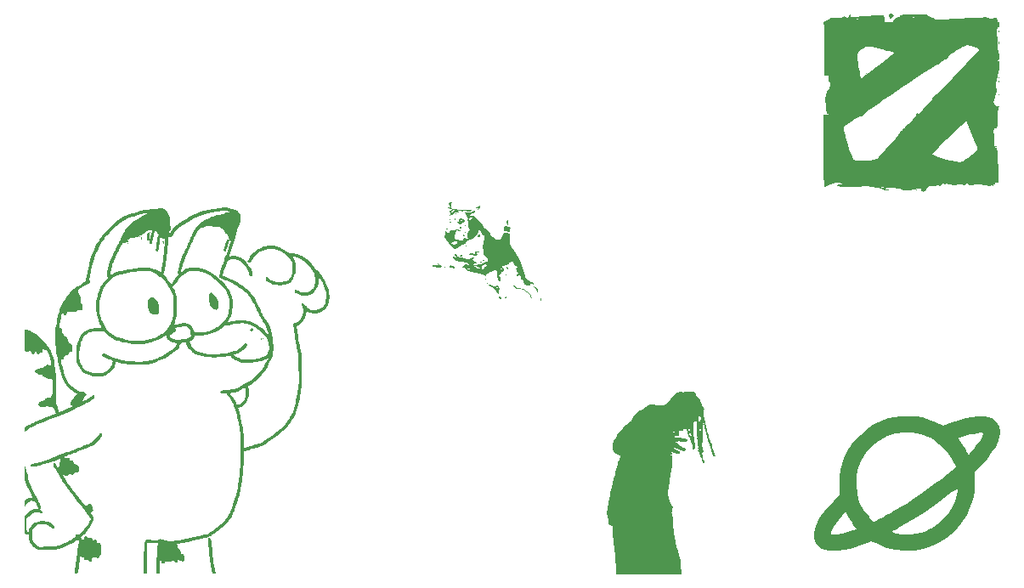
<source format=gbr>
%TF.GenerationSoftware,KiCad,Pcbnew,8.0.8*%
%TF.CreationDate,2025-02-16T16:29:03+01:00*%
%TF.ProjectId,Perihelion,50657269-6865-46c6-996f-6e2e6b696361,rev?*%
%TF.SameCoordinates,Original*%
%TF.FileFunction,Legend,Bot*%
%TF.FilePolarity,Positive*%
%FSLAX46Y46*%
G04 Gerber Fmt 4.6, Leading zero omitted, Abs format (unit mm)*
G04 Created by KiCad (PCBNEW 8.0.8) date 2025-02-16 16:29:03*
%MOMM*%
%LPD*%
G01*
G04 APERTURE LIST*
%ADD10C,0.000000*%
G04 APERTURE END LIST*
D10*
%TO.C,G\u002A\u002A\u002A*%
G36*
X184787602Y-51650538D02*
G01*
X184943068Y-51721089D01*
X185148149Y-51867042D01*
X185354496Y-52046995D01*
X185513759Y-52219542D01*
X185577592Y-52343279D01*
X185579685Y-52358033D01*
X185639002Y-52493112D01*
X185754512Y-52685929D01*
X185931432Y-52953000D01*
X185712459Y-52699000D01*
X185672210Y-52650756D01*
X185544679Y-52471644D01*
X185493064Y-52353161D01*
X185468168Y-52289066D01*
X185341611Y-52135551D01*
X185150892Y-51959483D01*
X184944694Y-51804091D01*
X184771702Y-51712606D01*
X184694571Y-51687166D01*
X184650918Y-51659778D01*
X184766986Y-51649106D01*
X184787602Y-51650538D01*
G37*
G36*
X186512040Y-52445000D02*
G01*
X186561213Y-52512334D01*
X186591019Y-52682830D01*
X186587256Y-52770239D01*
X186568413Y-52815149D01*
X186512040Y-52699000D01*
X186462171Y-52572408D01*
X186439980Y-52439807D01*
X186512040Y-52445000D01*
G37*
G36*
X182414076Y-52349998D02*
G01*
X182542648Y-52465832D01*
X182604347Y-52588933D01*
X182604332Y-52591090D01*
X182557305Y-52658267D01*
X182454851Y-52616701D01*
X182349498Y-52487333D01*
X182307906Y-52379290D01*
X182329519Y-52318000D01*
X182414076Y-52349998D01*
G37*
G36*
X183049402Y-52405126D02*
G01*
X183114046Y-52487333D01*
X183111578Y-52507570D01*
X183029097Y-52572000D01*
X183008791Y-52569539D01*
X182944147Y-52487333D01*
X182946615Y-52467095D01*
X183029097Y-52402666D01*
X183049402Y-52405126D01*
G37*
G36*
X186342140Y-52106333D02*
G01*
X186299665Y-52148666D01*
X186257190Y-52106333D01*
X186299665Y-52064000D01*
X186342140Y-52106333D01*
G37*
G36*
X182406511Y-51538375D02*
G01*
X182374934Y-51624998D01*
X182314575Y-51726604D01*
X182300679Y-51917542D01*
X182308129Y-52028677D01*
X182283210Y-52134135D01*
X182210005Y-52082175D01*
X182094648Y-51874090D01*
X181908989Y-51631573D01*
X181671283Y-51471333D01*
X182094648Y-51471333D01*
X182098105Y-51494539D01*
X182184612Y-51556000D01*
X182215338Y-51549352D01*
X182222073Y-51471333D01*
X182204637Y-51445995D01*
X182132110Y-51386666D01*
X182123632Y-51388867D01*
X182094648Y-51471333D01*
X181671283Y-51471333D01*
X181563712Y-51398818D01*
X181440307Y-51331024D01*
X181238790Y-51181262D01*
X181170055Y-51057729D01*
X181170738Y-51048638D01*
X181186750Y-50980848D01*
X181219960Y-51075383D01*
X181260770Y-51155908D01*
X181362326Y-51190635D01*
X181459714Y-51191627D01*
X181625982Y-51269085D01*
X181684814Y-51306688D01*
X181872585Y-51375442D01*
X182029154Y-51374041D01*
X182094648Y-51298701D01*
X182095066Y-51293250D01*
X182154713Y-51290439D01*
X182284647Y-51387157D01*
X182291986Y-51394020D01*
X182353323Y-51471333D01*
X182406511Y-51538375D01*
G37*
G36*
X183114046Y-51979333D02*
G01*
X183107916Y-52024155D01*
X183057413Y-52035777D01*
X183047246Y-52023368D01*
X183057413Y-51922888D01*
X183082965Y-51909643D01*
X183114046Y-51979333D01*
G37*
G36*
X185832453Y-51325570D02*
G01*
X185954258Y-51415182D01*
X186094101Y-51566451D01*
X186209305Y-51731310D01*
X186257190Y-51861692D01*
X186245641Y-51918632D01*
X186172240Y-51937000D01*
X186131542Y-51894216D01*
X186087291Y-51740702D01*
X186047448Y-51625423D01*
X185909119Y-51485833D01*
X185804144Y-51400336D01*
X185780850Y-51325196D01*
X185832453Y-51325570D01*
G37*
G36*
X183837150Y-51314921D02*
G01*
X183984460Y-51374282D01*
X184099504Y-51463352D01*
X184182583Y-51523746D01*
X184375708Y-51534748D01*
X184482034Y-51522223D01*
X184510822Y-51563895D01*
X184489242Y-51588976D01*
X184353857Y-51640666D01*
X184308604Y-51634466D01*
X184141566Y-51578909D01*
X183943492Y-51490251D01*
X183777997Y-51398689D01*
X183708695Y-51334420D01*
X183727558Y-51308356D01*
X183837150Y-51314921D01*
G37*
G36*
X183085730Y-51584222D02*
G01*
X183099020Y-51609688D01*
X183029097Y-51640666D01*
X182984124Y-51634556D01*
X182972463Y-51584222D01*
X182984914Y-51574089D01*
X183085730Y-51584222D01*
G37*
G36*
X184643143Y-51344333D02*
G01*
X184600668Y-51386666D01*
X184558194Y-51344333D01*
X184600668Y-51302000D01*
X184643143Y-51344333D01*
G37*
G36*
X183015683Y-51217333D02*
G01*
X183003842Y-51333802D01*
X182972836Y-51323166D01*
X182961616Y-51284842D01*
X182972836Y-51111500D01*
X183002333Y-51097137D01*
X183015683Y-51217333D01*
G37*
G36*
X180820401Y-45466145D02*
G01*
X180847876Y-45569282D01*
X180991356Y-45629333D01*
X181055611Y-45643726D01*
X181237217Y-45791013D01*
X181463806Y-46099076D01*
X181505895Y-46163129D01*
X181774298Y-46490936D01*
X182049790Y-46673454D01*
X182359805Y-46730000D01*
X182406544Y-46723843D01*
X182550208Y-46614690D01*
X182695274Y-46355253D01*
X182774156Y-46183919D01*
X182862862Y-46051773D01*
X182967481Y-46020846D01*
X183135923Y-46058919D01*
X183163050Y-46066674D01*
X183338684Y-46116910D01*
X183410810Y-46137595D01*
X183413443Y-46210905D01*
X183420062Y-46410322D01*
X183429191Y-46691592D01*
X183451508Y-47006372D01*
X183513648Y-47274995D01*
X183627133Y-47474496D01*
X183753997Y-47640776D01*
X184022469Y-48036647D01*
X184261626Y-48465967D01*
X184487183Y-48961874D01*
X184714853Y-49557505D01*
X184774892Y-49735666D01*
X184960350Y-50286000D01*
X184971270Y-50319540D01*
X185074880Y-50585921D01*
X185178381Y-50726733D01*
X185308304Y-50779610D01*
X185409453Y-50809381D01*
X185579216Y-50906888D01*
X185602689Y-50920370D01*
X185764563Y-51064312D01*
X185832441Y-51191933D01*
X185816241Y-51207746D01*
X185730501Y-51149600D01*
X185656858Y-51087485D01*
X185538001Y-51058599D01*
X185492642Y-51169224D01*
X185488645Y-51189763D01*
X185388730Y-51251685D01*
X185199859Y-51261226D01*
X184982943Y-51213140D01*
X184887063Y-51203882D01*
X184872584Y-51195343D01*
X184824262Y-51078378D01*
X184792690Y-50932355D01*
X185337769Y-50932355D01*
X185407692Y-50963333D01*
X185452664Y-50957223D01*
X185464325Y-50906888D01*
X185451874Y-50896755D01*
X185351059Y-50906888D01*
X185337769Y-50932355D01*
X184792690Y-50932355D01*
X184778521Y-50866822D01*
X184770669Y-50818939D01*
X184728765Y-50634168D01*
X184674375Y-50583442D01*
X184582409Y-50637414D01*
X184537786Y-50672640D01*
X184471842Y-50702407D01*
X184497147Y-50603500D01*
X184523660Y-50441440D01*
X184467127Y-50271496D01*
X184331717Y-50201333D01*
X184278370Y-50212105D01*
X184260869Y-50286000D01*
X184274739Y-50318260D01*
X184232496Y-50370666D01*
X184218964Y-50369997D01*
X184122159Y-50299451D01*
X184113783Y-50172689D01*
X184202521Y-50075293D01*
X184259221Y-50051695D01*
X184298342Y-49999856D01*
X184197157Y-49910785D01*
X184145542Y-49863444D01*
X184073609Y-49735666D01*
X184218394Y-49735666D01*
X184260869Y-49778000D01*
X184303344Y-49735666D01*
X184260869Y-49693333D01*
X184218394Y-49735666D01*
X184073609Y-49735666D01*
X184063640Y-49717957D01*
X184055021Y-49583262D01*
X184130778Y-49524000D01*
X184165234Y-49508060D01*
X184166223Y-49402346D01*
X184129037Y-49349829D01*
X183998705Y-49326846D01*
X183897524Y-49303193D01*
X183827877Y-49123090D01*
X183802200Y-49019188D01*
X183725216Y-48912248D01*
X183573312Y-48912127D01*
X183441212Y-48954607D01*
X183368896Y-49023695D01*
X183365776Y-49041613D01*
X183268368Y-49142377D01*
X183083946Y-49237599D01*
X182917115Y-49287582D01*
X182879799Y-49298762D01*
X182723218Y-49297346D01*
X182717532Y-49295216D01*
X182630175Y-49295713D01*
X182667072Y-49403185D01*
X182824011Y-49608666D01*
X182826240Y-49611585D01*
X182856243Y-49649296D01*
X182879633Y-49750519D01*
X182761954Y-49850669D01*
X182707115Y-49883917D01*
X182626971Y-49915986D01*
X182651552Y-49847750D01*
X182677791Y-49796555D01*
X182667521Y-49778000D01*
X182660450Y-49784845D01*
X182605373Y-49905000D01*
X182566681Y-49991342D01*
X182453010Y-50143002D01*
X182406865Y-50196173D01*
X182360833Y-50297396D01*
X182437826Y-50374539D01*
X182494301Y-50418348D01*
X182487758Y-50454036D01*
X182464547Y-50479702D01*
X182519398Y-50582333D01*
X182579264Y-50677164D01*
X182524786Y-50709333D01*
X182489316Y-50716315D01*
X182476923Y-50794000D01*
X182494923Y-50852880D01*
X182425359Y-50870782D01*
X182273407Y-50801248D01*
X182221140Y-50746121D01*
X182205984Y-50593589D01*
X182223157Y-50521881D01*
X182194772Y-50422346D01*
X182181144Y-50405375D01*
X182148039Y-50263933D01*
X182137035Y-50038635D01*
X182132611Y-49869758D01*
X182091816Y-49730884D01*
X181995739Y-49693333D01*
X181918651Y-49702947D01*
X181861102Y-49735666D01*
X181803140Y-49768620D01*
X181730028Y-49820333D01*
X181708994Y-49835211D01*
X181522040Y-49902217D01*
X181513226Y-49905000D01*
X181409983Y-49937600D01*
X181194326Y-50054066D01*
X181061342Y-50192827D01*
X181051086Y-50318482D01*
X181055764Y-50353208D01*
X180971055Y-50302525D01*
X180919123Y-50273210D01*
X180712123Y-50198881D01*
X180405819Y-50114883D01*
X180045621Y-50034373D01*
X179997541Y-50024695D01*
X179619402Y-49940300D01*
X179507024Y-49905000D01*
X180395652Y-49905000D01*
X180438127Y-49947333D01*
X180480602Y-49905000D01*
X180438127Y-49862666D01*
X180395652Y-49905000D01*
X179507024Y-49905000D01*
X179368633Y-49861529D01*
X179293268Y-49820333D01*
X180225752Y-49820333D01*
X180268227Y-49862666D01*
X180310702Y-49820333D01*
X180268227Y-49778000D01*
X180225752Y-49820333D01*
X179293268Y-49820333D01*
X179207991Y-49773719D01*
X179171218Y-49735666D01*
X179716053Y-49735666D01*
X179758528Y-49778000D01*
X179801003Y-49735666D01*
X179758528Y-49693333D01*
X179716053Y-49735666D01*
X179171218Y-49735666D01*
X179100231Y-49662209D01*
X179050284Y-49613790D01*
X179167057Y-49613790D01*
X179167674Y-49614774D01*
X179270734Y-49680961D01*
X179398583Y-49686246D01*
X179461204Y-49626684D01*
X179428781Y-49585393D01*
X179289468Y-49547141D01*
X179194920Y-49555934D01*
X179167057Y-49613790D01*
X179050284Y-49613790D01*
X178957517Y-49523861D01*
X178820060Y-49494919D01*
X178758119Y-49505862D01*
X178696655Y-49448391D01*
X178699915Y-49420558D01*
X178768623Y-49354666D01*
X178837122Y-49309237D01*
X178932774Y-49164166D01*
X178997589Y-49063854D01*
X179030705Y-49084496D01*
X179044524Y-49129413D01*
X179134786Y-49134757D01*
X179195214Y-49127723D01*
X179186876Y-49250425D01*
X179175238Y-49364480D01*
X179246627Y-49386126D01*
X179308481Y-49324078D01*
X179343199Y-49159627D01*
X179342743Y-49151598D01*
X179318075Y-49054606D01*
X179234632Y-48992961D01*
X179200220Y-48985021D01*
X179731080Y-48985021D01*
X179801003Y-49016000D01*
X179845975Y-49009889D01*
X179857636Y-48959555D01*
X179845185Y-48949422D01*
X179744370Y-48959555D01*
X179731080Y-48985021D01*
X179200220Y-48985021D01*
X179055468Y-48951622D01*
X178743635Y-48915548D01*
X178426504Y-48875076D01*
X178052478Y-48784210D01*
X177833532Y-48658151D01*
X177762207Y-48493693D01*
X177775225Y-48397967D01*
X177857256Y-48345680D01*
X178005099Y-48444500D01*
X178015900Y-48455078D01*
X178080363Y-48498728D01*
X178055476Y-48402166D01*
X178012161Y-48322347D01*
X177918004Y-48254000D01*
X177892336Y-48248574D01*
X177887339Y-48173031D01*
X177891375Y-48167017D01*
X178000451Y-48126343D01*
X178126546Y-48182219D01*
X178186956Y-48299686D01*
X178190837Y-48324257D01*
X178287400Y-48428268D01*
X178450637Y-48490816D01*
X178595799Y-48475464D01*
X178596017Y-48475331D01*
X178714156Y-48480117D01*
X178898578Y-48552073D01*
X178925009Y-48565465D01*
X179088584Y-48623746D01*
X179261341Y-48616221D01*
X179516429Y-48541657D01*
X179644856Y-48501998D01*
X179850184Y-48457487D01*
X179954010Y-48462941D01*
X179944688Y-48506904D01*
X179821575Y-48562772D01*
X179799393Y-48568804D01*
X179694906Y-48625604D01*
X179740334Y-48712318D01*
X179805462Y-48765991D01*
X179992140Y-48869913D01*
X180119147Y-48959555D01*
X180121709Y-48961363D01*
X180115307Y-49056939D01*
X179970903Y-49100666D01*
X179908757Y-49107674D01*
X179811595Y-49186053D01*
X179832806Y-49303002D01*
X179972136Y-49397390D01*
X180068451Y-49442920D01*
X180105685Y-49512134D01*
X180132472Y-49556377D01*
X180274351Y-49589756D01*
X180357938Y-49593826D01*
X180468886Y-49572036D01*
X180431457Y-49522678D01*
X180606559Y-49522678D01*
X180607094Y-49575193D01*
X180636294Y-49626684D01*
X180666850Y-49680567D01*
X180771379Y-49665379D01*
X180773367Y-49662355D01*
X182279575Y-49662355D01*
X182349498Y-49693333D01*
X182394470Y-49687223D01*
X182406131Y-49636888D01*
X182393680Y-49626755D01*
X182292865Y-49636888D01*
X182279575Y-49662355D01*
X180773367Y-49662355D01*
X180808670Y-49608666D01*
X182519398Y-49608666D01*
X182521866Y-49628904D01*
X182532087Y-49636888D01*
X182604347Y-49693333D01*
X182624653Y-49690873D01*
X182689297Y-49608666D01*
X182686829Y-49588429D01*
X182604347Y-49524000D01*
X182584042Y-49526460D01*
X182519398Y-49608666D01*
X180808670Y-49608666D01*
X180861500Y-49528320D01*
X180913374Y-49438181D01*
X181018921Y-49403416D01*
X181079439Y-49399612D01*
X181123793Y-49287582D01*
X181123179Y-49268332D01*
X181064330Y-49149857D01*
X180939935Y-49135739D01*
X180793303Y-49206292D01*
X180667742Y-49341833D01*
X180606559Y-49522678D01*
X180431457Y-49522678D01*
X180423656Y-49512391D01*
X180225752Y-49426646D01*
X180074589Y-49360935D01*
X179980081Y-49268758D01*
X180045351Y-49206594D01*
X180266278Y-49197722D01*
X180288808Y-49199339D01*
X180515312Y-49183206D01*
X180665542Y-49119542D01*
X180726932Y-49071182D01*
X180879866Y-49016000D01*
X180923260Y-49007481D01*
X180991601Y-48910166D01*
X181004670Y-48853484D01*
X181065316Y-48918211D01*
X181081535Y-48940621D01*
X181141630Y-48944777D01*
X181198014Y-48792699D01*
X181218245Y-48681622D01*
X181182529Y-48524591D01*
X181025327Y-48368163D01*
X180970622Y-48322131D01*
X180832783Y-48133897D01*
X180803792Y-47879842D01*
X180804244Y-47865880D01*
X180783203Y-47653622D01*
X180711627Y-47575370D01*
X180668311Y-47560255D01*
X180735451Y-47492000D01*
X180802569Y-47436381D01*
X180755548Y-47408629D01*
X180712611Y-47395788D01*
X180703896Y-47305479D01*
X180776786Y-47100660D01*
X180829410Y-46955371D01*
X180890042Y-46689824D01*
X180904752Y-46458706D01*
X180872702Y-46304643D01*
X180793057Y-46270261D01*
X180713672Y-46256989D01*
X180603301Y-46129980D01*
X180515524Y-45923653D01*
X180477900Y-45688849D01*
X180474676Y-45597090D01*
X180446107Y-45554355D01*
X180356310Y-45658729D01*
X180292893Y-45777162D01*
X180280447Y-45926875D01*
X180277143Y-45964471D01*
X180194374Y-46104971D01*
X180041662Y-46291613D01*
X179859404Y-46480929D01*
X179687994Y-46629450D01*
X179567828Y-46693708D01*
X179442681Y-46730724D01*
X179261820Y-46818587D01*
X179104001Y-46918802D01*
X179036454Y-46993446D01*
X179025420Y-47011175D01*
X178911043Y-47100627D01*
X178712639Y-47229731D01*
X178708247Y-47232589D01*
X178461524Y-47380850D01*
X178215365Y-47519200D01*
X178014261Y-47621431D01*
X177902705Y-47661333D01*
X177896198Y-47660840D01*
X177847157Y-47589550D01*
X177843721Y-47577500D01*
X177762619Y-47464538D01*
X177595698Y-47275642D01*
X177372290Y-47044484D01*
X177361821Y-47033948D01*
X177620624Y-47033948D01*
X177625380Y-47084384D01*
X177662362Y-47111734D01*
X177708778Y-47106816D01*
X177831918Y-47175234D01*
X177940295Y-47237385D01*
X177996657Y-47170966D01*
X177999045Y-47164089D01*
X178054604Y-47103978D01*
X178168647Y-47170966D01*
X178205299Y-47199906D01*
X178272267Y-47229731D01*
X178245336Y-47125241D01*
X178213887Y-47032062D01*
X178186956Y-46909409D01*
X178185441Y-46903303D01*
X178093772Y-46875308D01*
X177903790Y-46881616D01*
X177698487Y-46937861D01*
X177620624Y-47033948D01*
X177361821Y-47033948D01*
X177235375Y-46906688D01*
X177051972Y-46706169D01*
X176957500Y-46557838D01*
X176929206Y-46419369D01*
X176944333Y-46248433D01*
X176951905Y-46195626D01*
X176981019Y-45976984D01*
X176994450Y-45849211D01*
X176995215Y-45843895D01*
X177052270Y-45857033D01*
X177171057Y-45972020D01*
X177344456Y-46171284D01*
X177393339Y-45984975D01*
X177409256Y-45925676D01*
X177455580Y-45825192D01*
X177553660Y-45781337D01*
X177762207Y-45757983D01*
X177914194Y-45741148D01*
X178059531Y-45716541D01*
X178085270Y-45710431D01*
X178283513Y-45699396D01*
X178454188Y-45736416D01*
X178526755Y-45807725D01*
X178502069Y-45852416D01*
X178378093Y-45843785D01*
X178219992Y-45789401D01*
X178098812Y-45782617D01*
X178080769Y-45862166D01*
X178083988Y-45903279D01*
X178038294Y-45968438D01*
X178023808Y-45976808D01*
X177981647Y-46094248D01*
X177955373Y-46305999D01*
X177954819Y-46513196D01*
X178002971Y-46631067D01*
X178125273Y-46681248D01*
X178296979Y-46716352D01*
X178547993Y-46768633D01*
X178628885Y-46783096D01*
X178751269Y-46767077D01*
X178781605Y-46654872D01*
X178815938Y-46540028D01*
X178951505Y-46536134D01*
X179060919Y-46580498D01*
X179115888Y-46671840D01*
X179015217Y-46758593D01*
X178972143Y-46786716D01*
X179047784Y-46807982D01*
X179106939Y-46794068D01*
X179207895Y-46687882D01*
X179252785Y-46542051D01*
X179208057Y-46434715D01*
X179191644Y-46339176D01*
X179229759Y-46150077D01*
X179305927Y-45928481D01*
X179403192Y-45735166D01*
X179425999Y-45683324D01*
X179388451Y-45629333D01*
X179373547Y-45624087D01*
X179326827Y-45515878D01*
X179318897Y-45417666D01*
X180480602Y-45417666D01*
X180523076Y-45460000D01*
X180565551Y-45417666D01*
X180523076Y-45375333D01*
X180480602Y-45417666D01*
X179318897Y-45417666D01*
X179310351Y-45311833D01*
X179310497Y-45279609D01*
X179292570Y-45027615D01*
X179250198Y-44842515D01*
X179222099Y-44749979D01*
X179232313Y-44643905D01*
X179238407Y-44628789D01*
X179209317Y-44502868D01*
X179116834Y-44308890D01*
X178954407Y-44020666D01*
X179229043Y-44020145D01*
X179472794Y-43989895D01*
X179719087Y-43907578D01*
X179833629Y-43852611D01*
X179917151Y-43849291D01*
X179934495Y-43950433D01*
X179934457Y-43955158D01*
X179879323Y-44071294D01*
X179697850Y-44105333D01*
X179536697Y-44131265D01*
X179461204Y-44227336D01*
X179500358Y-44363179D01*
X179585622Y-44395792D01*
X179657295Y-44296869D01*
X179663813Y-44273119D01*
X179691612Y-44226914D01*
X179706199Y-44343872D01*
X179707388Y-44385798D01*
X179673627Y-44496570D01*
X179546153Y-44486333D01*
X179539175Y-44484162D01*
X179410149Y-44481079D01*
X179376254Y-44607627D01*
X179385246Y-44711249D01*
X179422281Y-44782666D01*
X179469057Y-44765181D01*
X179600153Y-44656205D01*
X179735697Y-44500624D01*
X179817120Y-44360990D01*
X179848581Y-44326762D01*
X179949829Y-44388894D01*
X180119801Y-44597875D01*
X180212136Y-44718524D01*
X180420901Y-44959327D01*
X180601738Y-45131530D01*
X180605678Y-45134644D01*
X180757464Y-45302527D01*
X180801753Y-45417666D01*
X180820401Y-45466145D01*
G37*
G36*
X182349498Y-51217333D02*
G01*
X182343367Y-51262155D01*
X182292865Y-51273777D01*
X182282698Y-51261368D01*
X182292865Y-51160888D01*
X182318416Y-51147643D01*
X182349498Y-51217333D01*
G37*
G36*
X182434448Y-51005666D02*
G01*
X182391973Y-51048000D01*
X182349498Y-51005666D01*
X182391973Y-50963333D01*
X182434448Y-51005666D01*
G37*
G36*
X183453846Y-50878666D02*
G01*
X183447715Y-50923488D01*
X183397212Y-50935111D01*
X183387046Y-50922701D01*
X183397212Y-50822222D01*
X183422764Y-50808976D01*
X183453846Y-50878666D01*
G37*
G36*
X183029097Y-50921000D02*
G01*
X182986622Y-50963333D01*
X182944147Y-50921000D01*
X182986622Y-50878666D01*
X183029097Y-50921000D01*
G37*
G36*
X181160200Y-50836333D02*
G01*
X181117725Y-50878666D01*
X181075250Y-50836333D01*
X181117725Y-50794000D01*
X181160200Y-50836333D01*
G37*
G36*
X181009945Y-50543253D02*
G01*
X181075250Y-50624666D01*
X181074276Y-50643827D01*
X181037789Y-50709333D01*
X181024162Y-50705437D01*
X180947826Y-50624666D01*
X180934552Y-50591869D01*
X180985287Y-50540000D01*
X181009945Y-50543253D01*
G37*
G36*
X182944147Y-50582333D02*
G01*
X182901672Y-50624666D01*
X182859197Y-50582333D01*
X182901672Y-50540000D01*
X182944147Y-50582333D01*
G37*
G36*
X182991531Y-50120476D02*
G01*
X183071571Y-50201333D01*
X183087394Y-50231309D01*
X183081598Y-50286000D01*
X183066663Y-50282190D01*
X182986622Y-50201333D01*
X182970799Y-50171356D01*
X182976595Y-50116666D01*
X182991531Y-50120476D01*
G37*
G36*
X183230866Y-49513110D02*
G01*
X183283946Y-49624030D01*
X183261283Y-49661568D01*
X183154468Y-49606968D01*
X183086757Y-49537791D01*
X183063867Y-49461123D01*
X183125402Y-49447885D01*
X183230866Y-49513110D01*
G37*
G36*
X177678986Y-49291183D02*
G01*
X177837433Y-49368779D01*
X177950490Y-49469282D01*
X177961412Y-49551236D01*
X177934872Y-49566665D01*
X177814070Y-49545477D01*
X177721931Y-49515763D01*
X177528946Y-49511459D01*
X177520345Y-49512527D01*
X177389613Y-49500629D01*
X177389372Y-49403013D01*
X177431721Y-49338964D01*
X177580158Y-49272692D01*
X177678986Y-49291183D01*
G37*
G36*
X178328539Y-49467555D02*
G01*
X178341829Y-49493021D01*
X178271906Y-49524000D01*
X178226934Y-49517889D01*
X178215273Y-49467555D01*
X178227724Y-49457422D01*
X178328539Y-49467555D01*
G37*
G36*
X177103846Y-49467926D02*
G01*
X177118256Y-49497326D01*
X176997658Y-49510631D01*
X176880799Y-49498829D01*
X176891471Y-49467926D01*
X176929924Y-49456744D01*
X177103846Y-49467926D01*
G37*
G36*
X176305643Y-49079500D02*
G01*
X176447671Y-49211707D01*
X176565289Y-49270000D01*
X176652443Y-49309235D01*
X176630104Y-49394896D01*
X176509197Y-49465637D01*
X176442499Y-49481840D01*
X176162809Y-49508540D01*
X176017156Y-49433561D01*
X175979633Y-49398050D01*
X175842243Y-49388570D01*
X175782761Y-49396034D01*
X175723411Y-49316060D01*
X175726782Y-49288948D01*
X175809639Y-49229550D01*
X176024400Y-49235309D01*
X176064750Y-49240221D01*
X176237217Y-49250757D01*
X176281484Y-49206147D01*
X176231978Y-49080758D01*
X176138567Y-48889000D01*
X176305643Y-49079500D01*
G37*
G36*
X180585857Y-48849126D02*
G01*
X180650501Y-48931333D01*
X180648033Y-48951570D01*
X180565551Y-49016000D01*
X180545246Y-49013539D01*
X180480602Y-48931333D01*
X180483070Y-48911095D01*
X180565551Y-48846666D01*
X180585857Y-48849126D01*
G37*
G36*
X180395652Y-48973666D02*
G01*
X180353177Y-49016000D01*
X180310702Y-48973666D01*
X180353177Y-48931333D01*
X180395652Y-48973666D01*
G37*
G36*
X180821136Y-48675384D02*
G01*
X180892608Y-48766233D01*
X180897120Y-48807335D01*
X180824648Y-48833966D01*
X180778780Y-48810900D01*
X180730903Y-48726217D01*
X180797040Y-48670983D01*
X180821136Y-48675384D01*
G37*
G36*
X180112486Y-48705555D02*
G01*
X180125776Y-48731021D01*
X180055852Y-48762000D01*
X180010880Y-48755889D01*
X179999219Y-48705555D01*
X180011670Y-48695422D01*
X180112486Y-48705555D01*
G37*
G36*
X175864994Y-48705555D02*
G01*
X175878284Y-48731021D01*
X175808361Y-48762000D01*
X175763389Y-48755889D01*
X175751728Y-48705555D01*
X175764178Y-48695422D01*
X175864994Y-48705555D01*
G37*
G36*
X180225752Y-48465666D02*
G01*
X180183277Y-48508000D01*
X180140802Y-48465666D01*
X180183277Y-48423333D01*
X180225752Y-48465666D01*
G37*
G36*
X179432887Y-48366888D02*
G01*
X179446177Y-48392355D01*
X179376254Y-48423333D01*
X179331282Y-48417223D01*
X179319621Y-48366888D01*
X179332071Y-48356755D01*
X179432887Y-48366888D01*
G37*
G36*
X178646492Y-48244016D02*
G01*
X178650552Y-48344516D01*
X178637612Y-48362121D01*
X178521742Y-48423333D01*
X178497933Y-48420390D01*
X178443537Y-48344666D01*
X178496129Y-48228079D01*
X178556685Y-48200269D01*
X178646492Y-48244016D01*
G37*
G36*
X176403010Y-48381000D02*
G01*
X176360535Y-48423333D01*
X176318060Y-48381000D01*
X176360535Y-48338666D01*
X176403010Y-48381000D01*
G37*
G36*
X180273188Y-47879888D02*
G01*
X180459013Y-47973914D01*
X180525088Y-48028050D01*
X180553365Y-48064556D01*
X180438127Y-48016111D01*
X180295372Y-47973013D01*
X180156197Y-47973908D01*
X180093075Y-48018810D01*
X180152427Y-48094915D01*
X180152441Y-48094924D01*
X180222525Y-48171469D01*
X180140802Y-48255100D01*
X180041847Y-48293618D01*
X179843478Y-48287860D01*
X179724391Y-48259782D01*
X179485554Y-48235276D01*
X179454095Y-48234955D01*
X179354740Y-48210718D01*
X179401615Y-48131961D01*
X179487628Y-48074114D01*
X179627578Y-48032467D01*
X179736223Y-48038661D01*
X179749778Y-48098777D01*
X179746992Y-48135420D01*
X179842188Y-48169333D01*
X179915524Y-48147708D01*
X179953389Y-48022624D01*
X179971645Y-47932273D01*
X180092201Y-47867793D01*
X180273188Y-47879888D01*
G37*
G36*
X176572909Y-48296333D02*
G01*
X176530434Y-48338666D01*
X176487959Y-48296333D01*
X176530434Y-48254000D01*
X176572909Y-48296333D01*
G37*
G36*
X180707134Y-48197555D02*
G01*
X180720425Y-48223021D01*
X180650501Y-48254000D01*
X180605529Y-48247889D01*
X180593868Y-48197555D01*
X180606319Y-48187422D01*
X180707134Y-48197555D01*
G37*
G36*
X179093088Y-48197555D02*
G01*
X179106378Y-48223021D01*
X179036454Y-48254000D01*
X178991482Y-48247889D01*
X178979821Y-48197555D01*
X178992272Y-48187422D01*
X179093088Y-48197555D01*
G37*
G36*
X177353386Y-48196163D02*
G01*
X177392706Y-48226638D01*
X177302062Y-48247315D01*
X177215901Y-48241329D01*
X177190565Y-48202847D01*
X177220619Y-48186069D01*
X177353386Y-48196163D01*
G37*
G36*
X180735451Y-47703666D02*
G01*
X180692976Y-47746000D01*
X180650501Y-47703666D01*
X180692976Y-47661333D01*
X180735451Y-47703666D01*
G37*
G36*
X179087041Y-47309584D02*
G01*
X179060818Y-47347196D01*
X178988966Y-47407333D01*
X178977090Y-47406509D01*
X178958382Y-47357498D01*
X179049580Y-47272248D01*
X179097054Y-47251647D01*
X179087041Y-47309584D01*
G37*
G36*
X180820401Y-46433666D02*
G01*
X180777926Y-46476000D01*
X180735451Y-46433666D01*
X180777926Y-46391333D01*
X180820401Y-46433666D01*
G37*
G36*
X180480602Y-46305949D02*
G01*
X180452574Y-46416236D01*
X180310702Y-46476000D01*
X180212119Y-46463988D01*
X180140802Y-46411699D01*
X180178344Y-46348133D01*
X180310702Y-46241648D01*
X180374543Y-46204136D01*
X180461814Y-46190254D01*
X180480602Y-46305949D01*
G37*
G36*
X178828071Y-46170705D02*
G01*
X178932037Y-46290791D01*
X178939306Y-46318799D01*
X178911298Y-46387911D01*
X178826927Y-46363631D01*
X178748161Y-46257258D01*
X178733514Y-46183168D01*
X178797475Y-46156716D01*
X178828071Y-46170705D01*
G37*
G36*
X179002091Y-45954918D02*
G01*
X178990806Y-45972153D01*
X178906870Y-46050129D01*
X178866555Y-46015330D01*
X178874148Y-45996286D01*
X178964630Y-45917581D01*
X179012104Y-45896981D01*
X179002091Y-45954918D01*
G37*
G36*
X183163388Y-45386407D02*
G01*
X183210362Y-45425820D01*
X183359930Y-45437804D01*
X183425986Y-45430347D01*
X183476250Y-45493709D01*
X183468555Y-45683737D01*
X183436879Y-45860287D01*
X183365475Y-45932058D01*
X183211021Y-45913269D01*
X183141070Y-45896209D01*
X182953455Y-45833162D01*
X182875007Y-45745651D01*
X182859197Y-45591061D01*
X182865438Y-45529273D01*
X182940207Y-45385172D01*
X183057383Y-45325535D01*
X183163388Y-45386407D01*
G37*
G36*
X177203298Y-45551314D02*
G01*
X177210033Y-45629333D01*
X177192597Y-45654671D01*
X177120070Y-45714000D01*
X177111592Y-45711798D01*
X177082608Y-45629333D01*
X177086065Y-45606127D01*
X177172572Y-45544666D01*
X177203298Y-45551314D01*
G37*
G36*
X178601092Y-45428690D02*
G01*
X178571867Y-45540414D01*
X178543433Y-45571291D01*
X178426866Y-45577797D01*
X178391164Y-45538491D01*
X178451513Y-45454020D01*
X178512319Y-45422860D01*
X178601092Y-45428690D01*
G37*
G36*
X178951505Y-45502333D02*
G01*
X178909030Y-45544666D01*
X178866555Y-45502333D01*
X178909030Y-45460000D01*
X178951505Y-45502333D01*
G37*
G36*
X179036454Y-45290666D02*
G01*
X179030324Y-45335488D01*
X178979821Y-45347111D01*
X178969654Y-45334701D01*
X178979821Y-45234222D01*
X179005373Y-45220976D01*
X179036454Y-45290666D01*
G37*
G36*
X183262503Y-44783461D02*
G01*
X183283946Y-45004211D01*
X183283077Y-45062674D01*
X183258322Y-45232019D01*
X183201438Y-45242299D01*
X183156675Y-45180958D01*
X183101895Y-45001720D01*
X183107747Y-44822699D01*
X183177759Y-44721444D01*
X183195787Y-44717335D01*
X183262503Y-44783461D01*
G37*
G36*
X178982737Y-44806966D02*
G01*
X178750009Y-45006483D01*
X178553756Y-45152440D01*
X178408013Y-45201289D01*
X178356856Y-45121333D01*
X178340647Y-45080871D01*
X178224418Y-45036666D01*
X178163794Y-45024248D01*
X178145338Y-44950618D01*
X178168672Y-44923899D01*
X178277776Y-44913282D01*
X178312545Y-44923350D01*
X178358157Y-44851163D01*
X178366393Y-44790827D01*
X178369712Y-44782666D01*
X178526755Y-44782666D01*
X178530213Y-44805872D01*
X178616719Y-44867333D01*
X178647445Y-44860685D01*
X178654180Y-44782666D01*
X178636744Y-44757328D01*
X178564217Y-44698000D01*
X178555739Y-44700201D01*
X178526755Y-44782666D01*
X178369712Y-44782666D01*
X178435856Y-44620028D01*
X178482054Y-44565246D01*
X178576951Y-44558256D01*
X178747496Y-44653344D01*
X178945526Y-44782666D01*
X178982737Y-44806966D01*
G37*
G36*
X177527663Y-44869793D02*
G01*
X177592307Y-44952000D01*
X177589839Y-44972237D01*
X177507357Y-45036666D01*
X177487052Y-45034206D01*
X177422408Y-44952000D01*
X177424876Y-44931762D01*
X177507357Y-44867333D01*
X177527663Y-44869793D01*
G37*
G36*
X178017056Y-44909666D02*
G01*
X177974581Y-44952000D01*
X177932107Y-44909666D01*
X177974581Y-44867333D01*
X178017056Y-44909666D01*
G37*
G36*
X177998881Y-44542703D02*
G01*
X178017056Y-44655666D01*
X178007787Y-44714049D01*
X177934773Y-44782666D01*
X177899621Y-44764688D01*
X177901386Y-44655666D01*
X177928894Y-44594872D01*
X177983670Y-44528666D01*
X177998881Y-44542703D01*
G37*
G36*
X177507357Y-44698000D02*
G01*
X177501227Y-44742822D01*
X177450724Y-44754444D01*
X177440557Y-44742035D01*
X177450724Y-44641555D01*
X177476276Y-44628309D01*
X177507357Y-44698000D01*
G37*
G36*
X177507357Y-44486333D02*
G01*
X177464882Y-44528666D01*
X177422408Y-44486333D01*
X177464882Y-44444000D01*
X177507357Y-44486333D01*
G37*
G36*
X178346224Y-43814877D02*
G01*
X178144481Y-43881209D01*
X178356856Y-43942498D01*
X178467143Y-43975950D01*
X178501934Y-44001606D01*
X178383107Y-44012227D01*
X178261553Y-43998613D01*
X178137739Y-43925127D01*
X178084488Y-43886510D01*
X177996780Y-43975118D01*
X177993650Y-43980458D01*
X177856271Y-44115110D01*
X177647498Y-44236677D01*
X177559514Y-44274205D01*
X177377662Y-44342139D01*
X177338965Y-44332628D01*
X177437525Y-44245933D01*
X177517335Y-44158243D01*
X177502538Y-44015793D01*
X177457166Y-43928718D01*
X177598903Y-43928718D01*
X177656730Y-44034074D01*
X177740259Y-44090669D01*
X177762207Y-44002322D01*
X177774426Y-43933854D01*
X177868394Y-43822739D01*
X177908329Y-43801987D01*
X177889632Y-43774647D01*
X177832841Y-43782015D01*
X177677967Y-43849104D01*
X177598903Y-43928718D01*
X177457166Y-43928718D01*
X177446757Y-43908741D01*
X177428972Y-43802411D01*
X177490176Y-43798416D01*
X177539782Y-43808980D01*
X177681313Y-43763613D01*
X177720185Y-43733131D01*
X177700855Y-43680129D01*
X177528595Y-43631617D01*
X177506286Y-43626865D01*
X177326327Y-43564293D01*
X177252508Y-43493024D01*
X177270574Y-43457391D01*
X177379933Y-43458617D01*
X177475397Y-43481016D01*
X177493153Y-43427920D01*
X177379152Y-43288126D01*
X177296683Y-43159792D01*
X177340961Y-43047582D01*
X177529361Y-43004666D01*
X177644372Y-43023759D01*
X177621913Y-43093692D01*
X177574636Y-43194684D01*
X177571674Y-43386494D01*
X177626592Y-43513362D01*
X177772029Y-43621272D01*
X178024421Y-43690224D01*
X178404206Y-43725410D01*
X178931824Y-43732024D01*
X179080736Y-43730964D01*
X179391540Y-43734350D01*
X179562604Y-43749760D01*
X179616038Y-43780572D01*
X179573949Y-43830166D01*
X179448103Y-43903944D01*
X179260356Y-43927441D01*
X179002517Y-43854568D01*
X178852365Y-43816179D01*
X178731519Y-43863607D01*
X178691031Y-43904577D01*
X178611692Y-43851312D01*
X178541843Y-43798316D01*
X178498481Y-43801987D01*
X178346224Y-43814877D01*
G37*
G36*
X178102006Y-44100336D02*
G01*
X178098742Y-44124912D01*
X178017056Y-44190000D01*
X177997832Y-44189029D01*
X177932107Y-44152663D01*
X177936016Y-44139082D01*
X178017056Y-44063000D01*
X178049963Y-44049770D01*
X178102006Y-44100336D01*
G37*
G36*
X180399342Y-43581567D02*
G01*
X180304724Y-43687474D01*
X180239530Y-43722401D01*
X180098327Y-43762369D01*
X180095026Y-43762192D01*
X180102482Y-43721536D01*
X180225752Y-43631835D01*
X180427162Y-43509655D01*
X180399342Y-43581567D01*
G37*
G36*
X180438647Y-43355734D02*
G01*
X180451116Y-43447735D01*
X180429078Y-43504703D01*
X180183277Y-43550857D01*
X179928428Y-43598710D01*
X180140802Y-43474021D01*
X180302308Y-43387463D01*
X180409372Y-43346333D01*
X180438647Y-43355734D01*
G37*
G36*
X180427162Y-43509655D02*
G01*
X180429078Y-43504703D01*
X180438127Y-43503004D01*
X180427162Y-43509655D01*
G37*
G36*
X177167558Y-43555000D02*
G01*
X177125083Y-43597333D01*
X177082608Y-43555000D01*
X177125083Y-43512666D01*
X177167558Y-43555000D01*
G37*
G36*
X201836399Y-61925476D02*
G01*
X201896414Y-61980371D01*
X201926218Y-62014003D01*
X201969313Y-62076821D01*
X201986793Y-62124586D01*
X201986886Y-62126392D01*
X202001789Y-62174962D01*
X202036964Y-62248935D01*
X202085207Y-62333052D01*
X202099523Y-62355189D01*
X202124188Y-62393328D01*
X202172455Y-62455018D01*
X202216584Y-62488824D01*
X202267493Y-62505050D01*
X202333722Y-62529547D01*
X202386813Y-62588657D01*
X202398339Y-62673114D01*
X202399281Y-62689055D01*
X202400023Y-62701599D01*
X202417995Y-62771577D01*
X202449601Y-62851813D01*
X202469191Y-62894936D01*
X202509190Y-62987969D01*
X202539529Y-63064732D01*
X202556600Y-63110191D01*
X202599199Y-63213616D01*
X202641550Y-63305043D01*
X202678036Y-63372774D01*
X202703036Y-63405114D01*
X202735493Y-63441082D01*
X202766621Y-63512031D01*
X202782457Y-63591516D01*
X202776378Y-63656807D01*
X202771595Y-63678692D01*
X202765551Y-63751290D01*
X202762470Y-63860809D01*
X202762526Y-63998951D01*
X202765894Y-64157413D01*
X202766006Y-64161063D01*
X202769715Y-64267179D01*
X202771698Y-64323927D01*
X202777973Y-64445144D01*
X202785833Y-64533000D01*
X202796279Y-64595783D01*
X202810312Y-64641781D01*
X202824040Y-64669428D01*
X202828932Y-64679281D01*
X202834145Y-64688558D01*
X202864221Y-64765322D01*
X202874118Y-64835394D01*
X202878367Y-64888023D01*
X202896160Y-64973788D01*
X202923581Y-65068092D01*
X202949910Y-65151515D01*
X202970021Y-65225388D01*
X202977850Y-65268486D01*
X202978654Y-65278765D01*
X202990681Y-65335865D01*
X203012456Y-65408383D01*
X203030389Y-65475143D01*
X203049989Y-65577362D01*
X203064257Y-65683925D01*
X203077294Y-65777763D01*
X203095377Y-65859936D01*
X203114294Y-65910126D01*
X203115257Y-65911678D01*
X203138482Y-65964126D01*
X203167641Y-66048876D01*
X203198204Y-66150113D01*
X203225642Y-66252020D01*
X203245427Y-66338783D01*
X203253028Y-66394584D01*
X203261343Y-66431268D01*
X203288571Y-66500484D01*
X203328176Y-66581701D01*
X203361824Y-66651063D01*
X203391783Y-66728672D01*
X203403324Y-66781726D01*
X203403771Y-66789312D01*
X203424278Y-66850197D01*
X203465917Y-66913708D01*
X203474925Y-66924531D01*
X203514151Y-66981396D01*
X203531770Y-67024063D01*
X203535738Y-67068122D01*
X203545553Y-67154841D01*
X203558478Y-67227579D01*
X203578718Y-67312131D01*
X203589380Y-67351825D01*
X203616796Y-67442279D01*
X203641983Y-67512525D01*
X203656962Y-67549852D01*
X203693716Y-67654440D01*
X203719341Y-67746859D01*
X203728965Y-67810422D01*
X203735245Y-67840896D01*
X203766539Y-67891843D01*
X203791123Y-67933593D01*
X203804113Y-67999398D01*
X203818030Y-68065302D01*
X203854386Y-68133290D01*
X203868045Y-68151654D01*
X203890808Y-68204843D01*
X203879836Y-68262492D01*
X203868844Y-68287885D01*
X203839170Y-68315898D01*
X203785726Y-68311217D01*
X203768007Y-68306898D01*
X203710497Y-68289087D01*
X203689450Y-68269759D01*
X203694193Y-68240687D01*
X203697227Y-68224172D01*
X203680574Y-68189912D01*
X203666942Y-68175088D01*
X203653817Y-68127822D01*
X203648360Y-68099723D01*
X203616243Y-68051085D01*
X203594389Y-68022302D01*
X203578669Y-67963209D01*
X203568336Y-67904215D01*
X203541418Y-67834767D01*
X203519219Y-67771305D01*
X203518081Y-67719105D01*
X203519689Y-67688587D01*
X203495912Y-67639109D01*
X203476333Y-67605161D01*
X203471007Y-67544551D01*
X203470074Y-67502179D01*
X203430230Y-67439057D01*
X203414344Y-67422473D01*
X203386408Y-67364097D01*
X203378275Y-67274557D01*
X203377418Y-67240046D01*
X203363050Y-67162290D01*
X203327028Y-67110697D01*
X203294945Y-67067103D01*
X203282612Y-67012202D01*
X203283012Y-67007241D01*
X203270529Y-66949732D01*
X203236673Y-66885614D01*
X203222315Y-66861768D01*
X203188000Y-66770196D01*
X203166119Y-66656403D01*
X203159331Y-66606799D01*
X203138173Y-66522825D01*
X203109771Y-66486864D01*
X203096951Y-66479619D01*
X203080871Y-66444349D01*
X203084329Y-66374252D01*
X203087448Y-66342849D01*
X203078667Y-66265995D01*
X203037467Y-66188167D01*
X203001767Y-66121265D01*
X202977486Y-65998031D01*
X202977175Y-65980402D01*
X202969698Y-65905272D01*
X202955370Y-65852668D01*
X202938217Y-65813298D01*
X202907445Y-65724047D01*
X202876192Y-65616504D01*
X202848766Y-65507045D01*
X202829472Y-65412049D01*
X202822619Y-65347891D01*
X202813659Y-65269148D01*
X202788395Y-65193103D01*
X202770252Y-65142112D01*
X202768052Y-65046527D01*
X202772806Y-65011905D01*
X202761445Y-64959300D01*
X202715373Y-64906041D01*
X202647227Y-64842886D01*
X202647837Y-64912811D01*
X202649801Y-65138159D01*
X202650216Y-65204591D01*
X202650067Y-65368040D01*
X202648520Y-65536519D01*
X202645782Y-65702154D01*
X202643945Y-65778647D01*
X202642061Y-65857068D01*
X202640095Y-65916662D01*
X202637564Y-65993385D01*
X202632499Y-66103231D01*
X202627074Y-66178729D01*
X202621838Y-66209961D01*
X202621495Y-66212004D01*
X202617691Y-66232628D01*
X202618665Y-66292630D01*
X202626784Y-66372781D01*
X202631560Y-66417401D01*
X202632520Y-66502712D01*
X202621088Y-66557520D01*
X202617860Y-66567857D01*
X202610389Y-66591779D01*
X202627054Y-66661333D01*
X202644761Y-66723653D01*
X202630859Y-66802235D01*
X202628453Y-66810418D01*
X202619849Y-66851675D01*
X202613394Y-66882631D01*
X202598751Y-66982570D01*
X202587387Y-67091199D01*
X202586161Y-67106348D01*
X202580101Y-67210363D01*
X202583106Y-67283803D01*
X202595633Y-67337180D01*
X202597164Y-67343703D01*
X202624263Y-67407097D01*
X202628847Y-67417551D01*
X202640846Y-67444914D01*
X202661854Y-67512137D01*
X202663819Y-67555026D01*
X202661418Y-67574042D01*
X202666859Y-67616474D01*
X202669199Y-67634721D01*
X202690103Y-67711135D01*
X202705530Y-67761206D01*
X202705807Y-67763018D01*
X202717803Y-67841523D01*
X202700444Y-67886665D01*
X202652631Y-67900789D01*
X202622413Y-67906723D01*
X202599092Y-67932101D01*
X202598762Y-68002564D01*
X202610805Y-68093930D01*
X202633012Y-68162820D01*
X202645483Y-68207180D01*
X202655046Y-68286709D01*
X202658381Y-68380973D01*
X202658638Y-68427045D01*
X202665073Y-68513188D01*
X202683199Y-68575130D01*
X202717299Y-68631057D01*
X202728693Y-68647044D01*
X202763199Y-68703969D01*
X202777091Y-68741741D01*
X202782964Y-68762478D01*
X202814665Y-68802564D01*
X202847907Y-68856906D01*
X202843842Y-68920896D01*
X202802886Y-68971631D01*
X202790563Y-68978952D01*
X202754433Y-68986904D01*
X202727608Y-68954010D01*
X202720143Y-68941462D01*
X202679615Y-68885894D01*
X202626665Y-68823435D01*
X202621428Y-68817573D01*
X202570831Y-68742063D01*
X202551647Y-68673214D01*
X202545788Y-68624057D01*
X202528950Y-68591099D01*
X202518657Y-68576720D01*
X202517903Y-68532516D01*
X202520313Y-68488811D01*
X202504981Y-68425650D01*
X202476287Y-68373426D01*
X202442389Y-68351677D01*
X202414411Y-68332780D01*
X202393489Y-68282791D01*
X202378570Y-68209600D01*
X202337198Y-68035983D01*
X202296396Y-67909761D01*
X202255438Y-67828953D01*
X202213600Y-67791579D01*
X202209587Y-67789775D01*
X202181799Y-67753012D01*
X202181616Y-67750493D01*
X202376302Y-67750493D01*
X202377322Y-67757359D01*
X202402830Y-67775543D01*
X202411890Y-67773576D01*
X202412798Y-67763018D01*
X202576697Y-67763018D01*
X202589221Y-67775543D01*
X202601746Y-67763018D01*
X202589221Y-67750493D01*
X202576697Y-67763018D01*
X202412798Y-67763018D01*
X202413876Y-67750493D01*
X202408735Y-67742997D01*
X202387349Y-67725444D01*
X202384849Y-67726095D01*
X202376302Y-67750493D01*
X202181616Y-67750493D01*
X202178045Y-67701458D01*
X202199776Y-67664881D01*
X202354518Y-67664881D01*
X202367596Y-67681168D01*
X202393719Y-67653210D01*
X202408043Y-67616474D01*
X202403265Y-67533979D01*
X202383035Y-67462426D01*
X202364609Y-67555017D01*
X202355810Y-67608814D01*
X202354518Y-67664881D01*
X202199776Y-67664881D01*
X202201025Y-67662779D01*
X202212516Y-67647961D01*
X202201025Y-67600324D01*
X202181035Y-67534607D01*
X202178947Y-67435458D01*
X202184442Y-67410849D01*
X202376302Y-67410849D01*
X202376792Y-67423497D01*
X202388625Y-67448795D01*
X202412807Y-67426583D01*
X202416210Y-67417551D01*
X202401760Y-67387531D01*
X202388627Y-67385050D01*
X202376302Y-67410849D01*
X202184442Y-67410849D01*
X202200802Y-67337587D01*
X202200938Y-67337180D01*
X202376302Y-67337180D01*
X202388827Y-67349704D01*
X202401352Y-67337180D01*
X202388827Y-67324655D01*
X202376302Y-67337180D01*
X202200938Y-67337180D01*
X202207507Y-67317560D01*
X202208764Y-67263502D01*
X202175601Y-67204351D01*
X202148985Y-67163645D01*
X202139053Y-67116686D01*
X202156624Y-67054152D01*
X202170637Y-67012832D01*
X202173438Y-66973003D01*
X202151755Y-66949470D01*
X202136443Y-66932716D01*
X202122377Y-66877662D01*
X202121384Y-66820712D01*
X202276105Y-66820712D01*
X202277040Y-66828060D01*
X202301154Y-66861243D01*
X202310770Y-66865256D01*
X202326204Y-66851675D01*
X202325268Y-66844327D01*
X202301154Y-66811144D01*
X202291539Y-66807131D01*
X202276105Y-66820712D01*
X202121384Y-66820712D01*
X202120701Y-66781514D01*
X202120261Y-66719301D01*
X202111816Y-66635399D01*
X202096459Y-66579474D01*
X202095238Y-66577075D01*
X202085043Y-66535602D01*
X202426401Y-66535602D01*
X202429134Y-66552875D01*
X202450664Y-66573176D01*
X202461029Y-66567857D01*
X202460509Y-66535602D01*
X202452397Y-66517615D01*
X202436246Y-66498028D01*
X202431760Y-66502181D01*
X202426401Y-66535602D01*
X202085043Y-66535602D01*
X202079863Y-66514531D01*
X202094612Y-66434101D01*
X202104188Y-66398671D01*
X202106816Y-66335620D01*
X202080617Y-66273049D01*
X202067480Y-66248290D01*
X202057768Y-66209961D01*
X202451450Y-66209961D01*
X202463975Y-66222486D01*
X202476500Y-66209961D01*
X202463975Y-66197436D01*
X202451450Y-66209961D01*
X202057768Y-66209961D01*
X202052288Y-66188335D01*
X202066991Y-66117830D01*
X202079054Y-66056684D01*
X202079562Y-66049830D01*
X202396963Y-66049830D01*
X202400947Y-66096176D01*
X202415363Y-66116919D01*
X202437273Y-66099913D01*
X202442281Y-66089017D01*
X202440225Y-66049242D01*
X202437115Y-66016958D01*
X202450651Y-65961570D01*
X202462030Y-65916662D01*
X202455033Y-65896845D01*
X202452175Y-65897568D01*
X202431054Y-65925645D01*
X202408708Y-65981880D01*
X202406349Y-65990023D01*
X202396963Y-66049830D01*
X202079562Y-66049830D01*
X202086082Y-65961910D01*
X202085177Y-65859271D01*
X202082930Y-65813693D01*
X202078315Y-65704390D01*
X202073093Y-65565907D01*
X202067750Y-65411379D01*
X202062773Y-65253937D01*
X202054609Y-65056612D01*
X202042828Y-64901905D01*
X202027342Y-64794675D01*
X202007885Y-64733641D01*
X201984188Y-64717526D01*
X201955981Y-64745051D01*
X201912437Y-64779870D01*
X201844821Y-64799289D01*
X201827356Y-64801345D01*
X201778088Y-64818011D01*
X201766220Y-64851915D01*
X201762863Y-64880148D01*
X201738866Y-64870919D01*
X201721733Y-64860521D01*
X201691404Y-64861690D01*
X201685419Y-64873252D01*
X201677134Y-64927212D01*
X201675182Y-65006989D01*
X201679082Y-65096229D01*
X201688350Y-65178574D01*
X201702503Y-65237669D01*
X201710455Y-65274768D01*
X201719583Y-65356984D01*
X201727750Y-65471533D01*
X201728018Y-65477153D01*
X201734292Y-65608775D01*
X201734292Y-65608777D01*
X201738541Y-65759073D01*
X201739634Y-65809172D01*
X201742561Y-65943274D01*
X201748679Y-66132704D01*
X201754921Y-66252119D01*
X201756693Y-66286010D01*
X201767289Y-66410930D01*
X201778654Y-66496397D01*
X201781154Y-66515200D01*
X201798975Y-66606557D01*
X201821438Y-66692738D01*
X201829384Y-66722539D01*
X201841072Y-66785693D01*
X201839764Y-66820397D01*
X201839692Y-66820516D01*
X201836280Y-66855052D01*
X201844776Y-66929738D01*
X201865597Y-67047306D01*
X201899158Y-67210484D01*
X201910361Y-67271305D01*
X201911611Y-67331620D01*
X201895580Y-67393624D01*
X201859092Y-67478558D01*
X201854943Y-67487432D01*
X201800406Y-67583302D01*
X201750437Y-67635196D01*
X201708377Y-67642412D01*
X201677568Y-67604251D01*
X201661352Y-67520012D01*
X201651954Y-67449374D01*
X201637386Y-67393485D01*
X201629617Y-67353790D01*
X201634738Y-67288560D01*
X201638624Y-67245178D01*
X201624915Y-67211990D01*
X201608533Y-67186104D01*
X201599774Y-67131582D01*
X201598525Y-67115050D01*
X201583730Y-67056787D01*
X201550576Y-66970377D01*
X201496962Y-66850666D01*
X201420787Y-66692500D01*
X201415785Y-66679248D01*
X201404064Y-66616486D01*
X201399379Y-66537648D01*
X201394982Y-66467204D01*
X201387635Y-66449560D01*
X201530767Y-66449560D01*
X201537150Y-66472979D01*
X201542297Y-66480394D01*
X201565156Y-66498028D01*
X201568583Y-66496397D01*
X201562200Y-66472979D01*
X201557053Y-66465564D01*
X201534194Y-66447929D01*
X201530767Y-66449560D01*
X201387635Y-66449560D01*
X201373970Y-66416740D01*
X201326627Y-66374487D01*
X201320362Y-66370123D01*
X201260870Y-66336476D01*
X201215480Y-66322683D01*
X201203552Y-66321227D01*
X201186660Y-66298749D01*
X201190439Y-66240394D01*
X201186941Y-66151856D01*
X201145864Y-66046966D01*
X201108037Y-65951696D01*
X201082776Y-65793066D01*
X201078611Y-65734077D01*
X201066098Y-65651743D01*
X201049434Y-65597645D01*
X201033610Y-65571236D01*
X201008788Y-65559323D01*
X200966773Y-65583144D01*
X200916579Y-65610867D01*
X200848222Y-65615213D01*
X200786206Y-65571794D01*
X200739812Y-65537042D01*
X200709079Y-65549151D01*
X200697999Y-65606878D01*
X200690269Y-65649308D01*
X200689714Y-65652354D01*
X200651901Y-65721278D01*
X200596317Y-65774995D01*
X200537242Y-65796647D01*
X200490079Y-65784896D01*
X200434981Y-65746549D01*
X200396827Y-65713619D01*
X200355951Y-65696450D01*
X200354489Y-65696454D01*
X200334447Y-65700107D01*
X200322275Y-65718562D01*
X200314074Y-65763536D01*
X200305948Y-65846746D01*
X200291632Y-65981979D01*
X200267853Y-66124694D01*
X200238172Y-66222823D01*
X200201571Y-66279444D01*
X200157035Y-66297633D01*
X200132636Y-66285191D01*
X200109704Y-66241051D01*
X200102783Y-66185446D01*
X200117376Y-66140221D01*
X200124941Y-66125456D01*
X200136481Y-66067006D01*
X200138960Y-65989637D01*
X200136063Y-65931409D01*
X200127249Y-65890395D01*
X200104597Y-65879287D01*
X200095144Y-65880818D01*
X200059241Y-65886633D01*
X200028883Y-65893268D01*
X199984652Y-65907478D01*
X199976081Y-65927986D01*
X199993623Y-65966397D01*
X200014790Y-66019496D01*
X200033259Y-66091945D01*
X200036749Y-66118292D01*
X200029218Y-66159862D01*
X200026917Y-66172565D01*
X199980748Y-66220642D01*
X199976207Y-66224180D01*
X199926746Y-66258483D01*
X199896102Y-66272584D01*
X199868183Y-66278811D01*
X199815795Y-66298247D01*
X199760670Y-66322683D01*
X199758917Y-66323460D01*
X199714716Y-66346749D01*
X199700356Y-66360412D01*
X199703050Y-66361593D01*
X199741704Y-66369139D01*
X199818267Y-66380529D01*
X199923331Y-66394431D01*
X199951316Y-66397831D01*
X200047492Y-66409516D01*
X200260851Y-66434772D01*
X200470423Y-66460719D01*
X200638716Y-66483221D01*
X200770379Y-66503048D01*
X200870055Y-66520967D01*
X200942394Y-66537748D01*
X200992040Y-66554158D01*
X201023640Y-66570966D01*
X201035948Y-66580308D01*
X201086029Y-66644296D01*
X201086552Y-66714021D01*
X201037372Y-66787165D01*
X201031035Y-66793449D01*
X200993531Y-66825141D01*
X200953733Y-66840711D01*
X200895825Y-66843539D01*
X200803993Y-66836999D01*
X200786828Y-66835512D01*
X200627890Y-66824337D01*
X200462115Y-66816608D01*
X200303677Y-66812695D01*
X200166748Y-66812966D01*
X200065503Y-66817790D01*
X200061792Y-66818136D01*
X200004996Y-66825584D01*
X199966972Y-66837274D01*
X199950321Y-66855736D01*
X199957644Y-66883501D01*
X199991543Y-66923102D01*
X200054620Y-66977068D01*
X200149477Y-67047932D01*
X200278714Y-67138225D01*
X200444934Y-67250478D01*
X200650739Y-67387223D01*
X200703619Y-67421355D01*
X200775196Y-67461858D01*
X200819970Y-67476086D01*
X200845914Y-67467312D01*
X200856450Y-67458774D01*
X200886366Y-67459209D01*
X200908230Y-67493626D01*
X200920383Y-67549955D01*
X200921166Y-67616128D01*
X200908920Y-67680077D01*
X200881986Y-67729734D01*
X200845324Y-67757632D01*
X200785710Y-67775543D01*
X200735375Y-67768334D01*
X200649406Y-67745495D01*
X200549833Y-67712567D01*
X200453774Y-67675273D01*
X200378348Y-67639338D01*
X200377752Y-67639005D01*
X200325261Y-67614946D01*
X200243751Y-67583328D01*
X200144079Y-67547711D01*
X200037105Y-67511659D01*
X199933687Y-67478732D01*
X199844682Y-67452493D01*
X199780951Y-67436504D01*
X199753351Y-67434326D01*
X199750025Y-67438565D01*
X199752144Y-67461699D01*
X199783119Y-67497398D01*
X199847600Y-67550150D01*
X199950235Y-67624445D01*
X199981256Y-67645676D01*
X200061339Y-67695273D01*
X200124393Y-67726980D01*
X200158898Y-67734710D01*
X200169138Y-67733328D01*
X200218501Y-67746634D01*
X200281136Y-67780030D01*
X200316476Y-67806470D01*
X200333459Y-67827120D01*
X200373748Y-67876110D01*
X200391193Y-67946728D01*
X200368044Y-68008960D01*
X200303534Y-68053442D01*
X200245540Y-68061683D01*
X200146861Y-68054736D01*
X200024204Y-68033331D01*
X199889234Y-68000358D01*
X199753615Y-67958711D01*
X199629013Y-67911280D01*
X199527093Y-67860957D01*
X199479520Y-67834762D01*
X199424547Y-67811638D01*
X200197012Y-67811638D01*
X200200078Y-67830301D01*
X200222062Y-67850691D01*
X200228005Y-67850016D01*
X200247111Y-67827120D01*
X200246155Y-67820092D01*
X200222062Y-67788067D01*
X200209156Y-67785711D01*
X200197012Y-67811638D01*
X199424547Y-67811638D01*
X199423796Y-67811322D01*
X199404999Y-67813934D01*
X199426264Y-67840267D01*
X199490725Y-67887991D01*
X199517236Y-67906550D01*
X199577395Y-67966315D01*
X199602763Y-68033901D01*
X199607591Y-68070740D01*
X199603933Y-68123598D01*
X199571754Y-68146493D01*
X199505712Y-68151282D01*
X199500416Y-68151666D01*
X199461366Y-68152886D01*
X199396151Y-68162478D01*
X199370197Y-68178175D01*
X199386984Y-68195852D01*
X199449994Y-68211387D01*
X199559705Y-68227839D01*
X199571504Y-68559038D01*
X199577619Y-68740041D01*
X199582301Y-68929762D01*
X199582814Y-69089294D01*
X199578212Y-69229665D01*
X199567550Y-69361898D01*
X199549883Y-69497021D01*
X199524266Y-69646059D01*
X199489753Y-69820037D01*
X199445400Y-70029981D01*
X199442837Y-70042104D01*
X199418539Y-70170811D01*
X199397302Y-70305266D01*
X199383469Y-70418245D01*
X199381940Y-70433761D01*
X199370188Y-70533104D01*
X199352590Y-70663494D01*
X199331262Y-70809780D01*
X199308317Y-70956805D01*
X199301959Y-70996232D01*
X199279668Y-71136848D01*
X199259537Y-71267281D01*
X199243562Y-71374448D01*
X199233740Y-71445267D01*
X199229142Y-71479192D01*
X199211049Y-71592051D01*
X199190785Y-71698495D01*
X199178504Y-71813900D01*
X199183196Y-71974658D01*
X199205475Y-72164167D01*
X199244259Y-72373432D01*
X199298465Y-72593460D01*
X199303963Y-72613312D01*
X199340104Y-72741458D01*
X199368443Y-72832934D01*
X199393558Y-72898114D01*
X199420027Y-72947371D01*
X199452427Y-72991078D01*
X199495335Y-73039610D01*
X199546763Y-73103058D01*
X199614223Y-73232190D01*
X199641981Y-73376804D01*
X199630768Y-73542808D01*
X199581312Y-73736110D01*
X199579968Y-73740227D01*
X199558745Y-73812697D01*
X199552217Y-73869323D01*
X199560590Y-73931287D01*
X199584069Y-74019770D01*
X199603725Y-74093932D01*
X199636632Y-74247882D01*
X199661983Y-74407171D01*
X199679126Y-74562778D01*
X199687410Y-74705688D01*
X199686183Y-74826882D01*
X199674794Y-74917342D01*
X199652591Y-74968051D01*
X199649336Y-74971702D01*
X199640747Y-75012513D01*
X199662250Y-75082643D01*
X199683945Y-75165015D01*
X199683491Y-75240285D01*
X199681628Y-75254940D01*
X199686127Y-75328483D01*
X199705056Y-75436585D01*
X199736850Y-75569593D01*
X199767111Y-75695954D01*
X199793742Y-75851558D01*
X199800789Y-75973463D01*
X199803870Y-76064476D01*
X199817301Y-76194790D01*
X199839210Y-76349104D01*
X199867623Y-76514900D01*
X199900564Y-76679660D01*
X199936060Y-76830868D01*
X199952815Y-76897565D01*
X199977260Y-76999884D01*
X199995324Y-77081361D01*
X200001355Y-77109292D01*
X200025614Y-77211114D01*
X200060664Y-77349194D01*
X200104271Y-77514981D01*
X200154197Y-77699921D01*
X200208205Y-77895464D01*
X200237352Y-77997583D01*
X200295043Y-78183855D01*
X200344900Y-78320925D01*
X200386988Y-78408975D01*
X200401782Y-78459242D01*
X200409602Y-78560977D01*
X200408136Y-78709566D01*
X200406487Y-78836798D01*
X200412506Y-79004251D01*
X200428091Y-79191436D01*
X200454008Y-79405538D01*
X200491026Y-79653745D01*
X200539912Y-79943245D01*
X200554258Y-80024655D01*
X197275296Y-80024655D01*
X193996335Y-80024655D01*
X194004646Y-79830523D01*
X194006266Y-79795162D01*
X194013155Y-79667171D01*
X194022043Y-79522748D01*
X194031421Y-79386887D01*
X194038294Y-79282422D01*
X194040087Y-79192467D01*
X194033498Y-79121941D01*
X194016818Y-79054443D01*
X193988336Y-78973574D01*
X193965590Y-78909570D01*
X193948320Y-78846973D01*
X193937498Y-78780143D01*
X193931905Y-78697619D01*
X193930322Y-78587941D01*
X193931530Y-78439650D01*
X193931934Y-78391766D01*
X193930851Y-78254428D01*
X193926776Y-78131459D01*
X193920219Y-78034761D01*
X193911689Y-77976237D01*
X193898307Y-77915627D01*
X193877826Y-77797880D01*
X193854568Y-77642552D01*
X193829301Y-77456623D01*
X193802788Y-77247072D01*
X193775797Y-77020879D01*
X193749093Y-76785024D01*
X193723441Y-76546486D01*
X193699608Y-76312244D01*
X193678358Y-76089279D01*
X193660458Y-75884569D01*
X193646674Y-75705094D01*
X193637770Y-75557835D01*
X193634514Y-75449769D01*
X193634093Y-75245987D01*
X193439961Y-75147874D01*
X193245829Y-75049761D01*
X193243678Y-74762997D01*
X193243671Y-74762082D01*
X193241472Y-74631844D01*
X193235708Y-74537750D01*
X193224156Y-74465948D01*
X193204592Y-74402584D01*
X193174792Y-74333805D01*
X193155572Y-74288985D01*
X193128042Y-74198991D01*
X193112593Y-74097158D01*
X193109193Y-73976122D01*
X193117812Y-73828520D01*
X193138419Y-73646988D01*
X193170984Y-73424162D01*
X193176129Y-73391590D01*
X193218385Y-73138637D01*
X193268787Y-72857623D01*
X193325354Y-72558244D01*
X193386101Y-72250195D01*
X193449048Y-71943171D01*
X193512212Y-71646867D01*
X193573610Y-71370979D01*
X193631260Y-71125202D01*
X193683179Y-70919231D01*
X193705173Y-70836109D01*
X193740548Y-70702369D01*
X193783839Y-70538669D01*
X193832413Y-70354962D01*
X193883637Y-70161207D01*
X193934880Y-69967357D01*
X193957153Y-69883506D01*
X194023686Y-69637499D01*
X194090669Y-69395946D01*
X194156251Y-69165140D01*
X194218580Y-68951376D01*
X194275802Y-68760946D01*
X194326065Y-68600146D01*
X194367519Y-68475268D01*
X194398310Y-68392606D01*
X194403932Y-68378775D01*
X194426517Y-68313717D01*
X194435671Y-68270302D01*
X194432289Y-68262522D01*
X194396258Y-68231034D01*
X194329190Y-68188399D01*
X194259748Y-68151282D01*
X199182515Y-68151282D01*
X199183975Y-68166689D01*
X199218611Y-68176332D01*
X199249145Y-68171438D01*
X199270188Y-68151282D01*
X199266467Y-68140239D01*
X199234092Y-68126233D01*
X199218759Y-68128234D01*
X199182515Y-68151282D01*
X194259748Y-68151282D01*
X194241539Y-68141549D01*
X194190371Y-68115932D01*
X194046753Y-68037744D01*
X193938015Y-67964585D01*
X193854459Y-67888011D01*
X193786391Y-67799575D01*
X193724114Y-67690833D01*
X193680479Y-67604204D01*
X193650823Y-67533819D01*
X193637102Y-67472681D01*
X193635388Y-67402355D01*
X193641751Y-67304407D01*
X193669300Y-67117939D01*
X193748795Y-66863765D01*
X193877425Y-66605462D01*
X193881274Y-66598908D01*
X193945713Y-66487841D01*
X193997177Y-66397831D01*
X198243166Y-66397831D01*
X198243453Y-66403500D01*
X198254212Y-66422880D01*
X198258231Y-66421727D01*
X198280740Y-66397831D01*
X199245139Y-66397831D01*
X199246158Y-66404696D01*
X199271666Y-66422880D01*
X199280726Y-66420913D01*
X199282713Y-66397831D01*
X199277571Y-66390334D01*
X199256185Y-66372781D01*
X199253685Y-66373433D01*
X199248538Y-66388128D01*
X199245139Y-66397831D01*
X198280740Y-66397831D01*
X198284654Y-66388128D01*
X198269694Y-66372781D01*
X198262423Y-66373744D01*
X198243166Y-66397831D01*
X193997177Y-66397831D01*
X194018276Y-66360929D01*
X194047178Y-66309655D01*
X199350688Y-66309655D01*
X199353686Y-66339382D01*
X199361220Y-66343301D01*
X199370385Y-66322683D01*
X199368577Y-66309422D01*
X199353686Y-66305983D01*
X199350688Y-66309655D01*
X194047178Y-66309655D01*
X194083980Y-66244367D01*
X194103748Y-66209595D01*
X194133603Y-66163222D01*
X198648386Y-66163222D01*
X198669004Y-66172387D01*
X198682265Y-66170579D01*
X198683964Y-66163222D01*
X198723534Y-66163222D01*
X198744152Y-66172387D01*
X198757413Y-66170579D01*
X198759888Y-66159862D01*
X198919498Y-66159862D01*
X198932022Y-66172387D01*
X198944547Y-66159862D01*
X198932022Y-66147338D01*
X198923673Y-66155687D01*
X198919498Y-66159862D01*
X198759888Y-66159862D01*
X198760852Y-66155687D01*
X198757181Y-66152689D01*
X198727453Y-66155687D01*
X198723534Y-66163222D01*
X198683964Y-66163222D01*
X198685704Y-66155687D01*
X198682033Y-66152689D01*
X198652305Y-66155687D01*
X198648386Y-66163222D01*
X194133603Y-66163222D01*
X194259207Y-65968124D01*
X194346424Y-65853856D01*
X199524344Y-65853856D01*
X199529300Y-65903584D01*
X199530298Y-65905817D01*
X199538139Y-65902050D01*
X199540847Y-65859271D01*
X199540682Y-65851492D01*
X199536345Y-65818221D01*
X199528371Y-65828436D01*
X199524344Y-65853856D01*
X194346424Y-65853856D01*
X194376633Y-65814277D01*
X199666040Y-65814277D01*
X199669796Y-65859271D01*
X199671774Y-65882969D01*
X199683501Y-65909324D01*
X199694797Y-65909931D01*
X199747835Y-65906185D01*
X199821273Y-65896646D01*
X199858374Y-65890145D01*
X199891239Y-65880818D01*
X199881654Y-65875557D01*
X199854041Y-65867523D01*
X199809280Y-65821811D01*
X199783425Y-65748640D01*
X199783192Y-65662539D01*
X199783435Y-65618345D01*
X200597801Y-65618345D01*
X200598736Y-65625693D01*
X200622851Y-65658876D01*
X200632466Y-65662889D01*
X200647900Y-65649308D01*
X200646965Y-65641961D01*
X200622851Y-65608777D01*
X200613235Y-65604765D01*
X200597801Y-65618345D01*
X199783435Y-65618345D01*
X199783561Y-65595564D01*
X199745639Y-65523819D01*
X199743065Y-65520812D01*
X199706048Y-65483566D01*
X199685672Y-65473720D01*
X199683996Y-65478437D01*
X199681713Y-65496056D01*
X199678485Y-65520964D01*
X199672653Y-65596948D01*
X199667511Y-65694103D01*
X199666854Y-65710712D01*
X199666687Y-65731937D01*
X199666040Y-65814277D01*
X194376633Y-65814277D01*
X194439976Y-65731288D01*
X199524617Y-65731288D01*
X199530596Y-65764814D01*
X199539147Y-65764426D01*
X199543753Y-65731937D01*
X199539741Y-65707314D01*
X199528619Y-65716803D01*
X199524617Y-65731288D01*
X194439976Y-65731288D01*
X194446200Y-65723133D01*
X194652844Y-65490370D01*
X194658064Y-65484946D01*
X194659989Y-65483027D01*
X199551082Y-65483027D01*
X199554080Y-65512755D01*
X199561614Y-65516674D01*
X199570780Y-65496056D01*
X199568972Y-65482795D01*
X199554080Y-65479356D01*
X199551082Y-65483027D01*
X194659989Y-65483027D01*
X194680490Y-65462594D01*
X201201928Y-65462594D01*
X201208901Y-65512352D01*
X201212641Y-65529366D01*
X201227270Y-65608763D01*
X201240532Y-65696450D01*
X201245299Y-65725176D01*
X201266628Y-65801341D01*
X201293211Y-65852442D01*
X201316046Y-65896841D01*
X201316595Y-65984298D01*
X201312855Y-66013744D01*
X201320823Y-66078626D01*
X201363324Y-66138819D01*
X201368958Y-66145075D01*
X201408316Y-66200836D01*
X201424429Y-66246183D01*
X201427539Y-66267594D01*
X201454488Y-66317673D01*
X201454953Y-66318137D01*
X201492200Y-66344703D01*
X201516296Y-66329664D01*
X201534155Y-66268775D01*
X201537129Y-66252119D01*
X201534927Y-66194407D01*
X201501629Y-66155976D01*
X201497646Y-66152968D01*
X201456955Y-66103064D01*
X201424403Y-66034538D01*
X201419655Y-66021080D01*
X201393583Y-65968318D01*
X201369672Y-65946943D01*
X201356169Y-65932667D01*
X201359047Y-65886393D01*
X201363007Y-65845880D01*
X201342975Y-65815344D01*
X201334793Y-65811680D01*
X201333856Y-65809172D01*
X201499576Y-65809172D01*
X201512101Y-65821697D01*
X201524626Y-65809172D01*
X201512101Y-65796647D01*
X201499576Y-65809172D01*
X201333856Y-65809172D01*
X201326101Y-65788416D01*
X201347121Y-65738366D01*
X201363202Y-65705125D01*
X201367764Y-65665237D01*
X201341457Y-65626497D01*
X201329506Y-65608777D01*
X201474527Y-65608777D01*
X201487052Y-65621302D01*
X201499576Y-65608777D01*
X201487052Y-65596253D01*
X201474527Y-65608777D01*
X201329506Y-65608777D01*
X201315541Y-65588072D01*
X201291047Y-65519794D01*
X201274934Y-65478768D01*
X201236954Y-65449728D01*
X201217938Y-65447713D01*
X201201928Y-65462594D01*
X194680490Y-65462594D01*
X194703465Y-65439695D01*
X201399763Y-65439695D01*
X201402137Y-65462583D01*
X201421337Y-65516960D01*
X201440512Y-65533889D01*
X201454450Y-65504435D01*
X201458998Y-65477153D01*
X201455838Y-65427170D01*
X201439514Y-65401621D01*
X201412786Y-65401599D01*
X201399763Y-65439695D01*
X194703465Y-65439695D01*
X194765668Y-65377697D01*
X194892215Y-65258291D01*
X195026913Y-65136323D01*
X195158968Y-65021390D01*
X195277586Y-64923087D01*
X195371976Y-64851010D01*
X195422490Y-64808935D01*
X195516964Y-64699544D01*
X195604023Y-64561303D01*
X195674435Y-64407741D01*
X195698987Y-64356312D01*
X202255542Y-64356312D01*
X202264208Y-64844774D01*
X202264989Y-64887576D01*
X202269735Y-65098560D01*
X202275572Y-65267105D01*
X202283089Y-65399704D01*
X202292874Y-65502852D01*
X202305516Y-65583043D01*
X202321601Y-65646771D01*
X202341719Y-65700528D01*
X202349597Y-65716936D01*
X202389909Y-65775132D01*
X202431109Y-65805137D01*
X202441386Y-65807608D01*
X202465736Y-65806000D01*
X202471499Y-65778647D01*
X202462697Y-65713933D01*
X202459125Y-65694922D01*
X202437992Y-65616568D01*
X202413317Y-65559226D01*
X202405913Y-65544292D01*
X202388676Y-65477132D01*
X202382037Y-65395858D01*
X202382037Y-65391850D01*
X202377822Y-65307850D01*
X202367182Y-65198547D01*
X202352288Y-65086517D01*
X202344718Y-65033999D01*
X202334354Y-64913327D01*
X202338231Y-64867097D01*
X202406465Y-64867097D01*
X202414001Y-64967423D01*
X202429628Y-65102720D01*
X202447233Y-65192898D01*
X202466354Y-65233344D01*
X202486941Y-65223884D01*
X202488215Y-65221225D01*
X202495347Y-65179303D01*
X202500318Y-65104741D01*
X202503044Y-65011318D01*
X202503446Y-64912811D01*
X202501442Y-64822998D01*
X202496950Y-64755657D01*
X202489889Y-64724567D01*
X202474522Y-64724013D01*
X202437067Y-64746119D01*
X202419159Y-64766629D01*
X202407764Y-64804198D01*
X202406465Y-64867097D01*
X202338231Y-64867097D01*
X202341854Y-64823905D01*
X202369261Y-64753538D01*
X202418615Y-64690026D01*
X202445713Y-64656400D01*
X202582049Y-64656400D01*
X202585047Y-64686128D01*
X202592581Y-64690047D01*
X202601746Y-64669428D01*
X202599938Y-64656167D01*
X202585047Y-64652729D01*
X202582049Y-64656400D01*
X202445713Y-64656400D01*
X202449871Y-64651241D01*
X202468238Y-64604887D01*
X202469457Y-64544440D01*
X202453593Y-64458883D01*
X202420712Y-64337200D01*
X202386298Y-64217891D01*
X202320920Y-64287101D01*
X202255542Y-64356312D01*
X195698987Y-64356312D01*
X195707544Y-64338387D01*
X195797018Y-64212032D01*
X195810122Y-64198275D01*
X202476883Y-64198275D01*
X202477213Y-64222618D01*
X202486443Y-64298760D01*
X202506661Y-64334981D01*
X202535629Y-64326407D01*
X202540611Y-64318923D01*
X202550312Y-64267179D01*
X202548637Y-64187070D01*
X202535588Y-64094405D01*
X202526532Y-64060267D01*
X202509653Y-64038162D01*
X202493707Y-64057412D01*
X202481762Y-64112591D01*
X202476883Y-64198275D01*
X195810122Y-64198275D01*
X195920924Y-64081953D01*
X196070940Y-63955598D01*
X196238746Y-63840417D01*
X196416022Y-63743857D01*
X196495506Y-63702352D01*
X196582540Y-63648527D01*
X196643862Y-63601142D01*
X196722580Y-63533748D01*
X196832363Y-63451069D01*
X196955418Y-63365969D01*
X197076051Y-63289285D01*
X197178571Y-63231854D01*
X197224811Y-63210544D01*
X197418613Y-63153639D01*
X197630842Y-63136321D01*
X197851606Y-63158712D01*
X198071010Y-63220931D01*
X198083363Y-63225353D01*
X198140123Y-63238693D01*
X198214181Y-63244381D01*
X198316327Y-63242791D01*
X198457352Y-63234296D01*
X198507747Y-63230578D01*
X198622468Y-63220480D01*
X198703611Y-63208837D01*
X198763366Y-63192704D01*
X198813925Y-63169133D01*
X198867477Y-63135180D01*
X198911004Y-63104781D01*
X198982534Y-63051422D01*
X199032219Y-63010071D01*
X199058170Y-62986435D01*
X199124147Y-62930496D01*
X199197948Y-62871626D01*
X199268058Y-62818651D01*
X199322960Y-62780394D01*
X199351139Y-62765681D01*
X199362132Y-62756856D01*
X199370385Y-62716761D01*
X199371247Y-62704536D01*
X199670977Y-62704536D01*
X199671628Y-62707036D01*
X199696026Y-62715582D01*
X199702892Y-62714563D01*
X199721075Y-62689055D01*
X199719109Y-62679994D01*
X199696026Y-62678008D01*
X199688530Y-62683150D01*
X199670977Y-62704536D01*
X199371247Y-62704536D01*
X199372456Y-62687400D01*
X199399108Y-62612437D01*
X199460860Y-62533586D01*
X199563228Y-62443020D01*
X199634573Y-62380404D01*
X199649170Y-62364892D01*
X199871371Y-62364892D01*
X199871658Y-62370561D01*
X199882418Y-62389941D01*
X199886436Y-62388788D01*
X199908945Y-62364892D01*
X199912859Y-62355189D01*
X199897899Y-62339843D01*
X199890628Y-62340805D01*
X199871371Y-62364892D01*
X199649170Y-62364892D01*
X199695810Y-62315327D01*
X199729927Y-62265003D01*
X199759004Y-62214268D01*
X199837048Y-62127758D01*
X199940453Y-62046106D01*
X200054839Y-61980023D01*
X200165830Y-61940222D01*
X200228936Y-61924755D01*
X200299210Y-61903289D01*
X200330918Y-61888955D01*
X200647900Y-61888955D01*
X200649465Y-61893465D01*
X200681492Y-61907221D01*
X200741835Y-61911507D01*
X200750016Y-61911281D01*
X200801709Y-61908367D01*
X200808001Y-61901946D01*
X200773146Y-61888955D01*
X200713901Y-61872403D01*
X200663482Y-61868902D01*
X200647900Y-61888955D01*
X200330918Y-61888955D01*
X200337667Y-61885904D01*
X200352919Y-61878027D01*
X200410567Y-61862055D01*
X200487963Y-61849608D01*
X200516220Y-61846392D01*
X200623470Y-61833770D01*
X200721031Y-61821785D01*
X200766496Y-61818904D01*
X200869660Y-61823583D01*
X200971524Y-61839254D01*
X200994609Y-61844232D01*
X201079865Y-61858062D01*
X201175268Y-61865226D01*
X201294058Y-61866358D01*
X201449478Y-61862090D01*
X201486735Y-61862347D01*
X201567459Y-61866562D01*
X201659691Y-61874154D01*
X201700519Y-61878675D01*
X201778350Y-61894830D01*
X201791829Y-61901946D01*
X201836399Y-61925476D01*
G37*
G36*
X225125230Y-24519546D02*
G01*
X225182847Y-24462735D01*
X225248488Y-24398490D01*
X225305893Y-24483901D01*
X225362795Y-24558275D01*
X225525135Y-24618000D01*
X225627290Y-24636775D01*
X225760626Y-24734085D01*
X225779136Y-24757780D01*
X225864592Y-24798490D01*
X226029837Y-24814259D01*
X226304281Y-24806381D01*
X226717333Y-24776149D01*
X226943658Y-24758390D01*
X227482883Y-24721568D01*
X228055158Y-24688154D01*
X228569326Y-24663683D01*
X228919220Y-24646785D01*
X229248378Y-24624427D01*
X229479725Y-24601183D01*
X229577536Y-24580020D01*
X229617920Y-24570373D01*
X229736376Y-24629102D01*
X229803768Y-24672549D01*
X229850000Y-24636424D01*
X229853718Y-24622148D01*
X229960231Y-24583779D01*
X230187856Y-24594763D01*
X230233578Y-24600026D01*
X230480463Y-24597843D01*
X230639474Y-24545665D01*
X230695031Y-24513554D01*
X230854467Y-24510166D01*
X231113376Y-24592719D01*
X231287068Y-24653903D01*
X231511977Y-24688031D01*
X231720257Y-24641052D01*
X231813639Y-24607251D01*
X231925466Y-24595104D01*
X231982402Y-24681354D01*
X232011183Y-24829667D01*
X232024920Y-24900459D01*
X232027248Y-24914334D01*
X232037613Y-24976107D01*
X232072545Y-25139005D01*
X232103154Y-25155244D01*
X232143315Y-25041334D01*
X232146331Y-25030874D01*
X232182668Y-24937075D01*
X232202530Y-24985427D01*
X232212227Y-25189500D01*
X232211228Y-25332120D01*
X232177627Y-25500181D01*
X232093666Y-25549334D01*
X232039898Y-25561701D01*
X232001182Y-25613942D01*
X231977979Y-25727579D01*
X231969365Y-25924128D01*
X231974421Y-26225108D01*
X231992224Y-26652035D01*
X232021853Y-27226427D01*
X232023356Y-27253903D01*
X232050455Y-27638990D01*
X232059733Y-27726635D01*
X232083049Y-27946882D01*
X232117170Y-28146906D01*
X232148853Y-28208390D01*
X232161574Y-28205375D01*
X232203677Y-28283530D01*
X232220666Y-28470334D01*
X232219942Y-28514968D01*
X232193358Y-28688271D01*
X232136000Y-28724334D01*
X232092379Y-28716369D01*
X232051333Y-28804003D01*
X232061079Y-28867017D01*
X232131152Y-28936000D01*
X232155199Y-28956501D01*
X232189216Y-29095089D01*
X232205166Y-29316485D01*
X232202553Y-29563903D01*
X232193374Y-29655667D01*
X232180882Y-29780559D01*
X232139655Y-29909667D01*
X232114864Y-29950561D01*
X232068792Y-30121334D01*
X232053711Y-30227330D01*
X232005975Y-30461013D01*
X231937945Y-30749889D01*
X231927371Y-30793200D01*
X231862105Y-31192148D01*
X231889693Y-31453901D01*
X231951996Y-31682278D01*
X231938309Y-32001714D01*
X231797333Y-32365000D01*
X231730988Y-32516282D01*
X231655486Y-32780234D01*
X231628652Y-33016911D01*
X231653696Y-33182411D01*
X231733833Y-33232833D01*
X231776640Y-33233887D01*
X231818500Y-33317500D01*
X231815356Y-33358851D01*
X231860833Y-33413307D01*
X231921868Y-33407466D01*
X232067800Y-33415810D01*
X232166571Y-33444326D01*
X232157166Y-33479407D01*
X232120074Y-33521694D01*
X232080682Y-33686103D01*
X232058370Y-33986570D01*
X232051333Y-34439464D01*
X232049769Y-34762203D01*
X232038505Y-35139881D01*
X232011328Y-35389769D01*
X231962378Y-35537066D01*
X231885797Y-35606966D01*
X231775726Y-35624667D01*
X231710156Y-35629375D01*
X231653880Y-35667767D01*
X231630116Y-35773740D01*
X231633152Y-35980979D01*
X231657277Y-36323167D01*
X231662655Y-36393563D01*
X231687623Y-36758754D01*
X231705304Y-37080768D01*
X231712159Y-37296834D01*
X231741287Y-37499530D01*
X231838053Y-37572000D01*
X231860061Y-37573198D01*
X231921409Y-37599522D01*
X231968323Y-37675495D01*
X231972957Y-37694829D01*
X232003210Y-37821064D01*
X232028481Y-38056177D01*
X232046544Y-38400781D01*
X232059809Y-38874824D01*
X232070683Y-39498252D01*
X232093666Y-41043504D01*
X231895240Y-41043419D01*
X231765344Y-41070487D01*
X231753400Y-41085667D01*
X231652065Y-41214451D01*
X231643294Y-41245978D01*
X231585142Y-41335319D01*
X231476890Y-41277951D01*
X231472442Y-41274298D01*
X231363258Y-41213857D01*
X231307649Y-41285747D01*
X231263844Y-41358774D01*
X231195714Y-41285747D01*
X231145941Y-41224444D01*
X231121296Y-41274071D01*
X231083109Y-41334040D01*
X230929500Y-41307394D01*
X230791002Y-41272196D01*
X230633166Y-41274212D01*
X230587886Y-41281473D01*
X230527333Y-41221839D01*
X230463659Y-41169711D01*
X230294500Y-41168450D01*
X230134984Y-41193057D01*
X229774486Y-41244711D01*
X229542699Y-41266790D01*
X229411268Y-41258753D01*
X229351837Y-41220059D01*
X229336049Y-41150167D01*
X229333690Y-41105610D01*
X229326079Y-41085667D01*
X229680666Y-41085667D01*
X229723000Y-41128000D01*
X229765333Y-41085667D01*
X229723000Y-41043334D01*
X229680666Y-41085667D01*
X229326079Y-41085667D01*
X229315611Y-41058235D01*
X229265333Y-41166578D01*
X229235654Y-41238856D01*
X229186056Y-41284121D01*
X229113100Y-41175858D01*
X229007209Y-41081181D01*
X228888613Y-41108299D01*
X228834000Y-41254976D01*
X228827087Y-41306784D01*
X228765212Y-41324501D01*
X228603174Y-41252205D01*
X228430204Y-41187978D01*
X228291922Y-41212878D01*
X228240355Y-41244045D01*
X228100416Y-41201117D01*
X228011883Y-41157451D01*
X227937538Y-41243914D01*
X227878514Y-41324394D01*
X227743752Y-41302910D01*
X227568529Y-41255359D01*
X227331608Y-41245624D01*
X227135424Y-41231973D01*
X227014062Y-41140834D01*
X227003290Y-41114921D01*
X226947943Y-41071332D01*
X226855620Y-41169216D01*
X226802612Y-41238788D01*
X226738721Y-41272146D01*
X226683363Y-41161598D01*
X226638475Y-41069113D01*
X226578152Y-41074362D01*
X226466064Y-41209046D01*
X226399370Y-41291222D01*
X226291579Y-41361626D01*
X226182522Y-41310216D01*
X226079255Y-41249985D01*
X225994171Y-41302990D01*
X225984779Y-41314961D01*
X225834569Y-41366205D01*
X225555700Y-41358978D01*
X225411258Y-41344882D01*
X225231093Y-41356375D01*
X225101860Y-41444551D01*
X224952900Y-41642665D01*
X224880502Y-41738643D01*
X224727096Y-41889156D01*
X224614908Y-41929454D01*
X224572011Y-41916214D01*
X224415350Y-41890000D01*
X224376860Y-41868629D01*
X224380433Y-41754796D01*
X224392325Y-41714856D01*
X224367734Y-41659461D01*
X224244088Y-41646140D01*
X224024777Y-41664222D01*
X223987324Y-41667310D01*
X223835434Y-41684733D01*
X223524871Y-41726133D01*
X223288333Y-41764821D01*
X223229782Y-41775656D01*
X222879790Y-41810536D01*
X222614766Y-41784930D01*
X222472361Y-41701749D01*
X222459013Y-41689689D01*
X222668310Y-41689689D01*
X222738000Y-41720667D01*
X222782822Y-41714557D01*
X222794444Y-41664222D01*
X222782035Y-41654089D01*
X222681555Y-41664222D01*
X222668310Y-41689689D01*
X222459013Y-41689689D01*
X222450674Y-41682155D01*
X222298766Y-41632028D01*
X222048578Y-41592580D01*
X221744450Y-41565868D01*
X221430721Y-41553952D01*
X221151732Y-41558892D01*
X220951823Y-41582747D01*
X220875333Y-41627576D01*
X220916976Y-41687647D01*
X221065833Y-41730488D01*
X221115627Y-41733511D01*
X221188391Y-41749156D01*
X221101470Y-41780319D01*
X221014071Y-41795268D01*
X220790409Y-41778852D01*
X220610493Y-41702338D01*
X220536666Y-41587057D01*
X220550388Y-41524712D01*
X220634415Y-41517085D01*
X220681731Y-41537686D01*
X220671751Y-41479749D01*
X220608317Y-41409331D01*
X220501630Y-41395399D01*
X220452000Y-41509000D01*
X220442448Y-41567424D01*
X220367333Y-41636000D01*
X220344127Y-41632555D01*
X220282666Y-41546337D01*
X220277345Y-41517499D01*
X220202933Y-41505951D01*
X220119881Y-41518094D01*
X219908696Y-41504650D01*
X219631433Y-41462594D01*
X219387598Y-41418575D01*
X219154320Y-41387653D01*
X218934499Y-41380402D01*
X218667579Y-41395404D01*
X218293000Y-41431240D01*
X217980770Y-41455089D01*
X217563670Y-41473647D01*
X217128145Y-41483089D01*
X216736615Y-41482122D01*
X216451500Y-41469449D01*
X216373661Y-41449178D01*
X216303333Y-41367680D01*
X216285198Y-41329224D01*
X216176333Y-41327951D01*
X216111394Y-41341261D01*
X216049333Y-41294676D01*
X216054530Y-41279882D01*
X216162688Y-41231528D01*
X216366833Y-41211370D01*
X216498788Y-41207367D01*
X216600085Y-41182159D01*
X216557333Y-41128000D01*
X216552836Y-41125151D01*
X216309107Y-41052806D01*
X215969662Y-41053832D01*
X215587452Y-41123188D01*
X215215426Y-41255827D01*
X215012737Y-41348564D01*
X214817351Y-41433790D01*
X214728593Y-41466667D01*
X214724410Y-41439259D01*
X214717502Y-41268052D01*
X214711208Y-40954891D01*
X214705690Y-40517163D01*
X214701113Y-39972256D01*
X214697641Y-39337557D01*
X214695437Y-38630454D01*
X214694666Y-37868334D01*
X214694666Y-35413000D01*
X216727475Y-35413000D01*
X216727835Y-35794000D01*
X216727855Y-35797511D01*
X216757594Y-36021585D01*
X216835415Y-36362941D01*
X216948896Y-36781746D01*
X217085615Y-37238168D01*
X217233151Y-37692376D01*
X217379081Y-38104537D01*
X217510984Y-38434821D01*
X217616438Y-38643393D01*
X217680553Y-38727973D01*
X217771215Y-38789662D01*
X217917358Y-38822516D01*
X218156906Y-38834438D01*
X218527785Y-38833334D01*
X218774158Y-38828674D01*
X219284853Y-38798213D01*
X219670154Y-38732905D01*
X219960513Y-38622795D01*
X220186384Y-38457925D01*
X220378221Y-38228339D01*
X220382035Y-38223214D01*
X225477658Y-38223214D01*
X225477722Y-38223277D01*
X225569191Y-38265120D01*
X225788037Y-38349536D01*
X226101563Y-38464291D01*
X226477067Y-38597151D01*
X226818613Y-38709082D01*
X227369267Y-38858048D01*
X227851568Y-38948721D01*
X228237291Y-38976364D01*
X228498211Y-38936242D01*
X228568914Y-38896244D01*
X228760191Y-38766952D01*
X229026063Y-38575063D01*
X229331853Y-38345164D01*
X229619205Y-38121160D01*
X229833768Y-37938004D01*
X229952697Y-37804501D01*
X229998408Y-37694829D01*
X229993316Y-37583164D01*
X229974347Y-37514016D01*
X229894972Y-37287952D01*
X229767907Y-36957374D01*
X229605792Y-36554767D01*
X229421262Y-36112617D01*
X228891507Y-34864900D01*
X228460587Y-35257782D01*
X228386513Y-35325672D01*
X228074346Y-35617381D01*
X227717445Y-35957828D01*
X227334360Y-36328573D01*
X226943639Y-36711177D01*
X226563829Y-37087200D01*
X226213480Y-37438203D01*
X225911140Y-37745745D01*
X225675358Y-37991388D01*
X225524681Y-38156691D01*
X225477658Y-38223214D01*
X220382035Y-38223214D01*
X220409736Y-38185988D01*
X220571905Y-37992051D01*
X220816427Y-37718167D01*
X221115947Y-37394568D01*
X221443106Y-37051488D01*
X221502034Y-36990442D01*
X221865307Y-36602163D01*
X222108874Y-36315746D01*
X222239497Y-36122646D01*
X222263939Y-36014321D01*
X222252758Y-35927755D01*
X222350599Y-35878667D01*
X222421467Y-35863703D01*
X222538049Y-35751667D01*
X222573324Y-35692827D01*
X222697628Y-35624667D01*
X222701642Y-35624511D01*
X222810742Y-35548905D01*
X222918202Y-35376773D01*
X222925926Y-35359709D01*
X223016062Y-35207146D01*
X223084328Y-35163735D01*
X223099521Y-35165709D01*
X223207747Y-35098943D01*
X223373521Y-34945557D01*
X223562406Y-34743825D01*
X223739962Y-34532021D01*
X223871751Y-34348420D01*
X223923333Y-34231294D01*
X223934101Y-34169416D01*
X224012997Y-34100667D01*
X224048319Y-34112790D01*
X224048348Y-34206500D01*
X224051798Y-34211421D01*
X224136191Y-34139706D01*
X224309519Y-33972251D01*
X224553088Y-33727359D01*
X224848205Y-33423334D01*
X224977613Y-33286933D01*
X225258577Y-32977457D01*
X225479571Y-32715039D01*
X225620727Y-32523960D01*
X225662178Y-32428500D01*
X225665369Y-32367516D01*
X225776940Y-32322667D01*
X225789425Y-32320799D01*
X225920929Y-32240034D01*
X226136095Y-32054975D01*
X226412253Y-31786337D01*
X226726732Y-31454834D01*
X226772766Y-31404641D01*
X227096226Y-31054405D01*
X227498447Y-30621980D01*
X227947173Y-30141891D01*
X228403570Y-29655667D01*
X232051333Y-29655667D01*
X232093666Y-29698000D01*
X232136000Y-29655667D01*
X232093666Y-29613334D01*
X232051333Y-29655667D01*
X228403570Y-29655667D01*
X228410147Y-29648660D01*
X228855115Y-29176812D01*
X229070069Y-28948983D01*
X229429169Y-28565850D01*
X229736927Y-28234271D01*
X229976995Y-27972024D01*
X230133024Y-27796886D01*
X230188666Y-27726635D01*
X230187180Y-27718588D01*
X230092848Y-27645713D01*
X229885501Y-27559613D01*
X229612652Y-27473805D01*
X229321812Y-27401804D01*
X229060494Y-27357126D01*
X228876211Y-27353286D01*
X228807733Y-27370909D01*
X228572816Y-27473412D01*
X228270529Y-27640895D01*
X227936945Y-27849140D01*
X227608138Y-28073929D01*
X227583038Y-28092854D01*
X227320181Y-28291046D01*
X227109146Y-28476273D01*
X227011109Y-28605393D01*
X226965899Y-28694192D01*
X226887397Y-28724785D01*
X226830610Y-28717789D01*
X226700707Y-28787055D01*
X226685256Y-28801177D01*
X226495844Y-28954935D01*
X226277897Y-29108833D01*
X226084770Y-29227276D01*
X225969817Y-29274667D01*
X225950922Y-29281305D01*
X225811872Y-29360098D01*
X225556495Y-29519163D01*
X225200893Y-29747651D01*
X224761169Y-30034716D01*
X224253425Y-30369509D01*
X223693764Y-30741182D01*
X223098289Y-31138888D01*
X222483103Y-31551777D01*
X221864308Y-31969003D01*
X221258006Y-32379717D01*
X220680300Y-32773072D01*
X220147293Y-33138219D01*
X219675088Y-33464311D01*
X219279787Y-33740499D01*
X218977492Y-33955936D01*
X218784307Y-34099774D01*
X218716333Y-34161165D01*
X218714654Y-34193482D01*
X218641031Y-34321295D01*
X218433930Y-34394317D01*
X218341659Y-34428944D01*
X218120301Y-34542756D01*
X217824196Y-34713832D01*
X217491545Y-34920829D01*
X216727475Y-35413000D01*
X214694666Y-35413000D01*
X214694666Y-34270000D01*
X214948666Y-34270000D01*
X214951895Y-34269993D01*
X215129116Y-34243284D01*
X215202666Y-34180337D01*
X215195850Y-34149517D01*
X215117402Y-34143370D01*
X215075279Y-34155128D01*
X214992806Y-34084867D01*
X214972798Y-33979475D01*
X214943814Y-33748515D01*
X214913023Y-33451098D01*
X214885593Y-33141582D01*
X214866693Y-32874319D01*
X214861490Y-32703667D01*
X214865137Y-32631806D01*
X214916636Y-32283757D01*
X215010930Y-31982186D01*
X215130017Y-31788453D01*
X215224828Y-31665833D01*
X215241880Y-31555620D01*
X215230244Y-31527148D01*
X215282336Y-31476000D01*
X215348316Y-31426190D01*
X215369640Y-31280354D01*
X215334865Y-31105654D01*
X215248593Y-30970983D01*
X215179574Y-30870030D01*
X215173206Y-30628468D01*
X215191403Y-30502146D01*
X215147945Y-30400183D01*
X214979113Y-30360686D01*
X214737000Y-30333000D01*
X214737354Y-28428000D01*
X214737501Y-28273067D01*
X218020163Y-28273067D01*
X218025040Y-28446728D01*
X218056705Y-28743578D01*
X218110285Y-29124364D01*
X218180905Y-29549834D01*
X218194432Y-29625019D01*
X218269284Y-30017774D01*
X218336990Y-30336803D01*
X218390575Y-30551020D01*
X218423065Y-30629334D01*
X218500038Y-30588660D01*
X218640730Y-30472824D01*
X218773709Y-30362410D01*
X218904539Y-30282324D01*
X218985379Y-30234493D01*
X219178558Y-30098941D01*
X219454171Y-29895759D01*
X219788012Y-29643756D01*
X220155876Y-29361743D01*
X220533556Y-29068532D01*
X220896847Y-28782931D01*
X221221543Y-28523753D01*
X221483437Y-28309807D01*
X221658325Y-28159904D01*
X221722000Y-28092854D01*
X221716345Y-28079485D01*
X221607176Y-28023477D01*
X221402798Y-27975267D01*
X221251511Y-27944867D01*
X220947286Y-27871870D01*
X220567045Y-27772562D01*
X220159629Y-27659355D01*
X219832419Y-27567875D01*
X219504019Y-27486981D01*
X219270123Y-27449821D01*
X219092685Y-27450988D01*
X218933665Y-27485073D01*
X218930449Y-27486043D01*
X218625525Y-27622782D01*
X218341315Y-27824567D01*
X218124385Y-28051634D01*
X218021299Y-28264217D01*
X218020163Y-28273067D01*
X214737501Y-28273067D01*
X214737581Y-28188318D01*
X214739524Y-27631984D01*
X214743184Y-27128541D01*
X214748243Y-26707101D01*
X214754385Y-26396773D01*
X214761294Y-26226667D01*
X214765716Y-26125562D01*
X214758380Y-25819362D01*
X214730198Y-25498294D01*
X214675517Y-25066254D01*
X215026072Y-24829667D01*
X217065333Y-24829667D01*
X217107666Y-24872000D01*
X217150000Y-24829667D01*
X217107666Y-24787334D01*
X217065333Y-24829667D01*
X215026072Y-24829667D01*
X215049548Y-24813823D01*
X215108591Y-24774587D01*
X215145741Y-24754059D01*
X217912000Y-24754059D01*
X217926037Y-24769219D01*
X218039000Y-24787334D01*
X218097383Y-24778095D01*
X218166000Y-24705324D01*
X218148021Y-24670289D01*
X218039000Y-24672049D01*
X217978205Y-24699465D01*
X217912000Y-24754059D01*
X215145741Y-24754059D01*
X215315355Y-24660334D01*
X218504666Y-24660334D01*
X218547000Y-24702667D01*
X218589333Y-24660334D01*
X218547000Y-24618000D01*
X218504666Y-24660334D01*
X215315355Y-24660334D01*
X215351162Y-24640548D01*
X215579821Y-24587153D01*
X215884623Y-24590295D01*
X216057473Y-24594263D01*
X216360703Y-24572680D01*
X216583210Y-24521710D01*
X216774969Y-24468732D01*
X216911027Y-24514494D01*
X217027098Y-24568643D01*
X217169164Y-24527908D01*
X217234666Y-24397275D01*
X217242714Y-24347235D01*
X217319333Y-24279334D01*
X217361587Y-24297921D01*
X217404000Y-24417710D01*
X217404015Y-24420518D01*
X217425899Y-24489464D01*
X217512582Y-24522666D01*
X217698436Y-24524751D01*
X218017833Y-24500346D01*
X218268334Y-24479805D01*
X218697081Y-24449557D01*
X219181212Y-24419338D01*
X219656262Y-24393356D01*
X220680857Y-24342107D01*
X220731743Y-24660334D01*
X220736762Y-24691720D01*
X220738937Y-24705324D01*
X220758821Y-24829667D01*
X220792668Y-25041334D01*
X221215000Y-25041334D01*
X221371855Y-25037262D01*
X221574013Y-25002297D01*
X221637333Y-24927456D01*
X221639677Y-24914334D01*
X228664666Y-24914334D01*
X228707000Y-24956667D01*
X228749333Y-24914334D01*
X229342000Y-24914334D01*
X229384333Y-24956667D01*
X229426666Y-24914334D01*
X229384333Y-24872000D01*
X229342000Y-24914334D01*
X228749333Y-24914334D01*
X228707000Y-24872000D01*
X228664666Y-24914334D01*
X221639677Y-24914334D01*
X221648539Y-24864733D01*
X221665265Y-24841022D01*
X230457643Y-24841022D01*
X230527333Y-24872000D01*
X230572155Y-24865890D01*
X230580520Y-24829667D01*
X230950666Y-24829667D01*
X230993000Y-24872000D01*
X231035333Y-24829667D01*
X230993000Y-24787334D01*
X230964777Y-24815556D01*
X230950666Y-24829667D01*
X230580520Y-24829667D01*
X230583778Y-24815556D01*
X230571368Y-24805423D01*
X230470889Y-24815556D01*
X230457643Y-24841022D01*
X221665265Y-24841022D01*
X221764828Y-24699881D01*
X221950916Y-24579253D01*
X222136215Y-24555481D01*
X222242124Y-24564803D01*
X222249500Y-24533334D01*
X223584666Y-24533334D01*
X223585637Y-24552494D01*
X223622003Y-24618000D01*
X223635584Y-24614104D01*
X223711666Y-24533334D01*
X223724896Y-24500537D01*
X223715599Y-24491000D01*
X224092666Y-24491000D01*
X224102203Y-24500537D01*
X224135000Y-24533334D01*
X224177333Y-24491000D01*
X224135000Y-24448667D01*
X224092666Y-24491000D01*
X223715599Y-24491000D01*
X223674330Y-24448667D01*
X223649754Y-24451920D01*
X223584666Y-24533334D01*
X222249500Y-24533334D01*
X222259875Y-24489066D01*
X222252733Y-24464554D01*
X222277419Y-24387945D01*
X222397314Y-24332973D01*
X222630897Y-24296330D01*
X222996648Y-24274710D01*
X223513044Y-24264806D01*
X223615359Y-24263939D01*
X224146105Y-24260650D01*
X224533677Y-24262432D01*
X224800534Y-24271575D01*
X224969133Y-24290364D01*
X225061933Y-24321090D01*
X225101390Y-24366039D01*
X225109963Y-24427500D01*
X225120495Y-24491000D01*
X225125230Y-24519546D01*
G37*
G36*
X224023875Y-41747497D02*
G01*
X224063064Y-41777972D01*
X223972722Y-41798649D01*
X223886848Y-41792663D01*
X223861597Y-41754181D01*
X223891551Y-41737403D01*
X224023875Y-41747497D01*
G37*
G36*
X231966666Y-37397670D02*
G01*
X231963413Y-37422246D01*
X231882000Y-37487334D01*
X231862839Y-37486363D01*
X231797333Y-37449997D01*
X231801229Y-37436416D01*
X231882000Y-37360334D01*
X231914797Y-37347104D01*
X231966666Y-37397670D01*
G37*
G36*
X232220666Y-33169334D02*
G01*
X232214556Y-33214156D01*
X232164222Y-33225778D01*
X232154089Y-33213369D01*
X232164222Y-33112889D01*
X232189688Y-33099643D01*
X232220666Y-33169334D01*
G37*
G36*
X232220666Y-32915334D02*
G01*
X232214556Y-32960156D01*
X232164222Y-32971778D01*
X232154089Y-32959369D01*
X232164222Y-32858889D01*
X232189688Y-32845643D01*
X232220666Y-32915334D01*
G37*
G36*
X232192444Y-32266222D02*
G01*
X232205690Y-32291689D01*
X232136000Y-32322667D01*
X232091178Y-32316557D01*
X232079555Y-32266222D01*
X232091965Y-32256089D01*
X232192444Y-32266222D01*
G37*
G36*
X232213982Y-31341945D02*
G01*
X232207996Y-31427819D01*
X232169514Y-31453070D01*
X232152736Y-31423116D01*
X232162830Y-31290792D01*
X232193305Y-31251602D01*
X232213982Y-31341945D01*
G37*
G36*
X232220666Y-30920670D02*
G01*
X232219010Y-30963417D01*
X232179016Y-31048925D01*
X232097282Y-30973850D01*
X232085777Y-30943322D01*
X232134619Y-30841854D01*
X232179010Y-30833467D01*
X232220666Y-30920670D01*
G37*
G36*
X232192444Y-30572889D02*
G01*
X232205690Y-30598355D01*
X232136000Y-30629334D01*
X232091178Y-30623223D01*
X232079555Y-30572889D01*
X232091965Y-30562756D01*
X232192444Y-30572889D01*
G37*
G36*
X232220666Y-28047000D02*
G01*
X232178333Y-28089334D01*
X232136000Y-28047000D01*
X232178333Y-28004667D01*
X232220666Y-28047000D01*
G37*
G36*
X232190115Y-26923564D02*
G01*
X232196451Y-27115667D01*
X232193679Y-27272804D01*
X232180897Y-27383734D01*
X232161067Y-27349664D01*
X232145983Y-27176723D01*
X232159911Y-26926331D01*
X232174943Y-26867376D01*
X232190115Y-26923564D01*
G37*
G36*
X232220666Y-26523000D02*
G01*
X232178333Y-26565334D01*
X232136000Y-26523000D01*
X232178333Y-26480667D01*
X232220666Y-26523000D01*
G37*
G36*
X232220666Y-26311334D02*
G01*
X232214556Y-26356156D01*
X232164222Y-26367778D01*
X232154089Y-26355369D01*
X232164222Y-26254889D01*
X232189688Y-26241643D01*
X232220666Y-26311334D01*
G37*
G36*
X232155579Y-25891254D02*
G01*
X232220666Y-25972667D01*
X232219696Y-25991828D01*
X232183330Y-26057334D01*
X232169749Y-26053437D01*
X232093666Y-25972667D01*
X232080437Y-25939870D01*
X232131003Y-25888000D01*
X232155579Y-25891254D01*
G37*
G36*
X232220666Y-24702667D02*
G01*
X232214556Y-24747489D01*
X232164222Y-24759111D01*
X232154089Y-24746702D01*
X232164222Y-24646222D01*
X232189688Y-24632977D01*
X232220666Y-24702667D01*
G37*
G36*
X221444281Y-24195072D02*
G01*
X221630580Y-24231857D01*
X221661109Y-24333164D01*
X221538682Y-24505886D01*
X221461740Y-24583912D01*
X221314915Y-24687739D01*
X221236931Y-24643467D01*
X221214000Y-24448667D01*
X221218012Y-24349727D01*
X221269604Y-24225168D01*
X221411555Y-24194667D01*
X221444281Y-24195072D01*
G37*
G36*
X223330666Y-34778000D02*
G01*
X223324556Y-34822822D01*
X223274222Y-34834445D01*
X223264089Y-34822035D01*
X223274222Y-34721556D01*
X223299688Y-34708310D01*
X223330666Y-34778000D01*
G37*
G36*
X218928000Y-34312334D02*
G01*
X218885666Y-34354667D01*
X218843333Y-34312334D01*
X218885666Y-34270000D01*
X218928000Y-34312334D01*
G37*
G36*
X218984444Y-30149556D02*
G01*
X218997690Y-30175022D01*
X218928000Y-30206000D01*
X218883178Y-30199890D01*
X218871555Y-30149556D01*
X218883965Y-30139423D01*
X218984444Y-30149556D01*
G37*
G36*
X153484346Y-76392915D02*
G01*
X153491941Y-76409482D01*
X153535012Y-76421528D01*
X153550568Y-76421912D01*
X153580282Y-76435825D01*
X153606517Y-76471897D01*
X153630401Y-76535416D01*
X153653059Y-76631672D01*
X153675617Y-76765953D01*
X153699202Y-76943549D01*
X153724939Y-77169749D01*
X153753955Y-77449842D01*
X153775534Y-77661735D01*
X153824004Y-78114742D01*
X153870545Y-78515257D01*
X153915825Y-78868026D01*
X153960509Y-79177795D01*
X154005265Y-79449309D01*
X154050758Y-79687313D01*
X154097657Y-79896554D01*
X154103078Y-79930586D01*
X154089668Y-79952654D01*
X154042782Y-79961623D01*
X153949492Y-79963318D01*
X153887861Y-79964287D01*
X153841192Y-79962153D01*
X153806987Y-79949057D01*
X153781170Y-79917139D01*
X153759668Y-79858539D01*
X153738405Y-79765396D01*
X153713307Y-79629851D01*
X153680299Y-79444042D01*
X153655413Y-79298584D01*
X153614283Y-79031625D01*
X153573123Y-78735112D01*
X153533140Y-78420062D01*
X153495543Y-78097486D01*
X153461540Y-77778400D01*
X153432338Y-77473816D01*
X153409145Y-77194750D01*
X153393170Y-76952215D01*
X153385620Y-76757224D01*
X153384848Y-76703062D01*
X153385817Y-76579445D01*
X153392929Y-76498165D01*
X153407894Y-76446638D01*
X153432418Y-76412279D01*
X153467485Y-76385741D01*
X153484346Y-76392915D01*
G37*
G36*
X149417184Y-46486600D02*
G01*
X149396469Y-46700056D01*
X149391923Y-46748738D01*
X149377528Y-46902889D01*
X149362671Y-47070911D01*
X149358423Y-47120901D01*
X149320230Y-47546063D01*
X149280141Y-47952068D01*
X149238734Y-48334910D01*
X149196584Y-48690582D01*
X149154269Y-49015079D01*
X149112365Y-49304394D01*
X149071447Y-49554520D01*
X149032094Y-49761453D01*
X148994881Y-49921184D01*
X148960386Y-50029709D01*
X148929184Y-50083020D01*
X148920281Y-50093593D01*
X148919703Y-50123117D01*
X148945300Y-50171306D01*
X149001985Y-50246269D01*
X149094672Y-50356112D01*
X149202883Y-50485746D01*
X149332231Y-50655100D01*
X149463989Y-50845529D01*
X149609801Y-51073241D01*
X149663030Y-51158749D01*
X149776459Y-51028732D01*
X149846897Y-50938376D01*
X149928708Y-50818076D01*
X150001418Y-50697230D01*
X150076250Y-50576440D01*
X150175724Y-50437483D01*
X150274037Y-50317735D01*
X150325419Y-50260429D01*
X150382877Y-50191415D01*
X150408543Y-50147136D01*
X150408061Y-50116052D01*
X150387072Y-50086627D01*
X150385013Y-50084256D01*
X150352459Y-50016376D01*
X150343509Y-49958624D01*
X150650135Y-49958624D01*
X150652867Y-49958792D01*
X150689669Y-49939633D01*
X150758819Y-49894609D01*
X150848211Y-49831489D01*
X150862612Y-49821028D01*
X151033088Y-49704664D01*
X151181061Y-49622794D01*
X151324596Y-49568455D01*
X151481759Y-49534684D01*
X151670614Y-49514518D01*
X151812134Y-49505783D01*
X152018175Y-49502166D01*
X152216790Y-49512609D01*
X152429272Y-49538526D01*
X152676913Y-49581330D01*
X152812078Y-49608652D01*
X153012748Y-49659132D01*
X153187574Y-49720108D01*
X153357816Y-49799519D01*
X153544734Y-49905300D01*
X153798899Y-50068437D01*
X154087142Y-50275888D01*
X154371802Y-50502374D01*
X154642836Y-50739082D01*
X154890197Y-50977198D01*
X155103841Y-51207907D01*
X155273723Y-51422397D01*
X155332153Y-51509469D01*
X155456429Y-51723890D01*
X155573414Y-51961569D01*
X155672450Y-52199920D01*
X155742876Y-52416360D01*
X155769443Y-52543313D01*
X155795153Y-52754195D01*
X155809088Y-52995695D01*
X155810521Y-53168692D01*
X155811211Y-53251972D01*
X155801487Y-53507181D01*
X155779881Y-53745481D01*
X155746355Y-53951027D01*
X155718481Y-54066772D01*
X155628493Y-54340860D01*
X155512902Y-54591293D01*
X155379212Y-54800701D01*
X155336729Y-54856751D01*
X155284735Y-54927167D01*
X155255814Y-54968783D01*
X155264578Y-54974570D01*
X155317455Y-54965890D01*
X155407479Y-54941367D01*
X155524175Y-54903549D01*
X155618753Y-54872774D01*
X155923817Y-54795009D01*
X156240608Y-54743185D01*
X156556450Y-54717956D01*
X156858663Y-54719975D01*
X157134571Y-54749895D01*
X157371495Y-54808369D01*
X157502405Y-54855568D01*
X157863753Y-55009850D01*
X158214180Y-55193117D01*
X158541582Y-55398029D01*
X158833851Y-55617247D01*
X159078881Y-55843432D01*
X159133042Y-55900726D01*
X159226412Y-56002565D01*
X159303794Y-56090713D01*
X159352416Y-56150818D01*
X159365223Y-56168177D01*
X159396303Y-56205238D01*
X159411000Y-56209711D01*
X159408455Y-56176990D01*
X159387808Y-56102466D01*
X159348199Y-55981532D01*
X159288769Y-55809580D01*
X159226356Y-55633093D01*
X159156302Y-55442973D01*
X159094722Y-55289049D01*
X159036300Y-55159748D01*
X158975719Y-55043495D01*
X158907664Y-54928714D01*
X158826818Y-54803831D01*
X158764460Y-54707870D01*
X158693766Y-54593195D01*
X158640118Y-54499340D01*
X158611816Y-54440338D01*
X158611799Y-54440288D01*
X158583228Y-54380481D01*
X158556008Y-54355608D01*
X158554006Y-54355401D01*
X158523931Y-54326861D01*
X158477531Y-54249002D01*
X158413975Y-54120153D01*
X158332436Y-53938644D01*
X158232085Y-53702804D01*
X158205905Y-53640373D01*
X158130153Y-53464938D01*
X158062601Y-53320226D01*
X157993527Y-53187205D01*
X157913214Y-53046844D01*
X157811941Y-52880108D01*
X157804696Y-52868342D01*
X157750615Y-52778268D01*
X157712390Y-52710711D01*
X157697897Y-52679525D01*
X157691293Y-52665148D01*
X157658192Y-52609533D01*
X157603543Y-52523383D01*
X157534429Y-52418032D01*
X157383629Y-52218698D01*
X157156099Y-51992977D01*
X157110617Y-51955364D01*
X156923476Y-51806648D01*
X156720248Y-51653104D01*
X156513157Y-51503426D01*
X156314430Y-51366308D01*
X156136293Y-51250442D01*
X155990974Y-51164523D01*
X155917745Y-51125715D01*
X155771066Y-51051883D01*
X155601917Y-50970200D01*
X155422871Y-50886429D01*
X155246505Y-50806336D01*
X155085394Y-50735684D01*
X154952115Y-50680238D01*
X154859242Y-50645763D01*
X154838016Y-50638698D01*
X154761569Y-50609483D01*
X154715771Y-50586102D01*
X154691178Y-50572403D01*
X154627420Y-50552878D01*
X154562352Y-50530539D01*
X154490503Y-50464706D01*
X154463552Y-50373564D01*
X154468829Y-50329105D01*
X154493221Y-50222306D01*
X154536242Y-50067279D01*
X154596551Y-49868281D01*
X154672812Y-49629572D01*
X154763685Y-49355409D01*
X154867833Y-49050052D01*
X154983917Y-48717757D01*
X155015909Y-48627047D01*
X155102896Y-48379426D01*
X155193951Y-48119027D01*
X155283090Y-47863024D01*
X155364328Y-47628593D01*
X155431679Y-47432907D01*
X155622703Y-46875043D01*
X155565606Y-46794940D01*
X155509889Y-46725219D01*
X155445375Y-46657782D01*
X155407925Y-46610234D01*
X155386928Y-46509417D01*
X155385176Y-46471402D01*
X155366059Y-46374436D01*
X155332251Y-46271268D01*
X155292660Y-46186756D01*
X155243204Y-46126293D01*
X155176468Y-46091964D01*
X155096822Y-46053938D01*
X155021503Y-45972068D01*
X154979463Y-45846827D01*
X154954557Y-45774840D01*
X154890067Y-45713691D01*
X154843537Y-45685856D01*
X154819626Y-45655142D01*
X154819528Y-45653868D01*
X154791886Y-45626383D01*
X154729981Y-45597438D01*
X154658922Y-45559645D01*
X154610246Y-45509963D01*
X154583169Y-45477477D01*
X154527788Y-45453739D01*
X154499546Y-45449745D01*
X154440514Y-45418832D01*
X154439467Y-45417797D01*
X154400800Y-45402009D01*
X154350643Y-45433669D01*
X154276709Y-45474951D01*
X154180240Y-45473747D01*
X154087428Y-45419169D01*
X154064605Y-45399022D01*
X154010354Y-45371920D01*
X153951988Y-45385478D01*
X153879694Y-45399462D01*
X153796164Y-45382838D01*
X153738551Y-45338260D01*
X153711681Y-45322857D01*
X153641040Y-45337521D01*
X153581775Y-45351550D01*
X153478890Y-45332787D01*
X153477676Y-45332286D01*
X153393790Y-45313206D01*
X153306841Y-45334826D01*
X153230072Y-45355184D01*
X153169429Y-45352703D01*
X153164413Y-45351163D01*
X153102891Y-45361175D01*
X153022512Y-45408670D01*
X152936946Y-45458088D01*
X152822395Y-45483411D01*
X152698239Y-45489416D01*
X152598271Y-45516026D01*
X152517117Y-45573284D01*
X152434115Y-45671179D01*
X152371597Y-45766992D01*
X152289509Y-45912031D01*
X152191417Y-46098863D01*
X152080333Y-46320790D01*
X151959272Y-46571115D01*
X151831247Y-46843140D01*
X151699273Y-47130169D01*
X151566361Y-47425505D01*
X151435528Y-47722449D01*
X151309785Y-48014304D01*
X151192146Y-48294374D01*
X151085626Y-48555961D01*
X150993238Y-48792368D01*
X150917996Y-48996897D01*
X150862913Y-49162851D01*
X150802099Y-49365689D01*
X150747267Y-49555235D01*
X150702773Y-49716340D01*
X150670498Y-49841965D01*
X150652325Y-49925072D01*
X150650135Y-49958624D01*
X150343509Y-49958624D01*
X150339019Y-49929649D01*
X150339045Y-49927040D01*
X150348547Y-49851355D01*
X150373096Y-49731249D01*
X150409704Y-49578167D01*
X150455384Y-49403553D01*
X150507147Y-49218854D01*
X150562005Y-49035514D01*
X150616971Y-48864978D01*
X150618953Y-48859117D01*
X150677551Y-48697381D01*
X150756729Y-48495234D01*
X150853165Y-48260004D01*
X150963538Y-47999021D01*
X151084527Y-47719616D01*
X151212809Y-47429118D01*
X151345065Y-47134856D01*
X151477971Y-46844162D01*
X151608208Y-46564363D01*
X151732454Y-46302790D01*
X151847386Y-46066773D01*
X151949684Y-45863642D01*
X152036027Y-45700725D01*
X152103093Y-45585354D01*
X152137848Y-45532141D01*
X152300980Y-45323556D01*
X152498679Y-45133607D01*
X152743198Y-44950134D01*
X152804832Y-44908992D01*
X153011469Y-44781260D01*
X153224067Y-44667475D01*
X153459981Y-44558842D01*
X153736566Y-44446561D01*
X153857129Y-44399221D01*
X153983153Y-44348135D01*
X154082888Y-44305963D01*
X154141728Y-44278755D01*
X154214860Y-44251655D01*
X154310407Y-44237150D01*
X154381881Y-44232531D01*
X154522905Y-44210315D01*
X154687931Y-44173607D01*
X154858230Y-44126742D01*
X155015071Y-44074056D01*
X155128175Y-44036866D01*
X155271682Y-44000241D01*
X155395102Y-43979026D01*
X155571702Y-43960568D01*
X155414406Y-43891149D01*
X155274533Y-43845066D01*
X155104213Y-43823465D01*
X154901591Y-43829732D01*
X154656425Y-43863494D01*
X154613307Y-43870820D01*
X154458315Y-43894772D01*
X154284618Y-43919007D01*
X154122313Y-43939258D01*
X153721035Y-43996718D01*
X153257277Y-44095674D01*
X152803861Y-44230993D01*
X152346441Y-44407062D01*
X151870675Y-44628273D01*
X151779603Y-44675075D01*
X151635337Y-44753290D01*
X151504529Y-44828647D01*
X151407243Y-44889822D01*
X151364524Y-44918322D01*
X151247913Y-44993067D01*
X151111591Y-45077595D01*
X150976986Y-45158522D01*
X150766207Y-45286129D01*
X150538496Y-45435645D01*
X150352518Y-45575192D01*
X150200793Y-45711654D01*
X150075841Y-45851915D01*
X149970179Y-46002860D01*
X149876327Y-46171372D01*
X149872095Y-46179693D01*
X149811973Y-46284325D01*
X149750732Y-46370709D01*
X149701009Y-46420864D01*
X149656439Y-46447149D01*
X149610769Y-46452231D01*
X149552687Y-46420836D01*
X149543319Y-46414446D01*
X149499498Y-46370122D01*
X149483853Y-46312931D01*
X149497732Y-46233855D01*
X149542482Y-46123876D01*
X149619451Y-45973973D01*
X149660754Y-45900350D01*
X149824244Y-45656119D01*
X150016483Y-45440610D01*
X150247657Y-45243513D01*
X150527952Y-45054522D01*
X150537540Y-45048661D01*
X150693158Y-44953034D01*
X150852665Y-44854233D01*
X150997854Y-44763576D01*
X151110514Y-44692384D01*
X151169685Y-44655098D01*
X151511729Y-44456077D01*
X151878885Y-44267033D01*
X152254210Y-44095786D01*
X152620761Y-43950156D01*
X152961596Y-43837963D01*
X153081114Y-43805519D01*
X153272728Y-43760418D01*
X153495276Y-43715608D01*
X153755809Y-43669792D01*
X154061380Y-43621673D01*
X154419042Y-43569954D01*
X154616107Y-43543073D01*
X154819987Y-43518092D01*
X154982669Y-43503246D01*
X155113816Y-43498677D01*
X155223093Y-43504527D01*
X155320166Y-43520937D01*
X155414698Y-43548048D01*
X155516355Y-43586001D01*
X155522467Y-43588432D01*
X155670301Y-43640978D01*
X155839452Y-43692324D01*
X155994504Y-43731678D01*
X156034067Y-43740518D01*
X156176103Y-43777621D01*
X156268249Y-43813851D01*
X156318023Y-43852912D01*
X156332944Y-43898512D01*
X156335541Y-43911258D01*
X156365375Y-43967010D01*
X156417848Y-44035825D01*
X156485586Y-44120570D01*
X156564973Y-44257574D01*
X156608725Y-44405378D01*
X156620364Y-44578312D01*
X156603414Y-44790707D01*
X156599884Y-44817172D01*
X156576977Y-44943053D01*
X156541526Y-45067844D01*
X156487834Y-45209048D01*
X156410203Y-45384165D01*
X156348150Y-45526300D01*
X156241000Y-45813224D01*
X156158716Y-46091706D01*
X156063081Y-46460961D01*
X155906120Y-47015989D01*
X155742608Y-47536034D01*
X155576247Y-48008916D01*
X155566600Y-48034781D01*
X155518350Y-48166639D01*
X155480304Y-48274767D01*
X155456103Y-48348588D01*
X155449385Y-48377527D01*
X155479446Y-48375636D01*
X155551780Y-48363261D01*
X155650467Y-48343059D01*
X155810702Y-48320888D01*
X156067952Y-48332568D01*
X156334222Y-48398186D01*
X156603978Y-48516193D01*
X156871685Y-48685039D01*
X156991984Y-48780112D01*
X157201683Y-48982624D01*
X157386241Y-49208947D01*
X157539868Y-49449438D01*
X157656771Y-49694454D01*
X157731160Y-49934354D01*
X157757243Y-50159494D01*
X157756564Y-50186235D01*
X157734034Y-50286735D01*
X157680086Y-50337534D01*
X157595371Y-50337915D01*
X157573261Y-50330275D01*
X157540568Y-50304643D01*
X157510113Y-50254037D01*
X157476101Y-50167654D01*
X157432741Y-50034693D01*
X157423467Y-50005344D01*
X157350570Y-49800571D01*
X157269800Y-49628387D01*
X157168647Y-49465327D01*
X157034600Y-49287921D01*
X156851251Y-49088818D01*
X156630702Y-48914335D01*
X156368954Y-48767176D01*
X156279756Y-48727417D01*
X156050502Y-48656524D01*
X155834493Y-48640026D01*
X155624007Y-48677949D01*
X155411320Y-48770317D01*
X155276028Y-48845104D01*
X155040409Y-49542231D01*
X154990715Y-49689493D01*
X154929811Y-49870663D01*
X154877179Y-50028008D01*
X154835516Y-50153432D01*
X154807520Y-50238843D01*
X154795886Y-50276145D01*
X154795531Y-50281704D01*
X154825351Y-50310946D01*
X154899741Y-50333440D01*
X154929512Y-50340390D01*
X155033097Y-50374261D01*
X155174245Y-50428711D01*
X155342320Y-50498986D01*
X155526682Y-50580326D01*
X155716695Y-50667977D01*
X155901719Y-50757181D01*
X156071118Y-50843181D01*
X156214252Y-50921221D01*
X156315167Y-50980846D01*
X156474314Y-51080380D01*
X156626214Y-51181002D01*
X156748365Y-51268099D01*
X156787591Y-51297726D01*
X156903471Y-51384859D01*
X157010082Y-51464518D01*
X157088430Y-51522495D01*
X157176086Y-51588559D01*
X157427515Y-51801885D01*
X157637874Y-52018793D01*
X157798767Y-52230908D01*
X158006492Y-52567341D01*
X158321761Y-53142763D01*
X158587627Y-53717640D01*
X158652557Y-53871949D01*
X158714417Y-54017430D01*
X158765554Y-54136081D01*
X158801948Y-54218580D01*
X158819580Y-54255603D01*
X158819751Y-54255879D01*
X158845073Y-54292679D01*
X158897617Y-54366629D01*
X158969801Y-54467123D01*
X159054041Y-54583556D01*
X159123183Y-54680836D01*
X159213398Y-54817759D01*
X159291391Y-54952933D01*
X159362800Y-55098138D01*
X159433262Y-55265157D01*
X159508415Y-55465771D01*
X159593896Y-55711761D01*
X159635113Y-55836008D01*
X159701782Y-56056838D01*
X159739633Y-56209711D01*
X159752764Y-56262745D01*
X159790553Y-56468567D01*
X159817643Y-56689140D01*
X159836526Y-56939298D01*
X159849696Y-57233879D01*
X159853295Y-57370973D01*
X159856077Y-57476927D01*
X159854970Y-57710060D01*
X159842304Y-57911611D01*
X159815268Y-58095527D01*
X159771052Y-58275755D01*
X159706848Y-58466243D01*
X159619845Y-58680935D01*
X159507234Y-58933781D01*
X159420805Y-59115258D01*
X159278680Y-59378528D01*
X159121928Y-59623357D01*
X158939103Y-59867069D01*
X158718757Y-60126986D01*
X158671283Y-60180314D01*
X158438420Y-60435553D01*
X158234060Y-60647408D01*
X158053471Y-60820225D01*
X157891918Y-60958352D01*
X157744668Y-61066136D01*
X157606988Y-61147922D01*
X157542957Y-61181417D01*
X157445461Y-61232650D01*
X157376791Y-61269045D01*
X157348851Y-61284312D01*
X157348210Y-61287830D01*
X157359314Y-61328160D01*
X157385942Y-61397412D01*
X157408497Y-61487003D01*
X157423591Y-61620702D01*
X157428550Y-61728155D01*
X157431078Y-61782929D01*
X157430969Y-61958478D01*
X157423278Y-62132141D01*
X157408013Y-62288712D01*
X157385188Y-62412983D01*
X157366476Y-62481231D01*
X157270046Y-62739506D01*
X157138328Y-62963224D01*
X156962472Y-63168200D01*
X156960537Y-63170134D01*
X156821644Y-63296388D01*
X156698295Y-63378035D01*
X156576986Y-63422035D01*
X156444217Y-63435349D01*
X156398390Y-63436720D01*
X156373417Y-63448301D01*
X156369531Y-63481727D01*
X156385483Y-63548633D01*
X156420023Y-63660659D01*
X156434209Y-63708726D01*
X156470107Y-63845348D01*
X156513325Y-64024390D01*
X156561598Y-64235130D01*
X156612658Y-64466849D01*
X156664239Y-64708827D01*
X156714074Y-64950342D01*
X156759897Y-65180676D01*
X156799442Y-65389107D01*
X156830441Y-65564916D01*
X156850629Y-65697381D01*
X156859053Y-65762748D01*
X156907077Y-66190520D01*
X156936143Y-66567020D01*
X156946207Y-66891022D01*
X156937228Y-67161299D01*
X156909162Y-67376624D01*
X156889397Y-67475093D01*
X157004336Y-67453802D01*
X157079501Y-67435572D01*
X157193960Y-67400705D01*
X157312150Y-67359037D01*
X157414714Y-67321250D01*
X157519964Y-67284985D01*
X157594042Y-67262249D01*
X157655125Y-67246320D01*
X157760027Y-67219042D01*
X157892989Y-67184510D01*
X158039136Y-67146589D01*
X158174898Y-67109984D01*
X158329033Y-67065414D01*
X158463141Y-67023592D01*
X158558411Y-66990184D01*
X158597857Y-66973215D01*
X158727112Y-66905945D01*
X158890204Y-66809083D01*
X159078544Y-66688508D01*
X159283548Y-66550101D01*
X159496627Y-66399739D01*
X159709196Y-66243302D01*
X159912667Y-66086670D01*
X160098455Y-65935721D01*
X160225525Y-65829011D01*
X160381007Y-65698376D01*
X160530741Y-65572513D01*
X160654869Y-65468108D01*
X160716626Y-65414017D01*
X160840743Y-65294774D01*
X160954979Y-65172823D01*
X161040688Y-65067524D01*
X161044454Y-65062315D01*
X161137882Y-64939979D01*
X161248329Y-64804729D01*
X161352689Y-64684903D01*
X161367267Y-64668802D01*
X161458854Y-64558797D01*
X161509881Y-64476069D01*
X161525701Y-64412180D01*
X161534188Y-64350898D01*
X161557836Y-64309343D01*
X161567608Y-64302194D01*
X161620706Y-64240585D01*
X161685221Y-64139444D01*
X161753913Y-64011980D01*
X161819540Y-63871405D01*
X161874862Y-63730928D01*
X161897438Y-63664961D01*
X161956904Y-63472624D01*
X162013057Y-63260401D01*
X162067600Y-63020445D01*
X162122237Y-62744912D01*
X162178672Y-62425953D01*
X162238608Y-62055725D01*
X162275185Y-61820888D01*
X162314682Y-61562139D01*
X162346088Y-61344411D01*
X162370088Y-61157788D01*
X162387368Y-60992358D01*
X162398612Y-60838205D01*
X162404505Y-60685415D01*
X162405733Y-60524074D01*
X162402980Y-60344268D01*
X162396931Y-60136082D01*
X162388272Y-59889603D01*
X162380354Y-59669150D01*
X162371327Y-59414081D01*
X162362626Y-59164602D01*
X162354716Y-58934142D01*
X162348061Y-58736130D01*
X162343126Y-58583996D01*
X162341326Y-58530855D01*
X162333665Y-58371718D01*
X162321861Y-58225478D01*
X162304009Y-58078005D01*
X162278202Y-57915171D01*
X162242532Y-57722846D01*
X162195094Y-57486901D01*
X162189897Y-57461494D01*
X162146243Y-57238853D01*
X162103958Y-57008253D01*
X162065880Y-56786175D01*
X162034848Y-56589102D01*
X162013698Y-56433513D01*
X162002935Y-56343459D01*
X161975264Y-56120974D01*
X161946753Y-55902890D01*
X161918701Y-55698296D01*
X161892405Y-55516282D01*
X161869165Y-55365936D01*
X161850277Y-55256349D01*
X161837041Y-55196610D01*
X161834227Y-55148754D01*
X161869697Y-55080015D01*
X161940478Y-55028619D01*
X162032212Y-55008411D01*
X162122914Y-54988312D01*
X162240569Y-54925516D01*
X162365989Y-54829579D01*
X162488058Y-54710278D01*
X162595656Y-54577394D01*
X162677664Y-54440706D01*
X162703332Y-54378735D01*
X162741917Y-54265997D01*
X162783385Y-54129502D01*
X162823345Y-53985240D01*
X162857410Y-53849205D01*
X162881193Y-53737388D01*
X162890303Y-53665782D01*
X162879015Y-53626652D01*
X162840114Y-53551620D01*
X162782994Y-53464067D01*
X162727727Y-53376767D01*
X162675486Y-53258898D01*
X162653992Y-53155570D01*
X162665074Y-53077603D01*
X162710562Y-53035816D01*
X162795711Y-53038933D01*
X162892349Y-53099036D01*
X162998283Y-53215511D01*
X163019786Y-53241850D01*
X163088541Y-53309497D01*
X163149155Y-53349117D01*
X163199207Y-53382498D01*
X163246151Y-53449065D01*
X163250616Y-53458597D01*
X163305126Y-53517811D01*
X163399447Y-53582606D01*
X163518680Y-53645006D01*
X163647927Y-53697035D01*
X163772286Y-53730716D01*
X163849826Y-53741121D01*
X164067176Y-53733723D01*
X164290217Y-53680187D01*
X164506361Y-53586743D01*
X164703021Y-53459621D01*
X164867609Y-53305051D01*
X164987537Y-53129263D01*
X165020628Y-53057234D01*
X165094001Y-52822680D01*
X165135075Y-52555931D01*
X165142306Y-52270970D01*
X165114153Y-51981776D01*
X165110540Y-51960866D01*
X165064078Y-51775909D01*
X164988022Y-51556567D01*
X164887279Y-51314737D01*
X164766754Y-51062313D01*
X164631354Y-50811189D01*
X164631177Y-50810880D01*
X164530347Y-50634828D01*
X164455948Y-50507510D01*
X164404327Y-50426508D01*
X164371836Y-50389405D01*
X164354821Y-50393786D01*
X164349633Y-50437233D01*
X164352620Y-50517330D01*
X164360130Y-50631659D01*
X164365262Y-50770703D01*
X164342963Y-51083486D01*
X164270744Y-51366759D01*
X164147521Y-51623951D01*
X163972210Y-51858491D01*
X163875646Y-51952460D01*
X163671046Y-52094169D01*
X163435260Y-52200160D01*
X163181328Y-52266376D01*
X162922288Y-52288760D01*
X162671177Y-52263255D01*
X162656983Y-52260221D01*
X162481730Y-52211868D01*
X162323366Y-52149349D01*
X162187524Y-52077362D01*
X162079836Y-52000601D01*
X162005936Y-51923765D01*
X161971457Y-51851548D01*
X161982031Y-51788648D01*
X162043291Y-51739762D01*
X162068096Y-51730864D01*
X162114130Y-51727632D01*
X162177913Y-51740749D01*
X162271459Y-51773118D01*
X162406784Y-51827646D01*
X162469745Y-51853498D01*
X162631834Y-51915051D01*
X162761236Y-51952914D01*
X162873034Y-51969756D01*
X162982309Y-51968247D01*
X163104144Y-51951055D01*
X163188106Y-51933649D01*
X163427714Y-51855188D01*
X163625066Y-51742952D01*
X163775318Y-51599478D01*
X163841881Y-51509997D01*
X163933118Y-51354291D01*
X163991577Y-51191857D01*
X164022466Y-51006000D01*
X164030995Y-50780024D01*
X164020430Y-50543189D01*
X163983191Y-50310573D01*
X163913959Y-50092108D01*
X163807417Y-49871419D01*
X163658248Y-49632130D01*
X163648812Y-49618278D01*
X163413496Y-49309358D01*
X163158649Y-49039335D01*
X162891424Y-48815014D01*
X162618972Y-48643201D01*
X162548632Y-48610478D01*
X162435450Y-48566156D01*
X162303945Y-48520527D01*
X162166443Y-48477252D01*
X162035271Y-48439991D01*
X161922755Y-48412405D01*
X161841221Y-48398154D01*
X161802996Y-48400899D01*
X161805743Y-48418218D01*
X161833434Y-48472994D01*
X161881457Y-48549481D01*
X161923212Y-48613794D01*
X161996160Y-48747412D01*
X162046854Y-48883164D01*
X162078746Y-49035201D01*
X162095293Y-49217677D01*
X162099946Y-49444743D01*
X162099289Y-49556295D01*
X162094350Y-49724254D01*
X162083154Y-49859157D01*
X162064022Y-49977941D01*
X162035277Y-50097547D01*
X161952016Y-50354964D01*
X161824480Y-50626022D01*
X161668789Y-50845926D01*
X161483911Y-51015810D01*
X161268811Y-51136807D01*
X161022459Y-51210054D01*
X160943677Y-51221643D01*
X160784693Y-51234160D01*
X160599440Y-51239591D01*
X160404982Y-51238171D01*
X160218383Y-51230135D01*
X160056707Y-51215716D01*
X159937017Y-51195149D01*
X159836927Y-51165186D01*
X159685091Y-51107125D01*
X159530636Y-51036431D01*
X159388407Y-50960594D01*
X159273250Y-50887100D01*
X159200009Y-50823436D01*
X159168285Y-50779009D01*
X159126203Y-50693500D01*
X159100851Y-50607820D01*
X159096635Y-50539105D01*
X159117964Y-50504488D01*
X159129687Y-50498167D01*
X159135677Y-50466264D01*
X159135668Y-50454308D01*
X159170032Y-50459004D01*
X159200953Y-50465967D01*
X159199495Y-50443828D01*
X159199001Y-50443026D01*
X159186328Y-50413430D01*
X159207734Y-50419380D01*
X159266166Y-50462689D01*
X159364575Y-50545165D01*
X159494638Y-50647433D01*
X159714607Y-50776374D01*
X159965118Y-50869518D01*
X160041312Y-50888468D01*
X160133942Y-50902535D01*
X160247191Y-50909958D01*
X160393918Y-50911535D01*
X160586981Y-50908061D01*
X160664745Y-50905738D01*
X160865828Y-50894988D01*
X161022001Y-50876105D01*
X161144042Y-50845756D01*
X161242728Y-50800608D01*
X161328836Y-50737329D01*
X161413143Y-50652587D01*
X161504142Y-50538555D01*
X161625276Y-50323689D01*
X161710227Y-50072898D01*
X161760411Y-49781482D01*
X161777246Y-49444743D01*
X161776909Y-49290113D01*
X161773679Y-49173325D01*
X161765209Y-49087173D01*
X161749164Y-49017017D01*
X161723212Y-48948213D01*
X161685018Y-48866122D01*
X161614765Y-48738709D01*
X161440286Y-48508031D01*
X161212759Y-48289936D01*
X160935992Y-48087837D01*
X160613788Y-47905148D01*
X160481799Y-47841094D01*
X160213563Y-47726716D01*
X159973744Y-47650940D01*
X159752037Y-47612424D01*
X159538135Y-47609824D01*
X159321732Y-47641800D01*
X159092523Y-47707009D01*
X159036241Y-47726391D01*
X158777344Y-47823284D01*
X158564648Y-47918832D01*
X158387624Y-48018843D01*
X158235745Y-48129128D01*
X158098481Y-48255495D01*
X158059083Y-48296690D01*
X157950501Y-48418245D01*
X157849564Y-48541298D01*
X157773951Y-48644649D01*
X157773723Y-48644994D01*
X157665201Y-48798795D01*
X157568427Y-48915134D01*
X157488275Y-48988776D01*
X157429619Y-49014486D01*
X157389347Y-49003166D01*
X157332343Y-48961059D01*
X157309500Y-48923948D01*
X157303554Y-48848216D01*
X157335454Y-48746523D01*
X157406986Y-48613961D01*
X157519936Y-48445621D01*
X157531892Y-48428959D01*
X157720060Y-48186923D01*
X157909705Y-47986108D01*
X158112398Y-47818052D01*
X158339712Y-47674294D01*
X158603217Y-47546370D01*
X158914486Y-47425819D01*
X158956926Y-47410990D01*
X159110734Y-47361754D01*
X159242531Y-47330428D01*
X159378306Y-47311852D01*
X159544049Y-47300869D01*
X159559523Y-47300157D01*
X159716672Y-47295904D01*
X159848923Y-47300888D01*
X159972072Y-47318145D01*
X160101920Y-47350709D01*
X160254263Y-47401614D01*
X160444901Y-47473895D01*
X160493581Y-47493295D01*
X160913480Y-47695500D01*
X161309306Y-47951290D01*
X161375488Y-47998048D01*
X161454415Y-48041329D01*
X161532429Y-48060675D01*
X161635707Y-48065222D01*
X161738310Y-48071536D01*
X161902687Y-48094690D01*
X162090101Y-48131068D01*
X162282385Y-48176667D01*
X162461372Y-48227489D01*
X162608894Y-48279531D01*
X162702481Y-48321634D01*
X162840418Y-48392522D01*
X162964837Y-48464988D01*
X163027794Y-48508385D01*
X163170625Y-48624197D01*
X163330733Y-48771750D01*
X163497184Y-48939785D01*
X163659048Y-49117041D01*
X163805390Y-49292260D01*
X163925279Y-49454180D01*
X163966545Y-49513876D01*
X164055181Y-49632294D01*
X164117909Y-49698902D01*
X164155429Y-49714495D01*
X164193648Y-49715828D01*
X164265484Y-49759674D01*
X164355628Y-49846771D01*
X164460153Y-49970995D01*
X164575132Y-50126221D01*
X164696638Y-50306324D01*
X164820743Y-50505178D01*
X164943521Y-50716660D01*
X165061043Y-50934643D01*
X165169384Y-51153003D01*
X165264615Y-51365616D01*
X165342810Y-51566355D01*
X165368316Y-51641987D01*
X165392340Y-51729469D01*
X165409243Y-51821625D01*
X165420839Y-51932123D01*
X165428948Y-52074631D01*
X165435384Y-52262817D01*
X165435927Y-52282143D01*
X165439353Y-52513039D01*
X165434252Y-52698788D01*
X165418734Y-52852275D01*
X165390907Y-52986384D01*
X165348879Y-53113999D01*
X165290759Y-53248006D01*
X165258933Y-53310309D01*
X165108710Y-53524135D01*
X164910460Y-53710962D01*
X164670122Y-53865918D01*
X164393632Y-53984131D01*
X164122840Y-54046471D01*
X163840329Y-54055212D01*
X163562936Y-54008691D01*
X163300542Y-53907600D01*
X163286795Y-53900467D01*
X163240896Y-53876570D01*
X163209822Y-53868731D01*
X163187484Y-53885188D01*
X163167795Y-53934182D01*
X163144665Y-54023951D01*
X163112005Y-54162734D01*
X163109687Y-54172376D01*
X163017082Y-54455270D01*
X162885420Y-54713720D01*
X162720676Y-54939492D01*
X162528823Y-55124353D01*
X162315834Y-55260071D01*
X162245127Y-55297781D01*
X162177407Y-55346423D01*
X162160477Y-55381706D01*
X162176161Y-55427022D01*
X162199758Y-55514943D01*
X162223619Y-55630958D01*
X162249119Y-55782812D01*
X162277638Y-55978245D01*
X162310552Y-56225000D01*
X162310828Y-56227129D01*
X162341387Y-56443691D01*
X162381154Y-56697184D01*
X162426622Y-56966808D01*
X162474286Y-57231767D01*
X162520640Y-57471262D01*
X162655881Y-58138902D01*
X162687955Y-59147781D01*
X162697118Y-59442019D01*
X162706896Y-59781821D01*
X162713943Y-60073903D01*
X162718101Y-60324840D01*
X162719215Y-60541210D01*
X162717127Y-60729588D01*
X162711682Y-60896551D01*
X162702722Y-61048675D01*
X162690092Y-61192536D01*
X162673633Y-61334710D01*
X162653191Y-61481774D01*
X162628607Y-61640304D01*
X162602030Y-61807005D01*
X162571327Y-62001979D01*
X162543277Y-62182527D01*
X162520166Y-62333930D01*
X162504276Y-62441472D01*
X162490703Y-62532285D01*
X162434457Y-62850686D01*
X162365584Y-63171677D01*
X162287896Y-63479788D01*
X162205206Y-63759550D01*
X162121325Y-63995494D01*
X162073566Y-64099243D01*
X161995207Y-64245871D01*
X161898095Y-64413219D01*
X161790926Y-64587206D01*
X161682395Y-64753750D01*
X161581198Y-64898768D01*
X161496028Y-65008178D01*
X161422191Y-65097782D01*
X161334845Y-65210357D01*
X161266320Y-65305586D01*
X161263149Y-65310286D01*
X161224417Y-65364634D01*
X161180881Y-65418249D01*
X161126678Y-65476619D01*
X161055947Y-65545232D01*
X160962822Y-65629578D01*
X160841443Y-65735144D01*
X160685945Y-65867420D01*
X160490466Y-66031893D01*
X160472487Y-66046949D01*
X160221781Y-66251723D01*
X159966392Y-66451434D01*
X159713323Y-66641169D01*
X159469577Y-66816016D01*
X159242156Y-66971063D01*
X159038064Y-67101397D01*
X158864303Y-67202107D01*
X158727875Y-67268281D01*
X158711052Y-67274977D01*
X158596608Y-67315447D01*
X158445621Y-67363174D01*
X158275772Y-67412752D01*
X158104744Y-67458776D01*
X158081897Y-67464673D01*
X157902589Y-67513598D01*
X157720961Y-67567127D01*
X157557037Y-67619173D01*
X157430841Y-67663647D01*
X157392107Y-67678153D01*
X157257486Y-67723856D01*
X157131687Y-67760349D01*
X157037675Y-67780792D01*
X156896729Y-67801066D01*
X156896120Y-68607835D01*
X156896074Y-68642250D01*
X156891937Y-69043159D01*
X156880328Y-69403104D01*
X156859992Y-69738809D01*
X156829676Y-70067000D01*
X156788123Y-70404401D01*
X156734080Y-70767738D01*
X156724485Y-70828139D01*
X156691401Y-71036878D01*
X156657044Y-71254249D01*
X156624956Y-71457838D01*
X156598673Y-71625234D01*
X156571208Y-71779465D01*
X156531582Y-71955676D01*
X156478794Y-72151503D01*
X156409660Y-72378681D01*
X156320995Y-72648949D01*
X156305573Y-72694844D01*
X156232438Y-72913756D01*
X156158194Y-73137813D01*
X156087887Y-73351679D01*
X156026563Y-73540020D01*
X155979269Y-73687500D01*
X155926648Y-73841999D01*
X155832020Y-74069568D01*
X155718183Y-74283857D01*
X155578945Y-74493866D01*
X155408116Y-74708592D01*
X155199507Y-74937036D01*
X154946926Y-75188194D01*
X154934701Y-75199830D01*
X154833848Y-75290993D01*
X154708524Y-75398027D01*
X154566504Y-75514934D01*
X154415559Y-75635714D01*
X154263464Y-75754371D01*
X154117990Y-75864904D01*
X153986913Y-75961317D01*
X153878004Y-76037609D01*
X153799036Y-76087784D01*
X153757784Y-76105841D01*
X153733779Y-76115492D01*
X153674041Y-76154848D01*
X153598427Y-76214193D01*
X153514913Y-76278979D01*
X153359738Y-76368235D01*
X153185235Y-76426142D01*
X152972572Y-76460097D01*
X152952965Y-76462214D01*
X152819033Y-76481345D01*
X152695076Y-76505987D01*
X152605712Y-76531357D01*
X152562367Y-76545890D01*
X152443684Y-76576062D01*
X152323819Y-76596818D01*
X152270345Y-76605334D01*
X152155308Y-76628381D01*
X152005856Y-76661642D01*
X151835381Y-76702103D01*
X151657273Y-76746753D01*
X151553593Y-76772824D01*
X151353541Y-76820111D01*
X151155973Y-76863430D01*
X150979135Y-76898853D01*
X150841268Y-76922450D01*
X150760055Y-76934560D01*
X150609041Y-76958280D01*
X150472839Y-76981061D01*
X150373436Y-76999291D01*
X150214978Y-77031019D01*
X150250440Y-77068766D01*
X150276999Y-77097037D01*
X150301427Y-77128048D01*
X150330596Y-77204134D01*
X150339019Y-77316924D01*
X150339799Y-77380156D01*
X150347222Y-77440416D01*
X150368207Y-77465676D01*
X150409568Y-77470795D01*
X150478315Y-77485799D01*
X150531951Y-77543525D01*
X150555691Y-77619159D01*
X150565892Y-77651660D01*
X150566027Y-77652358D01*
X150591562Y-77740566D01*
X150625414Y-77811217D01*
X150648512Y-77857496D01*
X150665421Y-77937327D01*
X150670322Y-77980001D01*
X150687675Y-78007112D01*
X150778547Y-78020443D01*
X150874881Y-78054408D01*
X150939114Y-78113576D01*
X150975963Y-78206110D01*
X150990146Y-78340171D01*
X150986381Y-78523923D01*
X150980960Y-78602065D01*
X150968131Y-78671756D01*
X150942679Y-78711856D01*
X150897473Y-78739670D01*
X150808598Y-78759300D01*
X150696468Y-78750735D01*
X150590431Y-78717270D01*
X150516189Y-78664003D01*
X150514622Y-78662084D01*
X150465897Y-78625187D01*
X150404916Y-78637375D01*
X150363839Y-78668638D01*
X150339019Y-78726673D01*
X150339018Y-78727179D01*
X150314422Y-78805974D01*
X150254942Y-78869191D01*
X150180974Y-78895094D01*
X150167766Y-78894202D01*
X150097089Y-78866625D01*
X150037614Y-78814514D01*
X150012617Y-78756967D01*
X150004594Y-78729084D01*
X149965075Y-78671766D01*
X149911398Y-78620541D01*
X149864937Y-78598365D01*
X149830651Y-78619750D01*
X149787113Y-78672895D01*
X149775690Y-78688982D01*
X149700145Y-78752136D01*
X149615736Y-78767746D01*
X149538079Y-78732099D01*
X149530250Y-78725079D01*
X149492576Y-78699772D01*
X149459770Y-78710643D01*
X149410832Y-78762749D01*
X149382201Y-78793529D01*
X149326312Y-78828495D01*
X149261793Y-78825028D01*
X149196055Y-78789412D01*
X149139205Y-78724097D01*
X149095133Y-78642874D01*
X149093945Y-78723078D01*
X149089882Y-78778470D01*
X149054806Y-78887920D01*
X148989853Y-78954254D01*
X148902223Y-78972255D01*
X148799114Y-78936706D01*
X148744523Y-78895728D01*
X148675088Y-78792023D01*
X148641445Y-78645162D01*
X148625786Y-78581764D01*
X148598528Y-78547183D01*
X148587383Y-78550949D01*
X148568015Y-78600213D01*
X148552314Y-78700265D01*
X148540664Y-78845489D01*
X148533448Y-79030266D01*
X148531048Y-79248979D01*
X148533847Y-79496011D01*
X148543809Y-79963400D01*
X148388591Y-79963359D01*
X148326057Y-79962508D01*
X148262365Y-79954286D01*
X148230565Y-79930976D01*
X148213713Y-79884985D01*
X148211588Y-79874099D01*
X148205655Y-79797354D01*
X148203268Y-79673357D01*
X148204107Y-79511636D01*
X148207848Y-79321719D01*
X148214171Y-79113131D01*
X148222752Y-78895401D01*
X148233271Y-78678056D01*
X148245406Y-78470622D01*
X148258833Y-78282627D01*
X148273232Y-78123598D01*
X148273278Y-78123159D01*
X148291433Y-77927466D01*
X148307642Y-77712686D01*
X148313264Y-77619159D01*
X148647664Y-77619159D01*
X148648871Y-77627292D01*
X148679088Y-77648832D01*
X148689820Y-77646502D01*
X148692173Y-77619159D01*
X148686083Y-77610279D01*
X148660749Y-77589486D01*
X148657788Y-77590258D01*
X148647664Y-77619159D01*
X148313264Y-77619159D01*
X148320137Y-77504814D01*
X148327153Y-77329847D01*
X148333557Y-77069614D01*
X148921059Y-77069614D01*
X148924611Y-77104829D01*
X148933536Y-77109471D01*
X148938576Y-77098132D01*
X149953271Y-77098132D01*
X149957891Y-77128519D01*
X149989955Y-77158386D01*
X150037540Y-77137274D01*
X150062601Y-77106513D01*
X150064326Y-77068766D01*
X150012617Y-77055374D01*
X149977977Y-77063468D01*
X149962597Y-77085047D01*
X149953271Y-77098132D01*
X148938576Y-77098132D01*
X148944393Y-77085047D01*
X148942251Y-77069338D01*
X148924611Y-77065265D01*
X148921059Y-77069614D01*
X148333557Y-77069614D01*
X148336098Y-76966354D01*
X147942932Y-76960285D01*
X147929608Y-76960080D01*
X147771033Y-76957676D01*
X147624335Y-76955521D01*
X147505335Y-76953842D01*
X147429853Y-76952868D01*
X147309939Y-76951519D01*
X147300116Y-77337267D01*
X147297662Y-77438079D01*
X147293881Y-77602121D01*
X147289304Y-77807274D01*
X147284144Y-78043747D01*
X147278613Y-78301748D01*
X147272927Y-78571485D01*
X147267297Y-78843166D01*
X147244302Y-79963318D01*
X147081153Y-79963318D01*
X146918004Y-79963318D01*
X146939729Y-78902512D01*
X146946299Y-78624545D01*
X146958073Y-78251755D01*
X146972452Y-77908159D01*
X146989120Y-77598782D01*
X147007759Y-77328647D01*
X147028051Y-77102781D01*
X147049678Y-76926206D01*
X147072324Y-76803949D01*
X147090164Y-76744771D01*
X147141877Y-76660157D01*
X147222230Y-76621646D01*
X147342056Y-76621927D01*
X147369528Y-76624576D01*
X147468067Y-76630498D01*
X147605333Y-76635894D01*
X147767022Y-76640258D01*
X147938829Y-76643083D01*
X148033976Y-76644046D01*
X148183952Y-76644578D01*
X148289567Y-76642314D01*
X148360792Y-76636109D01*
X148407595Y-76624820D01*
X148439946Y-76607304D01*
X148467817Y-76582417D01*
X148520885Y-76542514D01*
X148583194Y-76538058D01*
X148614359Y-76547783D01*
X148695981Y-76565091D01*
X148796738Y-76580836D01*
X148853982Y-76590663D01*
X148979507Y-76623970D01*
X149084866Y-76665601D01*
X149133628Y-76688194D01*
X149189845Y-76706205D01*
X149259360Y-76717969D01*
X149353681Y-76724735D01*
X149484318Y-76727751D01*
X149662778Y-76728264D01*
X149732334Y-76727830D01*
X149897981Y-76724272D01*
X150046348Y-76717749D01*
X150163416Y-76708987D01*
X150235164Y-76698709D01*
X150286466Y-76687778D01*
X150396300Y-76667796D01*
X150533659Y-76645230D01*
X150680257Y-76623182D01*
X150748663Y-76612442D01*
X150915465Y-76581720D01*
X151110787Y-76541391D01*
X151315657Y-76495455D01*
X151511098Y-76447917D01*
X151626700Y-76418992D01*
X151811203Y-76374828D01*
X151984221Y-76335640D01*
X152130464Y-76304850D01*
X152234643Y-76285882D01*
X152358229Y-76262544D01*
X152489234Y-76229778D01*
X152590718Y-76196132D01*
X152681099Y-76168174D01*
X152816193Y-76142069D01*
X152958414Y-76127243D01*
X152973204Y-76126417D01*
X153093992Y-76116282D01*
X153180967Y-76097721D01*
X153257342Y-76063502D01*
X153346333Y-76006394D01*
X153423896Y-75954431D01*
X153489184Y-75913724D01*
X153520652Y-75898131D01*
X153527950Y-75895425D01*
X153575701Y-75865231D01*
X153658739Y-75806454D01*
X153769090Y-75725215D01*
X153898776Y-75627637D01*
X154039823Y-75519840D01*
X154184254Y-75407947D01*
X154324093Y-75298079D01*
X154451366Y-75196358D01*
X154558095Y-75108905D01*
X154636305Y-75041842D01*
X154713861Y-74970068D01*
X154870020Y-74813639D01*
X155029449Y-74640631D01*
X155182656Y-74462282D01*
X155320147Y-74289828D01*
X155432430Y-74134508D01*
X155510013Y-74007559D01*
X155541289Y-73942681D01*
X155599800Y-73802297D01*
X155658538Y-73641988D01*
X155708565Y-73485262D01*
X155731935Y-73406817D01*
X155783287Y-73241728D01*
X155845095Y-73049346D01*
X155911565Y-72847600D01*
X155976909Y-72654421D01*
X156063318Y-72399392D01*
X156133656Y-72181875D01*
X156188755Y-71996587D01*
X156231661Y-71831810D01*
X156265422Y-71675823D01*
X156293082Y-71516906D01*
X156317689Y-71343341D01*
X156331485Y-71241215D01*
X156361240Y-71035129D01*
X156393844Y-70822735D01*
X156424374Y-70636652D01*
X156449287Y-70489199D01*
X156472723Y-70341603D01*
X156492331Y-70203086D01*
X156508654Y-70066045D01*
X156522238Y-69922880D01*
X156533626Y-69765989D01*
X156543362Y-69587770D01*
X156551992Y-69380621D01*
X156560060Y-69136940D01*
X156568109Y-68849127D01*
X156576685Y-68509580D01*
X156577808Y-68463692D01*
X156588190Y-68029291D01*
X156596439Y-67647481D01*
X156602160Y-67312134D01*
X156604956Y-67017123D01*
X156604433Y-66756321D01*
X156600195Y-66523599D01*
X156591847Y-66312832D01*
X156578992Y-66117892D01*
X156561236Y-65932652D01*
X156538184Y-65750984D01*
X156509439Y-65566761D01*
X156474606Y-65373856D01*
X156433290Y-65166142D01*
X156385095Y-64937491D01*
X156329627Y-64681776D01*
X156267912Y-64402585D01*
X156208937Y-64146564D01*
X156155617Y-63931171D01*
X156105054Y-63747211D01*
X156054350Y-63585491D01*
X156000604Y-63436817D01*
X155940918Y-63291995D01*
X155872393Y-63141833D01*
X155792130Y-62977135D01*
X155758069Y-62909409D01*
X155656500Y-62719276D01*
X155558132Y-62557963D01*
X155449767Y-62404931D01*
X155318205Y-62239640D01*
X155307098Y-62226126D01*
X155240482Y-62140590D01*
X155193492Y-62072606D01*
X155175701Y-62035861D01*
X155156430Y-62021476D01*
X155083399Y-62016707D01*
X154954236Y-62024996D01*
X154893558Y-62030466D01*
X154800781Y-62035574D01*
X154741868Y-62029366D01*
X154699787Y-62008713D01*
X154694240Y-62003698D01*
X155531776Y-62003698D01*
X155549186Y-62029822D01*
X155596496Y-62087416D01*
X155663223Y-62163533D01*
X155692282Y-62197244D01*
X155804659Y-62348421D01*
X155924244Y-62537109D01*
X156042145Y-62748595D01*
X156149471Y-62968166D01*
X156157112Y-62984948D01*
X156200774Y-63077418D01*
X156233778Y-63141689D01*
X156249483Y-63164708D01*
X156254836Y-63163048D01*
X156301395Y-63150728D01*
X156377453Y-63131587D01*
X156380009Y-63130953D01*
X156518175Y-63091984D01*
X156617515Y-63049226D01*
X156697787Y-62991692D01*
X156778744Y-62908393D01*
X156844839Y-62826764D01*
X156975379Y-62607818D01*
X157065878Y-62354548D01*
X157117597Y-62062733D01*
X157131798Y-61728155D01*
X157129788Y-61629541D01*
X157125056Y-61520072D01*
X157118696Y-61445383D01*
X157111512Y-61417757D01*
X157103724Y-61420367D01*
X157054512Y-61445056D01*
X156972268Y-61490222D01*
X156869664Y-61548987D01*
X156622792Y-61684149D01*
X156305630Y-61827888D01*
X156013053Y-61922932D01*
X155741628Y-61970561D01*
X155731099Y-61971556D01*
X155630277Y-61983001D01*
X155558879Y-61994498D01*
X155531776Y-62003698D01*
X154694240Y-62003698D01*
X154657507Y-61970485D01*
X154637931Y-61950366D01*
X154591697Y-61887519D01*
X154591899Y-61836211D01*
X154636613Y-61778808D01*
X154660590Y-61762856D01*
X154724560Y-61741151D01*
X154826706Y-61720837D01*
X154971259Y-61701373D01*
X155162449Y-61682217D01*
X155404508Y-61662830D01*
X155701667Y-61642669D01*
X155758558Y-61637250D01*
X155967812Y-61593979D01*
X156203316Y-61515094D01*
X156452765Y-61405185D01*
X156703855Y-61268840D01*
X156790932Y-61218101D01*
X156942958Y-61132861D01*
X157108669Y-61042858D01*
X157265003Y-60960752D01*
X157457156Y-60857743D01*
X157617961Y-60759643D01*
X157760375Y-60656000D01*
X157897702Y-60536187D01*
X158043245Y-60389574D01*
X158210307Y-60205535D01*
X158256708Y-60153079D01*
X158369759Y-60025781D01*
X158473166Y-59910004D01*
X158557075Y-59816760D01*
X158611634Y-59757058D01*
X158648472Y-59716010D01*
X158788460Y-59536355D01*
X158935046Y-59315538D01*
X159080813Y-59066040D01*
X159218342Y-58800344D01*
X159340217Y-58530934D01*
X159387172Y-58418526D01*
X159262102Y-58519938D01*
X159261148Y-58520711D01*
X159146168Y-58605473D01*
X159026542Y-58673739D01*
X158888677Y-58731181D01*
X158718978Y-58783471D01*
X158503851Y-58836279D01*
X158144906Y-58906200D01*
X157601570Y-58969013D01*
X157069895Y-58978751D01*
X156929344Y-58973506D01*
X156809685Y-58965282D01*
X156712876Y-58950555D01*
X156619568Y-58925103D01*
X156510414Y-58884703D01*
X156366067Y-58825132D01*
X156234896Y-58768510D01*
X156099734Y-58706797D01*
X155988164Y-58652370D01*
X155915920Y-58612657D01*
X155891944Y-58596514D01*
X155806217Y-58524781D01*
X155728543Y-58441626D01*
X155672199Y-58362539D01*
X155650467Y-58303011D01*
X155650066Y-58297679D01*
X155624742Y-58277892D01*
X155554031Y-58284819D01*
X155367191Y-58320783D01*
X154903933Y-58389956D01*
X154443574Y-58431505D01*
X153993378Y-58445783D01*
X153560608Y-58433140D01*
X153152527Y-58393927D01*
X152776401Y-58328494D01*
X152439493Y-58237192D01*
X152149066Y-58120373D01*
X152125760Y-58108860D01*
X151998715Y-58039717D01*
X151887974Y-57964363D01*
X151775727Y-57869436D01*
X151644162Y-57741573D01*
X151546068Y-57639805D01*
X151378517Y-57448534D01*
X151260479Y-57285275D01*
X151192306Y-57150647D01*
X151174346Y-57045271D01*
X151206951Y-56969763D01*
X151216737Y-56952338D01*
X151196149Y-56942593D01*
X151133940Y-56942294D01*
X151021495Y-56950548D01*
X150952782Y-56956342D01*
X150827264Y-56967966D01*
X150736420Y-56984129D01*
X150670359Y-57013070D01*
X150651913Y-57031077D01*
X150619185Y-57063026D01*
X150573005Y-57142237D01*
X150521927Y-57258939D01*
X150456056Y-57421371D01*
X150451902Y-57431487D01*
X150416050Y-57508663D01*
X150373521Y-57574406D01*
X150314002Y-57640324D01*
X150227182Y-57718027D01*
X150102749Y-57819123D01*
X149977783Y-57917057D01*
X149655960Y-58153203D01*
X149345909Y-58353898D01*
X149031118Y-58528580D01*
X148695073Y-58686693D01*
X148321262Y-58837676D01*
X148191548Y-58886310D01*
X147961172Y-58969545D01*
X147767385Y-59033847D01*
X147598257Y-59082488D01*
X147441857Y-59118740D01*
X147286251Y-59145872D01*
X147119509Y-59167157D01*
X146976091Y-59179809D01*
X146696580Y-59191078D01*
X146387159Y-59189725D01*
X146058963Y-59176764D01*
X145723127Y-59153210D01*
X145390788Y-59120077D01*
X145073081Y-59078379D01*
X144781142Y-59029132D01*
X144526106Y-58973349D01*
X144319108Y-58912045D01*
X144285775Y-58900281D01*
X144202096Y-58874447D01*
X144157808Y-58874561D01*
X144140405Y-58904476D01*
X144137383Y-58968046D01*
X144132599Y-59033944D01*
X144093908Y-59194245D01*
X144022725Y-59369294D01*
X143926705Y-59541912D01*
X143813502Y-59694922D01*
X143805607Y-59703960D01*
X143659199Y-59853875D01*
X143493126Y-59996823D01*
X143321180Y-60122659D01*
X143157155Y-60221235D01*
X143014844Y-60282407D01*
X142899433Y-60309334D01*
X142698677Y-60332321D01*
X142466274Y-60338508D01*
X142216781Y-60328603D01*
X141964755Y-60303312D01*
X141724753Y-60263343D01*
X141511332Y-60209401D01*
X141279011Y-60119432D01*
X141004519Y-59958855D01*
X140764084Y-59751791D01*
X140560411Y-59501145D01*
X140396203Y-59209821D01*
X140274166Y-58880725D01*
X140251702Y-58798114D01*
X140231843Y-58705803D01*
X140218809Y-58608889D01*
X140211360Y-58493692D01*
X140208254Y-58346534D01*
X140208252Y-58153739D01*
X140211589Y-57948034D01*
X140523726Y-57948034D01*
X140525289Y-58330336D01*
X140534786Y-58477873D01*
X140566643Y-58712891D01*
X140621684Y-58917120D01*
X140705171Y-59107773D01*
X140822368Y-59302063D01*
X140870669Y-59371000D01*
X141031343Y-59560578D01*
X141210732Y-59710318D01*
X141418359Y-59825889D01*
X141663749Y-59912960D01*
X141956425Y-59977204D01*
X142103316Y-59998609D01*
X142340243Y-60018326D01*
X142563520Y-60019683D01*
X142758840Y-60002820D01*
X142911898Y-59967877D01*
X143003676Y-59930610D01*
X143189100Y-59825653D01*
X143369058Y-59688992D01*
X143530596Y-59532435D01*
X143660763Y-59367792D01*
X143746604Y-59206872D01*
X143774241Y-59129450D01*
X143800740Y-59040807D01*
X143810981Y-58985227D01*
X143825837Y-58930655D01*
X143866682Y-58863021D01*
X143922383Y-58794234D01*
X143621881Y-58665730D01*
X143546270Y-58633231D01*
X143308756Y-58528180D01*
X143121573Y-58439708D01*
X142980309Y-58365362D01*
X142880546Y-58302690D01*
X142817869Y-58249240D01*
X142787864Y-58202560D01*
X142776836Y-58164867D01*
X142781289Y-58111042D01*
X142829091Y-58060927D01*
X142840230Y-58052006D01*
X142871487Y-58030942D01*
X142905227Y-58020990D01*
X142949998Y-58024484D01*
X143014347Y-58043757D01*
X143106823Y-58081141D01*
X143235974Y-58138970D01*
X143410348Y-58219578D01*
X143750724Y-58367945D01*
X144261296Y-58552738D01*
X144777926Y-58692725D01*
X145310868Y-58790074D01*
X145870377Y-58846952D01*
X146466706Y-58865525D01*
X146683882Y-58863573D01*
X146917335Y-58854587D01*
X147130372Y-58836125D01*
X147333530Y-58805824D01*
X147537346Y-58761322D01*
X147752357Y-58700257D01*
X147989100Y-58620267D01*
X148258111Y-58518991D01*
X148569927Y-58394066D01*
X148576306Y-58391448D01*
X148795293Y-58289594D01*
X149039726Y-58156537D01*
X149293439Y-58002554D01*
X149540269Y-57837916D01*
X149764051Y-57672898D01*
X149948622Y-57517775D01*
X149979507Y-57486480D01*
X150050866Y-57398605D01*
X150123352Y-57293370D01*
X150187208Y-57186533D01*
X150232676Y-57093850D01*
X150250000Y-57031077D01*
X150227289Y-57016634D01*
X150159979Y-57001228D01*
X150063672Y-56989664D01*
X149983488Y-56980066D01*
X149812188Y-56934094D01*
X149642125Y-56849051D01*
X149611673Y-56827363D01*
X151531946Y-56827363D01*
X151603123Y-57016462D01*
X151637746Y-57115601D01*
X151664184Y-57206134D01*
X151674299Y-57261836D01*
X151685091Y-57289929D01*
X151730852Y-57355819D01*
X151804226Y-57442946D01*
X151896202Y-57540014D01*
X152011958Y-57650759D01*
X152115477Y-57734702D01*
X152218457Y-57798074D01*
X152339604Y-57854127D01*
X152436577Y-57892667D01*
X152726043Y-57986398D01*
X153034688Y-58054242D01*
X153371625Y-58097501D01*
X153745966Y-58117480D01*
X154166823Y-58115482D01*
X154362476Y-58108269D01*
X154752821Y-58081083D01*
X155107109Y-58036409D01*
X155440080Y-57972136D01*
X155766472Y-57886150D01*
X155918319Y-57840004D01*
X156036800Y-57799807D01*
X156136063Y-57758414D01*
X156233199Y-57707807D01*
X156345295Y-57639963D01*
X156489443Y-57546865D01*
X156522631Y-57525001D01*
X156679615Y-57414269D01*
X156794459Y-57316798D01*
X156877270Y-57223049D01*
X156938158Y-57123485D01*
X156949070Y-57102901D01*
X157019095Y-57013635D01*
X157096631Y-56982470D01*
X157180611Y-57009907D01*
X157210910Y-57034691D01*
X157249407Y-57115102D01*
X157234948Y-57221725D01*
X157167547Y-57354179D01*
X157080125Y-57472265D01*
X156961379Y-57594168D01*
X156807841Y-57718362D01*
X156609132Y-57854139D01*
X156573487Y-57876685D01*
X156433427Y-57958950D01*
X156291535Y-58033907D01*
X156160754Y-58095368D01*
X156054024Y-58137140D01*
X155984288Y-58153034D01*
X155973297Y-58153978D01*
X155949608Y-58175510D01*
X155966802Y-58218882D01*
X156017523Y-58275486D01*
X156094415Y-58336711D01*
X156190124Y-58393950D01*
X156216085Y-58406674D01*
X156315446Y-58451397D01*
X156441618Y-58504541D01*
X156573621Y-58557177D01*
X156598875Y-58566910D01*
X156700221Y-58604489D01*
X156783382Y-58629870D01*
X156863862Y-58645298D01*
X156957167Y-58653020D01*
X157078800Y-58655281D01*
X157244267Y-58654328D01*
X157516703Y-58648423D01*
X157753841Y-58634683D01*
X157969880Y-58611052D01*
X158183962Y-58575427D01*
X158415227Y-58525705D01*
X158438484Y-58520257D01*
X158627208Y-58473479D01*
X158770486Y-58430698D01*
X158880079Y-58386303D01*
X158967750Y-58334680D01*
X159045259Y-58270216D01*
X159124371Y-58187298D01*
X159260857Y-58012951D01*
X159366484Y-57816256D01*
X159426431Y-57605935D01*
X159443708Y-57370973D01*
X159421326Y-57100351D01*
X159385652Y-56919979D01*
X159311391Y-56708233D01*
X159197924Y-56499143D01*
X159038386Y-56277967D01*
X158903606Y-56123515D01*
X158644768Y-55881792D01*
X158343226Y-55654497D01*
X158009180Y-55448327D01*
X157652830Y-55269980D01*
X157284376Y-55126155D01*
X157246472Y-55113623D01*
X157115037Y-55074809D01*
X156999138Y-55051863D01*
X156873866Y-55040942D01*
X156714315Y-55038204D01*
X156452893Y-55048111D01*
X156026207Y-55102460D01*
X155602675Y-55201405D01*
X155538259Y-55219372D01*
X155365016Y-55258871D01*
X155233353Y-55274140D01*
X155147357Y-55264934D01*
X155111113Y-55231006D01*
X155101539Y-55221796D01*
X155059301Y-55236506D01*
X154981209Y-55289210D01*
X154864136Y-55381819D01*
X154639749Y-55558689D01*
X154405980Y-55726051D01*
X154191756Y-55861496D01*
X154006718Y-55958541D01*
X153979278Y-55970807D01*
X153572368Y-56120441D01*
X153143976Y-56221984D01*
X153081038Y-56229337D01*
X152708107Y-56272906D01*
X152278764Y-56270677D01*
X152007879Y-56251619D01*
X151988766Y-56353498D01*
X151965154Y-56430834D01*
X151889835Y-56562623D01*
X151783397Y-56680440D01*
X151661750Y-56764300D01*
X151531946Y-56827363D01*
X149611673Y-56827363D01*
X149458608Y-56718349D01*
X149429333Y-56694631D01*
X149326260Y-56599565D01*
X149264647Y-56512262D01*
X149235577Y-56416188D01*
X149231615Y-56327908D01*
X149541033Y-56327908D01*
X149570538Y-56381199D01*
X149640566Y-56447475D01*
X149756869Y-56534521D01*
X149927489Y-56655257D01*
X150318709Y-56659911D01*
X150532345Y-56659058D01*
X150846944Y-56642636D01*
X151113513Y-56607955D01*
X151330217Y-56555511D01*
X151495218Y-56485800D01*
X151606682Y-56399320D01*
X151662771Y-56296565D01*
X151664416Y-56229337D01*
X151618621Y-56162703D01*
X151575892Y-56110841D01*
X151559476Y-56028836D01*
X151600539Y-55936674D01*
X151619719Y-55905078D01*
X151627736Y-55863753D01*
X151613505Y-55806578D01*
X151574873Y-55714943D01*
X151520368Y-55609529D01*
X151428081Y-55493753D01*
X151311616Y-55418141D01*
X151160720Y-55376786D01*
X150965140Y-55363784D01*
X150962149Y-55363786D01*
X150879057Y-55368689D01*
X150761249Y-55381418D01*
X150622105Y-55399868D01*
X150475004Y-55421927D01*
X150333325Y-55445490D01*
X150210448Y-55468446D01*
X150119753Y-55488689D01*
X150074617Y-55504110D01*
X150078769Y-55523010D01*
X150111709Y-55566933D01*
X150120208Y-55578537D01*
X150133870Y-55597191D01*
X150159596Y-55686082D01*
X150137817Y-55770392D01*
X150114182Y-55794663D01*
X150051100Y-55849177D01*
X149960112Y-55923153D01*
X149851840Y-56007775D01*
X149761591Y-56078607D01*
X149664034Y-56159149D01*
X149591674Y-56223519D01*
X149555718Y-56262091D01*
X149546302Y-56279814D01*
X149541033Y-56327908D01*
X149231615Y-56327908D01*
X149230130Y-56294811D01*
X149233975Y-56136655D01*
X149126275Y-56221422D01*
X148969350Y-56335999D01*
X148685434Y-56511639D01*
X148371805Y-56673921D01*
X148046562Y-56813778D01*
X147727804Y-56922141D01*
X147522519Y-56980299D01*
X147332181Y-57029732D01*
X147164249Y-57066107D01*
X147002373Y-57091992D01*
X146830202Y-57109957D01*
X146631387Y-57122570D01*
X146389576Y-57132400D01*
X145813902Y-57152310D01*
X145128326Y-56986988D01*
X145030419Y-56963068D01*
X144825483Y-56911086D01*
X144633062Y-56859869D01*
X144464485Y-56812553D01*
X144331082Y-56772276D01*
X144244183Y-56742174D01*
X144071177Y-56663627D01*
X143808290Y-56514786D01*
X143543941Y-56334158D01*
X143294700Y-56133359D01*
X143077133Y-55924005D01*
X143045435Y-55890208D01*
X142986361Y-55830888D01*
X142949240Y-55807040D01*
X142920717Y-55812957D01*
X142887443Y-55842932D01*
X142885863Y-55844503D01*
X142839104Y-55879181D01*
X142781234Y-55889343D01*
X142689249Y-55879199D01*
X142617646Y-55870243D01*
X142447592Y-55860831D01*
X142251818Y-55860952D01*
X142051496Y-55869901D01*
X141867797Y-55886972D01*
X141721891Y-55911459D01*
X141503737Y-55973611D01*
X141318361Y-56054916D01*
X141162914Y-56161356D01*
X141030900Y-56299764D01*
X140915824Y-56476969D01*
X140811192Y-56699803D01*
X140710506Y-56975097D01*
X140631059Y-57241223D01*
X140557948Y-57592564D01*
X140523726Y-57948034D01*
X140211589Y-57948034D01*
X140212186Y-57911260D01*
X140224122Y-57682996D01*
X140246503Y-57481380D01*
X140281897Y-57289343D01*
X140332872Y-57089818D01*
X140401994Y-56865738D01*
X140471369Y-56666399D01*
X140562236Y-56449157D01*
X140659479Y-56269995D01*
X140769777Y-56117003D01*
X140899810Y-55978275D01*
X140900877Y-55977258D01*
X141053262Y-55849035D01*
X141216768Y-55748756D01*
X141407436Y-55668220D01*
X141641313Y-55599226D01*
X141658354Y-55594966D01*
X141766709Y-55571159D01*
X141872300Y-55555700D01*
X141990625Y-55547430D01*
X142137184Y-55545185D01*
X142327474Y-55547806D01*
X142407255Y-55549458D01*
X142551670Y-55552110D01*
X142667512Y-55553781D01*
X142744531Y-55554338D01*
X142772471Y-55553646D01*
X142771382Y-55550705D01*
X142753803Y-55510297D01*
X142719204Y-55432763D01*
X142673371Y-55331100D01*
X142562613Y-55073614D01*
X142438507Y-54743709D01*
X142322626Y-54382968D01*
X142321843Y-54380348D01*
X142289686Y-54269236D01*
X142265699Y-54173571D01*
X142248398Y-54080888D01*
X142236299Y-53978722D01*
X142227918Y-53854609D01*
X142221769Y-53696084D01*
X142216370Y-53490682D01*
X142213534Y-53317895D01*
X142213469Y-53132283D01*
X142216648Y-52973249D01*
X142221048Y-52886799D01*
X142530453Y-52886799D01*
X142542444Y-53465421D01*
X142543347Y-53508478D01*
X142548025Y-53701264D01*
X142553750Y-53849474D01*
X142562035Y-53965501D01*
X142574389Y-54061736D01*
X142592323Y-54150571D01*
X142617349Y-54244398D01*
X142650977Y-54355608D01*
X142659542Y-54383037D01*
X142742675Y-54631169D01*
X142832774Y-54871889D01*
X142924638Y-55092623D01*
X143013066Y-55280795D01*
X143092856Y-55423832D01*
X143223685Y-55599982D01*
X143410317Y-55798009D01*
X143629345Y-55990846D01*
X143867669Y-56167975D01*
X144112188Y-56318877D01*
X144349801Y-56433035D01*
X144359708Y-56436924D01*
X144463268Y-56472561D01*
X144610048Y-56517304D01*
X144787153Y-56567486D01*
X144981690Y-56619436D01*
X145180763Y-56669486D01*
X145309489Y-56700652D01*
X145487700Y-56742747D01*
X145627925Y-56773275D01*
X145742461Y-56793998D01*
X145843604Y-56806678D01*
X145943651Y-56813078D01*
X146054898Y-56814960D01*
X146189642Y-56814087D01*
X146351704Y-56811640D01*
X146591457Y-56804088D01*
X146794866Y-56790702D01*
X146976425Y-56769627D01*
X147150626Y-56739004D01*
X147331963Y-56696977D01*
X147534930Y-56641687D01*
X147636772Y-56611763D01*
X147929809Y-56513869D01*
X148191607Y-56404622D01*
X148443547Y-56274390D01*
X148707009Y-56113537D01*
X148765978Y-56074573D01*
X149059524Y-55854444D01*
X149192695Y-55726143D01*
X149649444Y-55726143D01*
X149652285Y-55745640D01*
X149694729Y-55723997D01*
X149775234Y-55661215D01*
X149793436Y-55645761D01*
X149842284Y-55599827D01*
X149849006Y-55578537D01*
X149817905Y-55572995D01*
X149811299Y-55573359D01*
X149751119Y-55601301D01*
X149690907Y-55661215D01*
X149687750Y-55665508D01*
X149649444Y-55726143D01*
X149192695Y-55726143D01*
X149300244Y-55622527D01*
X149493566Y-55371987D01*
X149644913Y-55095990D01*
X149759712Y-54787705D01*
X149790809Y-54682069D01*
X149837869Y-54506656D01*
X149873752Y-54343043D01*
X149899828Y-54179384D01*
X149917471Y-54003834D01*
X149928053Y-53804547D01*
X149932945Y-53569679D01*
X149933521Y-53287383D01*
X149933465Y-53272910D01*
X149930786Y-52993242D01*
X149924330Y-52763387D01*
X149912753Y-52574283D01*
X149894708Y-52416869D01*
X149868851Y-52282084D01*
X149833837Y-52160867D01*
X149788320Y-52044156D01*
X149730956Y-51922889D01*
X149727873Y-51916787D01*
X149637962Y-51749455D01*
X149525553Y-51555731D01*
X149436050Y-51409316D01*
X149835468Y-51409316D01*
X149845256Y-51449209D01*
X149879352Y-51517070D01*
X149941125Y-51624205D01*
X149958807Y-51654553D01*
X150037811Y-51799762D01*
X150101812Y-51939488D01*
X150152147Y-52081817D01*
X150190154Y-52234833D01*
X150217171Y-52406618D01*
X150234535Y-52605257D01*
X150243583Y-52838834D01*
X150245654Y-53115434D01*
X150243781Y-53287383D01*
X150242084Y-53443138D01*
X150238299Y-53661172D01*
X150234013Y-53863956D01*
X150229020Y-54024673D01*
X150222513Y-54152558D01*
X150213684Y-54256843D01*
X150201728Y-54346763D01*
X150185838Y-54431550D01*
X150165207Y-54520439D01*
X150139027Y-54622664D01*
X150105340Y-54747379D01*
X150064835Y-54887636D01*
X150028436Y-55004046D01*
X150001231Y-55079731D01*
X149989120Y-55109556D01*
X149966431Y-55174573D01*
X149961809Y-55204877D01*
X149964011Y-55205882D01*
X150003650Y-55202369D01*
X150073472Y-55186304D01*
X150194268Y-55154602D01*
X150533632Y-55081237D01*
X150829410Y-55043666D01*
X151084525Y-55042018D01*
X151301898Y-55076417D01*
X151484452Y-55146991D01*
X151635109Y-55253866D01*
X151670078Y-55287483D01*
X151776783Y-55415235D01*
X151863722Y-55568693D01*
X151940964Y-55764678D01*
X151962271Y-55824087D01*
X151994492Y-55885667D01*
X152037407Y-55916738D01*
X152107372Y-55933934D01*
X152155570Y-55940199D01*
X152276917Y-55947933D01*
X152430519Y-55951626D01*
X152599224Y-55951386D01*
X152765877Y-55947322D01*
X152913326Y-55939542D01*
X153024416Y-55928154D01*
X153053550Y-55923537D01*
X153349205Y-55855392D01*
X153656761Y-55750414D01*
X153953620Y-55617378D01*
X154217181Y-55465057D01*
X154328060Y-55387663D01*
X154566184Y-55197228D01*
X154792363Y-54985091D01*
X154995936Y-54762497D01*
X155166240Y-54540689D01*
X155292615Y-54330911D01*
X155308401Y-54298312D01*
X155385978Y-54085720D01*
X155440706Y-53829153D01*
X155473217Y-53524761D01*
X155484148Y-53168692D01*
X155483391Y-53022387D01*
X155476667Y-52813937D01*
X155460325Y-52640614D01*
X155431149Y-52487319D01*
X155385922Y-52338952D01*
X155321427Y-52180417D01*
X155234448Y-51996612D01*
X155132386Y-51810173D01*
X154946877Y-51532772D01*
X154730203Y-51264829D01*
X154496548Y-51025021D01*
X154491655Y-51020511D01*
X154370498Y-50914985D01*
X154217624Y-50790554D01*
X154044055Y-50655373D01*
X153860811Y-50517598D01*
X153678914Y-50385385D01*
X153509384Y-50266889D01*
X153363242Y-50170266D01*
X153251509Y-50103671D01*
X153032032Y-50004280D01*
X152709145Y-49909633D01*
X152340733Y-49852499D01*
X151926519Y-49832820D01*
X151871988Y-49832758D01*
X151696384Y-49834946D01*
X151558011Y-49844589D01*
X151442838Y-49866491D01*
X151336831Y-49905456D01*
X151225957Y-49966289D01*
X151096183Y-50053792D01*
X150933476Y-50172770D01*
X150857030Y-50230392D01*
X150665755Y-50386665D01*
X150515180Y-50532520D01*
X150395303Y-50678343D01*
X150296121Y-50834519D01*
X150287780Y-50849252D01*
X150205846Y-50980447D01*
X150112526Y-51111200D01*
X150018021Y-51228736D01*
X149932527Y-51320279D01*
X149866245Y-51373051D01*
X149846618Y-51386089D01*
X149835468Y-51409316D01*
X149436050Y-51409316D01*
X149399029Y-51348754D01*
X149266771Y-51141660D01*
X149137164Y-50947588D01*
X149018589Y-50779673D01*
X148919428Y-50651054D01*
X148893178Y-50619575D01*
X148807395Y-50521833D01*
X148744195Y-50462051D01*
X148693842Y-50432124D01*
X148646602Y-50423949D01*
X148564063Y-50402546D01*
X148463856Y-50330653D01*
X148395877Y-50274143D01*
X148261431Y-50183275D01*
X148098866Y-50089193D01*
X147924906Y-50000790D01*
X147756278Y-49926956D01*
X147609709Y-49876584D01*
X147592866Y-49872132D01*
X147409499Y-49838573D01*
X147188409Y-49818600D01*
X146947689Y-49812234D01*
X146705431Y-49819498D01*
X146479726Y-49840413D01*
X146288668Y-49875000D01*
X146269058Y-49879750D01*
X146139350Y-49907145D01*
X146019269Y-49926554D01*
X145932594Y-49934036D01*
X145830191Y-49940790D01*
X145675990Y-49961920D01*
X145495063Y-49994587D01*
X145303299Y-50035893D01*
X145116589Y-50082938D01*
X144984662Y-50114847D01*
X144838341Y-50143173D01*
X144716005Y-50160053D01*
X144674398Y-50165236D01*
X144548374Y-50189546D01*
X144400952Y-50226351D01*
X144256075Y-50269931D01*
X144206548Y-50286479D01*
X144106479Y-50322125D01*
X144027328Y-50357269D01*
X143956426Y-50400311D01*
X143881103Y-50459652D01*
X143788693Y-50543690D01*
X143666525Y-50660825D01*
X143637234Y-50689285D01*
X143363290Y-50974282D01*
X143141174Y-51242956D01*
X142972098Y-51493714D01*
X142857275Y-51724960D01*
X142839072Y-51775846D01*
X142803274Y-51888416D01*
X142759492Y-52035892D01*
X142711645Y-52204974D01*
X142663649Y-52382360D01*
X142530453Y-52886799D01*
X142221048Y-52886799D01*
X142222834Y-52851697D01*
X142231793Y-52778532D01*
X142272119Y-52607319D01*
X142329563Y-52380694D01*
X142390628Y-52155581D01*
X142452028Y-51943267D01*
X142510474Y-51755039D01*
X142562680Y-51602184D01*
X142605358Y-51495988D01*
X142609762Y-51486620D01*
X142718216Y-51290493D01*
X142862528Y-51077612D01*
X143030628Y-50864497D01*
X143210449Y-50667669D01*
X143218035Y-50659984D01*
X143301073Y-50569126D01*
X143345646Y-50505679D01*
X143348075Y-50474795D01*
X143311006Y-50439234D01*
X143271246Y-50349955D01*
X143267708Y-50245596D01*
X143271255Y-50224742D01*
X143274782Y-50205784D01*
X143608558Y-50205784D01*
X143613327Y-50233797D01*
X143627396Y-50252673D01*
X143660251Y-50219425D01*
X143667909Y-50210628D01*
X143760219Y-50136754D01*
X143897441Y-50061736D01*
X144067043Y-49990336D01*
X144256491Y-49927315D01*
X144453253Y-49877431D01*
X144644797Y-49845447D01*
X144668757Y-49842447D01*
X144815596Y-49818184D01*
X144981302Y-49783580D01*
X145134400Y-49745087D01*
X145161508Y-49737694D01*
X145329064Y-49698296D01*
X145513783Y-49662820D01*
X145680374Y-49638174D01*
X145733233Y-49631852D01*
X145878864Y-49612834D01*
X146012500Y-49593357D01*
X146110631Y-49576775D01*
X146148042Y-49569666D01*
X146474352Y-49519723D01*
X146791500Y-49495778D01*
X147131853Y-49495248D01*
X147182173Y-49496758D01*
X147345165Y-49503777D01*
X147471007Y-49514693D01*
X147577334Y-49532206D01*
X147681782Y-49559015D01*
X147801986Y-49597820D01*
X147854712Y-49615310D01*
X147989645Y-49656190D01*
X148111292Y-49688139D01*
X148198438Y-49705399D01*
X148262739Y-49720030D01*
X148379205Y-49764657D01*
X148495167Y-49826317D01*
X148578506Y-49876623D01*
X148635336Y-49903747D01*
X148666099Y-49903921D01*
X148682835Y-49880627D01*
X148700495Y-49817613D01*
X148723840Y-49702453D01*
X148751169Y-49544665D01*
X148781275Y-49352571D01*
X148812949Y-49134495D01*
X148844986Y-48898757D01*
X148876177Y-48653682D01*
X148905314Y-48407592D01*
X148931191Y-48168809D01*
X148945568Y-48029641D01*
X148967976Y-47816159D01*
X148989258Y-47617268D01*
X149008208Y-47444081D01*
X149023619Y-47307712D01*
X149034284Y-47219276D01*
X149045580Y-47114379D01*
X149057269Y-46952995D01*
X149062168Y-46808057D01*
X149062316Y-46748738D01*
X149059973Y-46666755D01*
X149050249Y-46626371D01*
X149028524Y-46615698D01*
X148990176Y-46622847D01*
X148960020Y-46627350D01*
X148898703Y-46610851D01*
X148825952Y-46551881D01*
X148802471Y-46529821D01*
X148742987Y-46481775D01*
X148705252Y-46462617D01*
X148674740Y-46439080D01*
X148641490Y-46381017D01*
X148639855Y-46377186D01*
X148624902Y-46350502D01*
X148613484Y-46355003D01*
X148603951Y-46397709D01*
X148594652Y-46485640D01*
X148583936Y-46625818D01*
X148574491Y-46740416D01*
X148553336Y-46933889D01*
X148526630Y-47126425D01*
X148495963Y-47310776D01*
X148462924Y-47479696D01*
X148429104Y-47625938D01*
X148396091Y-47742256D01*
X148365475Y-47821402D01*
X148338846Y-47856130D01*
X148317792Y-47839193D01*
X148308681Y-47816546D01*
X148296661Y-47800803D01*
X148291332Y-47842407D01*
X148291283Y-47843055D01*
X148284058Y-47878591D01*
X148269961Y-47857243D01*
X148241010Y-47808501D01*
X148199487Y-47789766D01*
X148165129Y-47821239D01*
X148156504Y-47831939D01*
X148152120Y-47799668D01*
X148156994Y-47713524D01*
X148170835Y-47576263D01*
X148193355Y-47390641D01*
X148224266Y-47159413D01*
X148263278Y-46885337D01*
X148269820Y-46840430D01*
X148295608Y-46662370D01*
X148317893Y-46506842D01*
X148335396Y-46382893D01*
X148346837Y-46299569D01*
X148346856Y-46299416D01*
X148410281Y-46299416D01*
X148425117Y-46314253D01*
X148439953Y-46299416D01*
X148425117Y-46284580D01*
X148410281Y-46299416D01*
X148346856Y-46299416D01*
X148350935Y-46265915D01*
X148351030Y-46265085D01*
X148378883Y-46258213D01*
X148441329Y-46265567D01*
X148531722Y-46283646D01*
X148399917Y-46113494D01*
X148311363Y-46002494D01*
X148216623Y-45896544D01*
X148138871Y-45829585D01*
X148070121Y-45795044D01*
X148002390Y-45786352D01*
X147953826Y-45789544D01*
X147926478Y-45802652D01*
X147941960Y-45832416D01*
X147966021Y-45854138D01*
X147988830Y-45842740D01*
X147993133Y-45832858D01*
X148021610Y-45809813D01*
X148025652Y-45816861D01*
X148023568Y-45869095D01*
X148009822Y-45963985D01*
X147986589Y-46091695D01*
X147956045Y-46242387D01*
X147920365Y-46406226D01*
X147881725Y-46573374D01*
X147842301Y-46733995D01*
X147804266Y-46878252D01*
X147769798Y-46996309D01*
X147741071Y-47078330D01*
X147721709Y-47121855D01*
X147694041Y-47167736D01*
X147681626Y-47163907D01*
X147688647Y-47108003D01*
X147691798Y-47092870D01*
X147693009Y-47063260D01*
X147672646Y-47084889D01*
X147652382Y-47105326D01*
X147620874Y-47107401D01*
X147603948Y-47101260D01*
X147559915Y-47119312D01*
X147535625Y-47129680D01*
X147523415Y-47100918D01*
X147520362Y-47022617D01*
X147522211Y-46984636D01*
X147537059Y-46868429D01*
X147564113Y-46717001D01*
X147600171Y-46545128D01*
X147642026Y-46367588D01*
X147686474Y-46199158D01*
X147730310Y-46054615D01*
X147759614Y-45972631D01*
X147795770Y-45900362D01*
X147833922Y-45868085D01*
X147882519Y-45865289D01*
X147891042Y-45858501D01*
X147884491Y-45818376D01*
X147870282Y-45793069D01*
X147853414Y-45803895D01*
X147847715Y-45816149D01*
X147815281Y-45839486D01*
X147804653Y-45834376D01*
X147804939Y-45797982D01*
X147805768Y-45781046D01*
X147780334Y-45766822D01*
X147715424Y-45760847D01*
X147601197Y-45761352D01*
X147582576Y-45761782D01*
X147483499Y-45766291D01*
X147407859Y-45778409D01*
X147337518Y-45804562D01*
X147254337Y-45851176D01*
X147140179Y-45924675D01*
X147034551Y-45994867D01*
X146912513Y-46079841D01*
X146834809Y-46140582D01*
X146797228Y-46180488D01*
X146795561Y-46202960D01*
X146802749Y-46227101D01*
X146799093Y-46284556D01*
X146785058Y-46350306D01*
X146765800Y-46401878D01*
X146746478Y-46416798D01*
X146736942Y-46386280D01*
X146749732Y-46326107D01*
X146752208Y-46319582D01*
X146773925Y-46256270D01*
X146772783Y-46230269D01*
X146748598Y-46225234D01*
X146734948Y-46230255D01*
X146724945Y-46254907D01*
X146718925Y-46269743D01*
X146704981Y-46307817D01*
X146661223Y-46304542D01*
X146593360Y-46254872D01*
X146576832Y-46239474D01*
X146665919Y-46239474D01*
X146669471Y-46274689D01*
X146678396Y-46279331D01*
X146689252Y-46254907D01*
X146687111Y-46239198D01*
X146669471Y-46235125D01*
X146665919Y-46239474D01*
X146576832Y-46239474D01*
X146529623Y-46195491D01*
X146495293Y-46277138D01*
X146442525Y-46368240D01*
X146365669Y-46420860D01*
X146263132Y-46424527D01*
X146246866Y-46422161D01*
X146169125Y-46426186D01*
X146112990Y-46467902D01*
X146065512Y-46505944D01*
X145989780Y-46509236D01*
X145934592Y-46506285D01*
X145843097Y-46539841D01*
X145791419Y-46564822D01*
X145680027Y-46570854D01*
X145678152Y-46570485D01*
X145616458Y-46566679D01*
X145591355Y-46581898D01*
X145583624Y-46595235D01*
X145536206Y-46631222D01*
X145459936Y-46672452D01*
X145456469Y-46674093D01*
X145351928Y-46741190D01*
X145298279Y-46820968D01*
X145283833Y-46883425D01*
X145296170Y-46907711D01*
X145308778Y-46903071D01*
X145324299Y-46864245D01*
X145336383Y-46831568D01*
X145383645Y-46789019D01*
X145391584Y-46784868D01*
X145432502Y-46773128D01*
X145442991Y-46801880D01*
X145436708Y-46824723D01*
X145398481Y-46829422D01*
X145371472Y-46826580D01*
X145353972Y-46861778D01*
X145358717Y-46885577D01*
X145383645Y-46892874D01*
X145402743Y-46896682D01*
X145413318Y-46941304D01*
X145412503Y-46977863D01*
X145402254Y-46989445D01*
X145369752Y-46950473D01*
X145359008Y-46936664D01*
X145332698Y-46913626D01*
X145325243Y-46938867D01*
X145327535Y-46959737D01*
X145356755Y-47017316D01*
X145371764Y-47042882D01*
X145375033Y-47104851D01*
X145370927Y-47119893D01*
X145362000Y-47133963D01*
X145357414Y-47091415D01*
X145348012Y-47051319D01*
X145324299Y-47041239D01*
X145306049Y-47039510D01*
X145294626Y-46998480D01*
X145277000Y-46953170D01*
X145234348Y-46936678D01*
X145193140Y-46963224D01*
X145155355Y-46991105D01*
X145078500Y-47008753D01*
X144992121Y-47006943D01*
X144922312Y-46983702D01*
X144910607Y-46976459D01*
X144892484Y-46970268D01*
X144873156Y-46975784D01*
X144849472Y-46998185D01*
X144818280Y-47042651D01*
X144776427Y-47114361D01*
X144720760Y-47218494D01*
X144648129Y-47360229D01*
X144555380Y-47544745D01*
X144439362Y-47777223D01*
X144401557Y-47853298D01*
X144295852Y-48068500D01*
X144196822Y-48273597D01*
X144108498Y-48460024D01*
X144034910Y-48619213D01*
X143980087Y-48742598D01*
X143948060Y-48821612D01*
X143930973Y-48870768D01*
X143881145Y-49025770D01*
X143828689Y-49202612D01*
X143777859Y-49385659D01*
X143732907Y-49559272D01*
X143698089Y-49707816D01*
X143677656Y-49815654D01*
X143673485Y-49842670D01*
X143652217Y-49952684D01*
X143628739Y-50045104D01*
X143610571Y-50131679D01*
X143608558Y-50205784D01*
X143274782Y-50205784D01*
X143333155Y-49892054D01*
X143403630Y-49563741D01*
X143479352Y-49253497D01*
X143556990Y-48975018D01*
X143633216Y-48742000D01*
X143655972Y-48683591D01*
X143709608Y-48557984D01*
X143781891Y-48397327D01*
X143867862Y-48212388D01*
X143962565Y-48013935D01*
X144061042Y-47812734D01*
X144106489Y-47721047D01*
X144218499Y-47494531D01*
X144333550Y-47261221D01*
X144444268Y-47036097D01*
X144543282Y-46834139D01*
X144623221Y-46670327D01*
X144729014Y-46456580D01*
X144894994Y-46139647D01*
X145049637Y-45870004D01*
X145196637Y-45641700D01*
X145339685Y-45448780D01*
X145482475Y-45285293D01*
X145532143Y-45234885D01*
X145752616Y-45038466D01*
X146014022Y-44840760D01*
X146303004Y-44651343D01*
X146606204Y-44479790D01*
X146628619Y-44468090D01*
X146859521Y-44345278D01*
X147047166Y-44240999D01*
X147189447Y-44156557D01*
X147284255Y-44093260D01*
X147329485Y-44052414D01*
X147323029Y-44035326D01*
X147307798Y-44034831D01*
X147231004Y-44044561D01*
X147109381Y-44068627D01*
X146951600Y-44104666D01*
X146766333Y-44150310D01*
X146562251Y-44203197D01*
X146348025Y-44260960D01*
X146132326Y-44321234D01*
X145923826Y-44381654D01*
X145731196Y-44439856D01*
X145563107Y-44493474D01*
X145428230Y-44540143D01*
X145335237Y-44577497D01*
X145305112Y-44592025D01*
X145189653Y-44653812D01*
X145045944Y-44737040D01*
X144889387Y-44832620D01*
X144735389Y-44931460D01*
X144621316Y-45008012D01*
X144514536Y-45083610D01*
X144414701Y-45160212D01*
X144313828Y-45244806D01*
X144203933Y-45344386D01*
X144077034Y-45465943D01*
X143925148Y-45616467D01*
X143740291Y-45802950D01*
X143547135Y-45999026D01*
X143388380Y-46161497D01*
X143260043Y-46295462D01*
X143156415Y-46407769D01*
X143071791Y-46505264D01*
X143000463Y-46594792D01*
X142936725Y-46683199D01*
X142874870Y-46777332D01*
X142809190Y-46884038D01*
X142733980Y-47010161D01*
X142524132Y-47389122D01*
X142326559Y-47795752D01*
X142147984Y-48214495D01*
X141992562Y-48634120D01*
X141864450Y-49043397D01*
X141767804Y-49431095D01*
X141706779Y-49785982D01*
X141695931Y-49862348D01*
X141668114Y-50023945D01*
X141633080Y-50200915D01*
X141595898Y-50366707D01*
X141516534Y-50695214D01*
X141585772Y-50788862D01*
X141622556Y-50844144D01*
X141638058Y-50898604D01*
X141621421Y-50956228D01*
X141578249Y-51011148D01*
X141505073Y-51053955D01*
X141466119Y-51068422D01*
X141376991Y-51111508D01*
X141281637Y-51166378D01*
X141268312Y-51174744D01*
X141181247Y-51229233D01*
X141060979Y-51304324D01*
X140921598Y-51391223D01*
X140777197Y-51481137D01*
X140636984Y-51570874D01*
X140516860Y-51654773D01*
X140446367Y-51714296D01*
X140427145Y-51748193D01*
X140428565Y-51753062D01*
X140436239Y-51814352D01*
X140437649Y-51898185D01*
X140445997Y-51981870D01*
X140475866Y-52023363D01*
X140494736Y-52035814D01*
X140517290Y-52086408D01*
X140520756Y-52107174D01*
X140546098Y-52175935D01*
X140587948Y-52260117D01*
X140609673Y-52304176D01*
X140653771Y-52436479D01*
X140680132Y-52581689D01*
X140685667Y-52717889D01*
X140667287Y-52823160D01*
X140654610Y-52862754D01*
X140656177Y-52906626D01*
X140686817Y-52954239D01*
X140754245Y-53023351D01*
X140873365Y-53138953D01*
X140873365Y-53391206D01*
X140873355Y-53402479D01*
X140870852Y-53528205D01*
X140861989Y-53610401D01*
X140843974Y-53663717D01*
X140814019Y-53702804D01*
X140768784Y-53740663D01*
X140699977Y-53759018D01*
X140624752Y-53723947D01*
X140607825Y-53714731D01*
X140532679Y-53695994D01*
X140438872Y-53691060D01*
X140418069Y-53692016D01*
X140340161Y-53702755D01*
X140293715Y-53732989D01*
X140255480Y-53796027D01*
X140217174Y-53858463D01*
X140166244Y-53891735D01*
X140081066Y-53904731D01*
X139975098Y-53899648D01*
X139887690Y-53868759D01*
X139835717Y-53842336D01*
X139782032Y-53841401D01*
X139700783Y-53865821D01*
X139584006Y-53899800D01*
X139487836Y-53905204D01*
X139425327Y-53874907D01*
X139408888Y-53861630D01*
X139373122Y-53861960D01*
X139338481Y-53911222D01*
X139300534Y-54014369D01*
X139248160Y-54139072D01*
X139181568Y-54213155D01*
X139098147Y-54236916D01*
X139085183Y-54236584D01*
X138992233Y-54206761D01*
X138934679Y-54130743D01*
X138914953Y-54011522D01*
X138914736Y-53985995D01*
X138907916Y-53899823D01*
X138891942Y-53870293D01*
X138867371Y-53895851D01*
X138834756Y-53974941D01*
X138794655Y-54106007D01*
X138747622Y-54287493D01*
X138694212Y-54517845D01*
X138634983Y-54795506D01*
X138607081Y-54934067D01*
X138576032Y-55096592D01*
X138551361Y-55235402D01*
X138535080Y-55339058D01*
X138529206Y-55396123D01*
X138531607Y-55439483D01*
X138554232Y-55475399D01*
X138616542Y-55483178D01*
X138686400Y-55495583D01*
X138749056Y-55549354D01*
X138784866Y-55649653D01*
X138796262Y-55800780D01*
X138796266Y-55809981D01*
X138798334Y-55908342D01*
X138808100Y-55963660D01*
X138831292Y-55991120D01*
X138873637Y-56005906D01*
X138906791Y-56020470D01*
X138970661Y-56086629D01*
X139016248Y-56185448D01*
X139017764Y-56195327D01*
X139033645Y-56298795D01*
X139034774Y-56327883D01*
X139052387Y-56361318D01*
X139105256Y-56356522D01*
X139139516Y-56353824D01*
X139215743Y-56382071D01*
X139276131Y-56443669D01*
X139300701Y-56521729D01*
X139315590Y-56575825D01*
X139360047Y-56640421D01*
X139399136Y-56695167D01*
X139419393Y-56762613D01*
X139424307Y-56788317D01*
X139462067Y-56861384D01*
X139525022Y-56944817D01*
X139598651Y-57020643D01*
X139668438Y-57070890D01*
X139682420Y-57079437D01*
X139738778Y-57148827D01*
X139784128Y-57257998D01*
X139816407Y-57391476D01*
X139833550Y-57533784D01*
X139833496Y-57669448D01*
X139814178Y-57782992D01*
X139773534Y-57858943D01*
X139711829Y-57901005D01*
X139628766Y-57901884D01*
X139572543Y-57895217D01*
X139543629Y-57918345D01*
X139526046Y-57986057D01*
X139523749Y-57996701D01*
X139478188Y-58091646D01*
X139400545Y-58172036D01*
X139308023Y-58224041D01*
X139217825Y-58233833D01*
X139147553Y-58241779D01*
X139071331Y-58289774D01*
X139015877Y-58362186D01*
X138999671Y-58441429D01*
X138990444Y-58535143D01*
X138940930Y-58602970D01*
X138860498Y-58628505D01*
X138797742Y-58619765D01*
X138743345Y-58593392D01*
X138723805Y-58577358D01*
X138695940Y-58571137D01*
X138693905Y-58574673D01*
X138692588Y-58624426D01*
X138704947Y-58720767D01*
X138728946Y-58854892D01*
X138762552Y-59017997D01*
X138803731Y-59201277D01*
X138850447Y-59395927D01*
X138900667Y-59593144D01*
X138952356Y-59784123D01*
X139003481Y-59960060D01*
X139052006Y-60112150D01*
X139098711Y-60243980D01*
X139248570Y-60597120D01*
X139420629Y-60901556D01*
X139620391Y-61163834D01*
X139853363Y-61390496D01*
X140125049Y-61588086D01*
X140440954Y-61763148D01*
X140441728Y-61763526D01*
X140583940Y-61830735D01*
X140684407Y-61871458D01*
X140753155Y-61888134D01*
X140800206Y-61883198D01*
X140835585Y-61859089D01*
X140861022Y-61843691D01*
X140928137Y-61841858D01*
X140995537Y-61870839D01*
X141036587Y-61922265D01*
X141055210Y-61956860D01*
X141095791Y-61981542D01*
X141157385Y-62005748D01*
X141208535Y-62068369D01*
X141229439Y-62147863D01*
X141229405Y-62150893D01*
X141204894Y-62218890D01*
X141129343Y-62279985D01*
X141041106Y-62357779D01*
X140977107Y-62479276D01*
X140961823Y-62518375D01*
X140913295Y-62627617D01*
X140866108Y-62717507D01*
X140855086Y-62736563D01*
X140826044Y-62797916D01*
X140821478Y-62829734D01*
X140821574Y-62829824D01*
X140853386Y-62822420D01*
X140925433Y-62789108D01*
X141027864Y-62735561D01*
X141150830Y-62667453D01*
X141284480Y-62590457D01*
X141418964Y-62510248D01*
X141544431Y-62432498D01*
X141651032Y-62362882D01*
X141728915Y-62307072D01*
X141735644Y-62301837D01*
X141821670Y-62237754D01*
X141890138Y-62191635D01*
X141926752Y-62173157D01*
X141979564Y-62179638D01*
X142038196Y-62228722D01*
X142060281Y-62314443D01*
X142055810Y-62350896D01*
X142021304Y-62427073D01*
X141950888Y-62512469D01*
X141842395Y-62608422D01*
X141693659Y-62716270D01*
X141502514Y-62837349D01*
X141266793Y-62972996D01*
X140984328Y-63124550D01*
X140652955Y-63293347D01*
X140270505Y-63480724D01*
X139834813Y-63688019D01*
X139458249Y-63861165D01*
X139055318Y-64038386D01*
X138624604Y-64219929D01*
X138158796Y-64408814D01*
X137650579Y-64608063D01*
X137092642Y-64820695D01*
X136897706Y-64894744D01*
X136596367Y-65012906D01*
X136336943Y-65120644D01*
X136110030Y-65222464D01*
X135906222Y-65322875D01*
X135716113Y-65426380D01*
X135530297Y-65537487D01*
X135339369Y-65660703D01*
X135308029Y-65681516D01*
X135211293Y-65745351D01*
X135135388Y-65794847D01*
X135094568Y-65820686D01*
X135088354Y-65823475D01*
X135070023Y-65811417D01*
X135060319Y-65756433D01*
X135057477Y-65650422D01*
X135057477Y-65458323D01*
X135362022Y-65264179D01*
X135459407Y-65202899D01*
X135566473Y-65138187D01*
X135673606Y-65077280D01*
X135786359Y-65017727D01*
X135910289Y-64957080D01*
X136050952Y-64892888D01*
X136213902Y-64822702D01*
X136404696Y-64744072D01*
X136628889Y-64654548D01*
X136892037Y-64551681D01*
X137199695Y-64433020D01*
X137557418Y-64296116D01*
X137668201Y-64253295D01*
X137840023Y-64184623D01*
X137987132Y-64123010D01*
X138101791Y-64071835D01*
X138176261Y-64034477D01*
X138202804Y-64014314D01*
X138202475Y-64008521D01*
X138188609Y-63947249D01*
X138159088Y-63853105D01*
X138120462Y-63744649D01*
X138079283Y-63640440D01*
X138042101Y-63559038D01*
X138036166Y-63548061D01*
X137993355Y-63489188D01*
X137955757Y-63465187D01*
X137936138Y-63461860D01*
X137884055Y-63431298D01*
X137852081Y-63416232D01*
X137773874Y-63400585D01*
X137673081Y-63392638D01*
X137595522Y-63387119D01*
X137503125Y-63370598D01*
X137447693Y-63347781D01*
X137441372Y-63342945D01*
X137365757Y-63314011D01*
X137270924Y-63308023D01*
X137181915Y-63323971D01*
X137123769Y-63360844D01*
X137110577Y-63376591D01*
X137062446Y-63400393D01*
X136983632Y-63393265D01*
X136888744Y-63379098D01*
X136796577Y-63373485D01*
X136735317Y-63370569D01*
X136675235Y-63350750D01*
X136617110Y-63302915D01*
X136543622Y-63216306D01*
X136542734Y-63215185D01*
X136472555Y-63106351D01*
X136454834Y-63022748D01*
X136489194Y-62962613D01*
X136503097Y-62951056D01*
X136559302Y-62902936D01*
X136630140Y-62841181D01*
X136657426Y-62818278D01*
X136737849Y-62769877D01*
X136808178Y-62764338D01*
X136845693Y-62766391D01*
X136928171Y-62751095D01*
X137012105Y-62718612D01*
X137077446Y-62677592D01*
X137104141Y-62636683D01*
X137104365Y-62632288D01*
X137132691Y-62567012D01*
X137191346Y-62510240D01*
X137256119Y-62485982D01*
X137285353Y-62481516D01*
X137329615Y-62452812D01*
X137332521Y-62449080D01*
X137383596Y-62432601D01*
X137479032Y-62437312D01*
X137542078Y-62444138D01*
X137634359Y-62440062D01*
X137683727Y-62408911D01*
X137698365Y-62347328D01*
X137698479Y-62339557D01*
X137714856Y-62252470D01*
X137751741Y-62186027D01*
X137798783Y-62159580D01*
X137807388Y-62156334D01*
X137823330Y-62124544D01*
X137836320Y-62053404D01*
X137847350Y-61936249D01*
X137857415Y-61766414D01*
X137864628Y-61622174D01*
X137875470Y-61405624D01*
X137886403Y-61187492D01*
X137895903Y-60998205D01*
X137914743Y-60623162D01*
X137841100Y-60637239D01*
X137761198Y-60630777D01*
X137666893Y-60590160D01*
X137653794Y-60582414D01*
X137557055Y-60545009D01*
X137449794Y-60547638D01*
X137396480Y-60554097D01*
X137334092Y-60546889D01*
X137293329Y-60511665D01*
X137258793Y-60478630D01*
X137188900Y-60447214D01*
X137146410Y-60435953D01*
X137081816Y-60402029D01*
X137045531Y-60375864D01*
X136975632Y-60335328D01*
X136933302Y-60304990D01*
X136883468Y-60239419D01*
X136873183Y-60220424D01*
X136837775Y-60189646D01*
X136772736Y-60169530D01*
X136663210Y-60154339D01*
X136646363Y-60152472D01*
X136533125Y-60133750D01*
X136457955Y-60104798D01*
X136401878Y-60058669D01*
X136400533Y-60057232D01*
X136328754Y-60002622D01*
X136253915Y-59975176D01*
X136188481Y-59956487D01*
X136136407Y-59899160D01*
X136129939Y-59810350D01*
X136170750Y-59695686D01*
X136230470Y-59624513D01*
X136319175Y-59583652D01*
X136411818Y-59590389D01*
X136448528Y-59593609D01*
X136508322Y-59567758D01*
X136537519Y-59550963D01*
X136617607Y-59524813D01*
X136717399Y-59505924D01*
X136768895Y-59498023D01*
X136874570Y-59465659D01*
X136948002Y-59410847D01*
X136964821Y-59393580D01*
X137027531Y-59353054D01*
X137099726Y-59354353D01*
X137150129Y-59360429D01*
X137189943Y-59339553D01*
X137225198Y-59274970D01*
X137239085Y-59246155D01*
X137287518Y-59189442D01*
X137361694Y-59168368D01*
X137435412Y-59172591D01*
X137495222Y-59215479D01*
X137507698Y-59230835D01*
X137559674Y-59259172D01*
X137645078Y-59258568D01*
X137648093Y-59258206D01*
X137718156Y-59245017D01*
X137744586Y-59219359D01*
X137742586Y-59166948D01*
X137733388Y-59108652D01*
X137717410Y-59007277D01*
X137699404Y-58892945D01*
X137688347Y-58828693D01*
X137649569Y-58657526D01*
X137593153Y-58470272D01*
X137515277Y-58255055D01*
X137412122Y-57999995D01*
X137404145Y-57981050D01*
X137332984Y-57819365D01*
X137277706Y-57710242D01*
X137235942Y-57650194D01*
X137205325Y-57635736D01*
X137183485Y-57663378D01*
X137168535Y-57682803D01*
X137112250Y-57705347D01*
X137046089Y-57704755D01*
X137000752Y-57678488D01*
X136992772Y-57669086D01*
X136956511Y-57664155D01*
X136935028Y-57651634D01*
X136918498Y-57597875D01*
X136912658Y-57571914D01*
X136906034Y-57585470D01*
X136901642Y-57655321D01*
X136900799Y-57675377D01*
X136878233Y-57821233D01*
X136829720Y-57919546D01*
X136757477Y-57967457D01*
X136663723Y-57962106D01*
X136613282Y-57964861D01*
X136559184Y-58019452D01*
X136521331Y-58063820D01*
X136447444Y-58097315D01*
X136370139Y-58079093D01*
X136298087Y-58012386D01*
X136239958Y-57900428D01*
X136238436Y-57896277D01*
X136200652Y-57825948D01*
X136161541Y-57811721D01*
X136144428Y-57817520D01*
X136093036Y-57827337D01*
X136079169Y-57845968D01*
X136083468Y-57900026D01*
X136085887Y-57914505D01*
X136070817Y-57987120D01*
X136023836Y-58054535D01*
X135960754Y-58099389D01*
X135897384Y-58104324D01*
X135877240Y-58096669D01*
X135814558Y-58059369D01*
X135774064Y-57999152D01*
X135742140Y-57897910D01*
X135739603Y-57887938D01*
X135716284Y-57812735D01*
X135694230Y-57785703D01*
X135666232Y-57797281D01*
X135628244Y-57816132D01*
X135556069Y-57823490D01*
X135555820Y-57823460D01*
X135483299Y-57833664D01*
X135404918Y-57869879D01*
X135379607Y-57884339D01*
X135289373Y-57902617D01*
X135211329Y-57872741D01*
X135161906Y-57799473D01*
X135141955Y-57763082D01*
X135099987Y-57738318D01*
X135097089Y-57738039D01*
X135084432Y-57726652D01*
X135074732Y-57693962D01*
X135067633Y-57633629D01*
X135062782Y-57539313D01*
X135059827Y-57404675D01*
X135058412Y-57223377D01*
X135058185Y-56989077D01*
X135058894Y-56831336D01*
X135059615Y-56774773D01*
X136423482Y-56774773D01*
X136434029Y-56811614D01*
X136463762Y-56874395D01*
X136465683Y-56877824D01*
X136499808Y-56920390D01*
X136525657Y-56908493D01*
X136525715Y-56867572D01*
X136485377Y-56808871D01*
X136482079Y-56805612D01*
X136440168Y-56772316D01*
X136423482Y-56774773D01*
X135059615Y-56774773D01*
X135061469Y-56629383D01*
X135065635Y-56448581D01*
X135071098Y-56298478D01*
X135077562Y-56188623D01*
X135084733Y-56128563D01*
X135088772Y-56109784D01*
X135095690Y-56042950D01*
X135084025Y-56017290D01*
X135072785Y-56001487D01*
X135061747Y-55940831D01*
X135057477Y-55850266D01*
X135057477Y-55683243D01*
X135208349Y-55703256D01*
X135310863Y-55721089D01*
X135580922Y-55804437D01*
X135868506Y-55942234D01*
X136171895Y-56133447D01*
X136489367Y-56377040D01*
X136819201Y-56671977D01*
X136892317Y-56742465D01*
X137015340Y-56867572D01*
X137111080Y-56964933D01*
X137291286Y-57171266D01*
X137441604Y-57373951D01*
X137570701Y-57585478D01*
X137687247Y-57818338D01*
X137799909Y-58085020D01*
X137831965Y-58168206D01*
X137936480Y-58483639D01*
X138008327Y-58792985D01*
X138054613Y-59125273D01*
X138055519Y-59134133D01*
X138073232Y-59292170D01*
X138096879Y-59483881D01*
X138123482Y-59685877D01*
X138150062Y-59874767D01*
X138156847Y-59922147D01*
X138176165Y-60074283D01*
X138191240Y-60227988D01*
X138202208Y-60390472D01*
X138209207Y-60568949D01*
X138212371Y-60770629D01*
X138211839Y-61002725D01*
X138207746Y-61272447D01*
X138200229Y-61587008D01*
X138189425Y-61953619D01*
X138186152Y-62058835D01*
X138179869Y-62275698D01*
X138176171Y-62445294D01*
X138175372Y-62576149D01*
X138177781Y-62676787D01*
X138183712Y-62755733D01*
X138193474Y-62821511D01*
X138207380Y-62882645D01*
X138225740Y-62947662D01*
X138255905Y-63049632D01*
X138299163Y-63196214D01*
X138347772Y-63361185D01*
X138395832Y-63524533D01*
X138403523Y-63550640D01*
X138444082Y-63686434D01*
X138478332Y-63798063D01*
X138502866Y-63874583D01*
X138514278Y-63905049D01*
X138530938Y-63902256D01*
X138594197Y-63879782D01*
X138695955Y-63839185D01*
X138827236Y-63784334D01*
X138979061Y-63719100D01*
X139142454Y-63647351D01*
X139308438Y-63572960D01*
X139468034Y-63499794D01*
X139612266Y-63431724D01*
X139664916Y-63406311D01*
X139782204Y-63348194D01*
X139853427Y-63309041D01*
X139884478Y-63284680D01*
X139881254Y-63270934D01*
X139849650Y-63263631D01*
X139824665Y-63259865D01*
X139730384Y-63226228D01*
X139676739Y-63163538D01*
X139662896Y-63067519D01*
X139688023Y-62933895D01*
X139751289Y-62758393D01*
X139759608Y-62738568D01*
X139814539Y-62622377D01*
X139877375Y-62521568D01*
X139960640Y-62418303D01*
X140076858Y-62294748D01*
X140158189Y-62211030D01*
X140234187Y-62131089D01*
X140284597Y-62075985D01*
X140301329Y-62054381D01*
X140301278Y-62054346D01*
X140273192Y-62038955D01*
X140206942Y-62003599D01*
X140116706Y-61955844D01*
X140038110Y-61912915D01*
X139740960Y-61718835D01*
X139480044Y-61491481D01*
X139251784Y-61226219D01*
X139052601Y-60918417D01*
X138878917Y-60563442D01*
X138727155Y-60156659D01*
X138681061Y-60007898D01*
X138609917Y-59752136D01*
X138537766Y-59465475D01*
X138467242Y-59160432D01*
X138400976Y-58849528D01*
X138341600Y-58545280D01*
X138291748Y-58260207D01*
X138254050Y-58006829D01*
X138231140Y-57797664D01*
X138222375Y-57700171D01*
X138203800Y-57524455D01*
X138181298Y-57335304D01*
X138157964Y-57159697D01*
X138149896Y-57097746D01*
X138127526Y-56830850D01*
X138118128Y-56529032D01*
X138121269Y-56210406D01*
X138123130Y-56171668D01*
X138446289Y-56171668D01*
X138450208Y-56232418D01*
X138460512Y-56237452D01*
X138465175Y-56195327D01*
X138461039Y-56154509D01*
X138450208Y-56158236D01*
X138446289Y-56171668D01*
X138123130Y-56171668D01*
X138136515Y-55893085D01*
X138163434Y-55595183D01*
X138201593Y-55334813D01*
X138264548Y-55001044D01*
X138331935Y-54662202D01*
X138395266Y-54368690D01*
X138456701Y-54113276D01*
X138518404Y-53888727D01*
X138582534Y-53687811D01*
X138651254Y-53503294D01*
X138726725Y-53327945D01*
X138811108Y-53154530D01*
X138906565Y-52975818D01*
X139120194Y-52609558D01*
X139329898Y-52292428D01*
X139537562Y-52023691D01*
X139747442Y-51798312D01*
X139963798Y-51611256D01*
X140190888Y-51457488D01*
X140355816Y-51359027D01*
X140547428Y-51243208D01*
X140725118Y-51134328D01*
X140881445Y-51037026D01*
X141008968Y-50955939D01*
X141100247Y-50895706D01*
X141147839Y-50860966D01*
X141183600Y-50804166D01*
X141199805Y-50723497D01*
X141203132Y-50682842D01*
X141218449Y-50586210D01*
X141243365Y-50460494D01*
X141274733Y-50322539D01*
X141288349Y-50264353D01*
X141328043Y-50076396D01*
X141365329Y-49876778D01*
X141393625Y-49699964D01*
X141404132Y-49629110D01*
X141493954Y-49180612D01*
X141625673Y-48707715D01*
X141795283Y-48221058D01*
X141998777Y-47731278D01*
X142232148Y-47249017D01*
X142491391Y-46784911D01*
X142549799Y-46688734D01*
X142627600Y-46566195D01*
X142704788Y-46453696D01*
X142787507Y-46343871D01*
X142881904Y-46229354D01*
X142994122Y-46102780D01*
X143130308Y-45956783D01*
X143296607Y-45783998D01*
X143499165Y-45577060D01*
X143637950Y-45436462D01*
X143797317Y-45277353D01*
X143930264Y-45148723D01*
X144045076Y-45043298D01*
X144150038Y-44953802D01*
X144253435Y-44872959D01*
X144363551Y-44793496D01*
X144488673Y-44708135D01*
X144674967Y-44585802D01*
X144902297Y-44446335D01*
X145107412Y-44334797D01*
X145303367Y-44244778D01*
X145503217Y-44169871D01*
X145720015Y-44103666D01*
X145903299Y-44052570D01*
X146184618Y-43974190D01*
X146418543Y-43909379D01*
X146611338Y-43856742D01*
X146769269Y-43814881D01*
X146898597Y-43782402D01*
X147005588Y-43757908D01*
X147096506Y-43740004D01*
X147177614Y-43727292D01*
X147255177Y-43718378D01*
X147335458Y-43711864D01*
X147424721Y-43706356D01*
X147529231Y-43700457D01*
X147756441Y-43685606D01*
X147954022Y-43667733D01*
X148115768Y-43646249D01*
X148253842Y-43619515D01*
X148380412Y-43585894D01*
X148418216Y-43575440D01*
X148623956Y-43552254D01*
X148822325Y-43587650D01*
X149011979Y-43681218D01*
X149191577Y-43832550D01*
X149314202Y-43971447D01*
X149421554Y-44130835D01*
X149496079Y-44300557D01*
X149541456Y-44492160D01*
X149561363Y-44717187D01*
X149559478Y-44987183D01*
X149558788Y-45005080D01*
X149553964Y-45156749D01*
X149553567Y-45257676D01*
X149558156Y-45315585D01*
X149568291Y-45338200D01*
X149584531Y-45333245D01*
X149585808Y-45332207D01*
X149604999Y-45326645D01*
X149615980Y-45353713D01*
X149620229Y-45422277D01*
X149619227Y-45541202D01*
X149617670Y-45603349D01*
X149612386Y-45700372D01*
X149601681Y-45756693D01*
X149582135Y-45785059D01*
X149550332Y-45798219D01*
X149544134Y-45799920D01*
X149520749Y-45812050D01*
X149502600Y-45838311D01*
X149487551Y-45887697D01*
X149473469Y-45969200D01*
X149458219Y-46091813D01*
X149439667Y-46264529D01*
X149437364Y-46286711D01*
X149436081Y-46299416D01*
X149417184Y-46486600D01*
G37*
G36*
X141914021Y-76840380D02*
G01*
X141933660Y-76981192D01*
X141937624Y-76850000D01*
X141938817Y-76827401D01*
X141965280Y-76712380D01*
X142020778Y-76637206D01*
X142099634Y-76610281D01*
X142177529Y-76633771D01*
X142241865Y-76695404D01*
X142267991Y-76774668D01*
X142273018Y-76804504D01*
X142319649Y-76869974D01*
X142401260Y-76918015D01*
X142500697Y-76936683D01*
X142580349Y-76950574D01*
X142632325Y-77001373D01*
X142663519Y-77099883D01*
X142669692Y-77131659D01*
X142688920Y-77230034D01*
X142709987Y-77337267D01*
X142736393Y-77529655D01*
X142740729Y-77722209D01*
X142722351Y-77892033D01*
X142681927Y-78022810D01*
X142663611Y-78058604D01*
X142616717Y-78136595D01*
X142578072Y-78184176D01*
X142555968Y-78208367D01*
X142535047Y-78260760D01*
X142529788Y-78284981D01*
X142489386Y-78345480D01*
X142428112Y-78397942D01*
X142368915Y-78420327D01*
X142354054Y-78417224D01*
X142297166Y-78383485D01*
X142232028Y-78324575D01*
X142142582Y-78228823D01*
X142079177Y-78307596D01*
X142023352Y-78358626D01*
X141911916Y-78395930D01*
X141870597Y-78400665D01*
X141826357Y-78417258D01*
X141804835Y-78459072D01*
X141792234Y-78543070D01*
X141786543Y-78581650D01*
X141764169Y-78670717D01*
X141736673Y-78728525D01*
X141671705Y-78768779D01*
X141592161Y-78770900D01*
X141527449Y-78733435D01*
X141523234Y-78728675D01*
X141469347Y-78682929D01*
X141395446Y-78633625D01*
X141337072Y-78602704D01*
X141288510Y-78594560D01*
X141243573Y-78617385D01*
X141222219Y-78630487D01*
X141142288Y-78643653D01*
X141068055Y-78610816D01*
X141013363Y-78541460D01*
X140992056Y-78445071D01*
X140989194Y-78398541D01*
X140966785Y-78373424D01*
X140906128Y-78379651D01*
X140829866Y-78380328D01*
X140757764Y-78334400D01*
X140732071Y-78303778D01*
X140712552Y-78260788D01*
X140700704Y-78196428D01*
X140694321Y-78098044D01*
X140691192Y-77952979D01*
X140687057Y-77633996D01*
X140660926Y-77886215D01*
X140660909Y-77886383D01*
X140629178Y-78190335D01*
X140602163Y-78443207D01*
X140578891Y-78652988D01*
X140558392Y-78827667D01*
X140539692Y-78975232D01*
X140521820Y-79103673D01*
X140503805Y-79220978D01*
X140484674Y-79335135D01*
X140463187Y-79456992D01*
X140436112Y-79605939D01*
X140412045Y-79733615D01*
X140394444Y-79821401D01*
X140364008Y-79963318D01*
X140200908Y-79963318D01*
X140196025Y-79963318D01*
X140105205Y-79961861D01*
X140060114Y-79952646D01*
X140047670Y-79928367D01*
X140054791Y-79881718D01*
X140108089Y-79613421D01*
X140195838Y-79098105D01*
X140267298Y-78563503D01*
X140325267Y-77990070D01*
X140347783Y-77741821D01*
X140371112Y-77513423D01*
X140393930Y-77325758D01*
X140417566Y-77169068D01*
X140443353Y-77033594D01*
X140472620Y-76909579D01*
X140481665Y-76871862D01*
X140486979Y-76834579D01*
X140725000Y-76834579D01*
X140728059Y-76853430D01*
X140754673Y-76877337D01*
X140772240Y-76865400D01*
X140784346Y-76816240D01*
X140778028Y-76782567D01*
X140754673Y-76773482D01*
X140743084Y-76784059D01*
X140725000Y-76834579D01*
X140486979Y-76834579D01*
X140496912Y-76764882D01*
X140487686Y-76699429D01*
X140484957Y-76694357D01*
X140457315Y-76649886D01*
X140426602Y-76624004D01*
X140384991Y-76618932D01*
X140324657Y-76636893D01*
X140237771Y-76680109D01*
X140116508Y-76750800D01*
X139953041Y-76851188D01*
X139884184Y-76893681D01*
X139661845Y-77027493D01*
X139470806Y-77135357D01*
X139297661Y-77223828D01*
X139129000Y-77299456D01*
X138951416Y-77368796D01*
X138751501Y-77438400D01*
X138680481Y-77461423D01*
X138512329Y-77509610D01*
X138342430Y-77547808D01*
X138161198Y-77577142D01*
X137959048Y-77598735D01*
X137726397Y-77613710D01*
X137453658Y-77623191D01*
X137131247Y-77628301D01*
X136526285Y-77633996D01*
X136288902Y-77518184D01*
X136227154Y-77485937D01*
X136040477Y-77363836D01*
X135868475Y-77216801D01*
X135725407Y-77058100D01*
X135625534Y-76900999D01*
X135613813Y-76875400D01*
X135561792Y-76729555D01*
X135517047Y-76556449D01*
X135485586Y-76382422D01*
X135473413Y-76233817D01*
X135472897Y-76109572D01*
X135369830Y-76126298D01*
X135354018Y-76128663D01*
X135288886Y-76128793D01*
X135232556Y-76101932D01*
X135162119Y-76038381D01*
X135057477Y-75933739D01*
X135057477Y-75117487D01*
X135057477Y-74301235D01*
X135189925Y-74138641D01*
X135209200Y-74115612D01*
X135345467Y-73975569D01*
X135507247Y-73838210D01*
X135674946Y-73719022D01*
X135828972Y-73633492D01*
X135858709Y-73621273D01*
X136012538Y-73581363D01*
X136207824Y-73559825D01*
X136264126Y-73556361D01*
X136369034Y-73545720D01*
X136421652Y-73531670D01*
X136427031Y-73513133D01*
X136416251Y-73490014D01*
X136397944Y-73417956D01*
X136383263Y-73322876D01*
X136376453Y-73277865D01*
X136346424Y-73168930D01*
X136305782Y-73089901D01*
X136260611Y-73013201D01*
X136227993Y-72918108D01*
X136224270Y-72900638D01*
X136189065Y-72830472D01*
X136114547Y-72787849D01*
X135973154Y-72749296D01*
X135789176Y-72731817D01*
X135624871Y-72751832D01*
X135596768Y-72760746D01*
X135468268Y-72829135D01*
X135338125Y-72935974D01*
X135221450Y-73067213D01*
X135133355Y-73208803D01*
X135059644Y-73361098D01*
X135058560Y-73044275D01*
X135057477Y-72727452D01*
X135168750Y-72635499D01*
X135328457Y-72523282D01*
X135503109Y-72449912D01*
X135685031Y-72426402D01*
X135752141Y-72425120D01*
X135828142Y-72419634D01*
X135863859Y-72411297D01*
X135864630Y-72404111D01*
X135849512Y-72354937D01*
X135814432Y-72271398D01*
X135764660Y-72166495D01*
X135745959Y-72128695D01*
X135658691Y-71947860D01*
X135562440Y-71742553D01*
X135463042Y-71525740D01*
X135366336Y-71310389D01*
X135278159Y-71109466D01*
X135204347Y-70935937D01*
X135150739Y-70802768D01*
X135057477Y-70558924D01*
X135060481Y-69838399D01*
X135063485Y-69117874D01*
X135238251Y-69651986D01*
X135279472Y-69778437D01*
X135341270Y-69971450D01*
X135386261Y-70119109D01*
X135416053Y-70228392D01*
X135432251Y-70306277D01*
X135436462Y-70359742D01*
X135430291Y-70395763D01*
X135415346Y-70421319D01*
X135408260Y-70435529D01*
X135408436Y-70508041D01*
X135436498Y-70626021D01*
X135491037Y-70785174D01*
X135570644Y-70981203D01*
X135673910Y-71209813D01*
X135716951Y-71301655D01*
X135794008Y-71467660D01*
X135868441Y-71629672D01*
X135928818Y-71762891D01*
X135998066Y-71910434D01*
X136078468Y-72070687D01*
X136162744Y-72230183D01*
X136243700Y-72375644D01*
X136314142Y-72493792D01*
X136366875Y-72571350D01*
X136405133Y-72632157D01*
X136422430Y-72685772D01*
X136426302Y-72703511D01*
X136457399Y-72764849D01*
X136509464Y-72839317D01*
X136531407Y-72868797D01*
X136585923Y-72958095D01*
X136617902Y-73034483D01*
X136640609Y-73106116D01*
X136679049Y-73195920D01*
X136700447Y-73248217D01*
X136718481Y-73362814D01*
X136704856Y-73472143D01*
X136660757Y-73553028D01*
X136645134Y-73568821D01*
X136621676Y-73601791D01*
X136638600Y-73626215D01*
X136702569Y-73658984D01*
X136801938Y-73717769D01*
X136875531Y-73798479D01*
X136892163Y-73885345D01*
X136865497Y-73937702D01*
X136797136Y-73963306D01*
X136684243Y-73958294D01*
X136523462Y-73923010D01*
X136329508Y-73886041D01*
X136129431Y-73889510D01*
X135941138Y-73943282D01*
X135756292Y-74049873D01*
X135566553Y-74211800D01*
X135492805Y-74286658D01*
X135369905Y-74434302D01*
X135285634Y-74581113D01*
X135234580Y-74741517D01*
X135211331Y-74929938D01*
X135210476Y-75160798D01*
X135215231Y-75275252D01*
X135225272Y-75392564D01*
X135243442Y-75486037D01*
X135274077Y-75576056D01*
X135321509Y-75683003D01*
X135335397Y-75712211D01*
X135383530Y-75806918D01*
X135422102Y-75873182D01*
X135443794Y-75898131D01*
X135452035Y-75890035D01*
X135469147Y-75839216D01*
X135484224Y-75757185D01*
X135516589Y-75617623D01*
X135602584Y-75419682D01*
X135726812Y-75230094D01*
X135878678Y-75064274D01*
X136047587Y-74937635D01*
X136186760Y-74868390D01*
X136437257Y-74788296D01*
X136711686Y-74745421D01*
X136995708Y-74740623D01*
X137274980Y-74774759D01*
X137535164Y-74848687D01*
X137568336Y-74862300D01*
X137700081Y-74932937D01*
X137824770Y-75023008D01*
X137933251Y-75123219D01*
X138016369Y-75224273D01*
X138064970Y-75316873D01*
X138069900Y-75391724D01*
X138045903Y-75440728D01*
X137992309Y-75473541D01*
X137912812Y-75461900D01*
X137803875Y-75405028D01*
X137661961Y-75302149D01*
X137563980Y-75231533D01*
X137371668Y-75132823D01*
X137159197Y-75076707D01*
X136912033Y-75058462D01*
X136727332Y-75065791D01*
X136474769Y-75109684D01*
X136260882Y-75194757D01*
X136081543Y-75322853D01*
X135932624Y-75495815D01*
X135900841Y-75542311D01*
X135858670Y-75610179D01*
X135832257Y-75671513D01*
X135817232Y-75742778D01*
X135809225Y-75840437D01*
X135803869Y-75980953D01*
X135802098Y-76106219D01*
X135816331Y-76368069D01*
X135855396Y-76587315D01*
X135918403Y-76757915D01*
X135920807Y-76762493D01*
X136010443Y-76889925D01*
X136139697Y-77020575D01*
X136292330Y-77139969D01*
X136452103Y-77233632D01*
X136644977Y-77326414D01*
X137253271Y-77307971D01*
X137451213Y-77301397D01*
X137704413Y-77290248D01*
X137915079Y-77276337D01*
X138093285Y-77258332D01*
X138249105Y-77234898D01*
X138392615Y-77204702D01*
X138533890Y-77166410D01*
X138683003Y-77118687D01*
X138883443Y-77046197D01*
X139098812Y-76955464D01*
X139317173Y-76848218D01*
X139552803Y-76717391D01*
X139819977Y-76555917D01*
X139847628Y-76538694D01*
X139972721Y-76459901D01*
X140057204Y-76402806D01*
X140109399Y-76359308D01*
X140137631Y-76321306D01*
X140150222Y-76280700D01*
X140155496Y-76229389D01*
X140156186Y-76220834D01*
X140177522Y-76125402D01*
X140223381Y-76074659D01*
X140247821Y-76064870D01*
X140315261Y-76058868D01*
X140373683Y-76074738D01*
X140398598Y-76107841D01*
X140400689Y-76123015D01*
X140418477Y-76132629D01*
X140458363Y-76113206D01*
X140525088Y-76061296D01*
X140623395Y-75973445D01*
X140758025Y-75846204D01*
X140817928Y-75787421D01*
X140976416Y-75619811D01*
X141119474Y-75451860D01*
X141231263Y-75301787D01*
X141237996Y-75291749D01*
X141317729Y-75168809D01*
X141401695Y-75033154D01*
X141483880Y-74895249D01*
X141558270Y-74765557D01*
X141618851Y-74654546D01*
X141659610Y-74572679D01*
X141674533Y-74530422D01*
X141662407Y-74502637D01*
X141621300Y-74433838D01*
X141557465Y-74335116D01*
X141477526Y-74216167D01*
X141388105Y-74086686D01*
X141295825Y-73956369D01*
X141207308Y-73834911D01*
X141129177Y-73732010D01*
X141069774Y-73657329D01*
X140975273Y-73540577D01*
X140860364Y-73400028D01*
X140734424Y-73247145D01*
X140606827Y-73093390D01*
X140256460Y-72667773D01*
X139886252Y-72204299D01*
X139560181Y-71779564D01*
X139278041Y-71393293D01*
X139039627Y-71045212D01*
X138844736Y-70735047D01*
X138824757Y-70701442D01*
X138630841Y-70374957D01*
X138465278Y-70095482D01*
X138326052Y-69859487D01*
X138211147Y-69663444D01*
X138118549Y-69503824D01*
X138046241Y-69377098D01*
X137992210Y-69279737D01*
X137954438Y-69208214D01*
X137930911Y-69158999D01*
X137919613Y-69128564D01*
X137918530Y-69113381D01*
X137921118Y-69097944D01*
X137896990Y-69062788D01*
X137886139Y-69053963D01*
X137913493Y-69046034D01*
X137940804Y-69040814D01*
X137965421Y-69017194D01*
X137966272Y-69009638D01*
X137997282Y-68978364D01*
X138053245Y-68970568D01*
X138107198Y-68991192D01*
X138123588Y-69007904D01*
X138173845Y-69069249D01*
X138242141Y-69159638D01*
X138318566Y-69266179D01*
X138335007Y-69289655D01*
X138405443Y-69388567D01*
X138450021Y-69445024D01*
X138475208Y-69464520D01*
X138487470Y-69452548D01*
X138493275Y-69414603D01*
X138501251Y-69356424D01*
X138519053Y-69251923D01*
X138543378Y-69120774D01*
X138571393Y-68977154D01*
X138600266Y-68835240D01*
X138627163Y-68709210D01*
X138649254Y-68613240D01*
X138663706Y-68561507D01*
X138671644Y-68532093D01*
X138664090Y-68509580D01*
X138647430Y-68514299D01*
X138582797Y-68537139D01*
X138479147Y-68575675D01*
X138346173Y-68626284D01*
X138193567Y-68685347D01*
X137973152Y-68769065D01*
X137658658Y-68880039D01*
X137333193Y-68984256D01*
X136980827Y-69086739D01*
X136585631Y-69192514D01*
X136464072Y-69223662D01*
X136238267Y-69279288D01*
X136060519Y-69319113D01*
X135924855Y-69344147D01*
X135825304Y-69355402D01*
X135755891Y-69353888D01*
X135710646Y-69340616D01*
X135682664Y-69316858D01*
X135653643Y-69246888D01*
X135657266Y-69166722D01*
X135695270Y-69103182D01*
X135719508Y-69091169D01*
X135796187Y-69064805D01*
X135912610Y-69030498D01*
X136058097Y-68991345D01*
X136221963Y-68950446D01*
X136575725Y-68861408D01*
X137188370Y-68686786D01*
X137796763Y-68485962D01*
X138416322Y-68253696D01*
X139062465Y-67984745D01*
X139102925Y-67967453D01*
X139241797Y-67910530D01*
X139418290Y-67840632D01*
X139619222Y-67762881D01*
X139831409Y-67682400D01*
X140041670Y-67604310D01*
X140135359Y-67569868D01*
X140483034Y-67440667D01*
X140779658Y-67327876D01*
X141029496Y-67229756D01*
X141236811Y-67144564D01*
X141405868Y-67070559D01*
X141540930Y-67006001D01*
X141646263Y-66949148D01*
X141664946Y-66938035D01*
X141855795Y-66802887D01*
X142052806Y-66628679D01*
X142241049Y-66429738D01*
X142405595Y-66220394D01*
X142427955Y-66188756D01*
X142506856Y-66081343D01*
X142564807Y-66014901D01*
X142611078Y-65982323D01*
X142654941Y-65976501D01*
X142705666Y-65990326D01*
X142718341Y-65995611D01*
X142760671Y-66036071D01*
X142772430Y-66112976D01*
X142750637Y-66227375D01*
X142684199Y-66370606D01*
X142579954Y-66528742D01*
X142444822Y-66694056D01*
X142285727Y-66858818D01*
X142109590Y-67015299D01*
X141923333Y-67155773D01*
X141733879Y-67272510D01*
X141659512Y-67310058D01*
X141514555Y-67376312D01*
X141329353Y-67455686D01*
X141113095Y-67544488D01*
X140874972Y-67639027D01*
X140624174Y-67735614D01*
X140369891Y-67830556D01*
X140121312Y-67920162D01*
X140010218Y-67959926D01*
X139833212Y-68025090D01*
X139655732Y-68092296D01*
X139487155Y-68157828D01*
X139336857Y-68217971D01*
X139214215Y-68269012D01*
X139128605Y-68307237D01*
X139089404Y-68328930D01*
X139071581Y-68363158D01*
X139051430Y-68429241D01*
X139040547Y-68485248D01*
X139054654Y-68494479D01*
X139106153Y-68463439D01*
X139152419Y-68439785D01*
X139227723Y-68427374D01*
X139337000Y-68435827D01*
X139362232Y-68439355D01*
X139469878Y-68461619D01*
X139532135Y-68496404D01*
X139560821Y-68554510D01*
X139567757Y-68646741D01*
X139571070Y-68707607D01*
X139586691Y-68764986D01*
X139610798Y-68774427D01*
X139638561Y-68730231D01*
X139671911Y-68698510D01*
X139752083Y-68693140D01*
X139772996Y-68695765D01*
X139826202Y-68713374D01*
X139868478Y-68754054D01*
X139908845Y-68829153D01*
X139956325Y-68950015D01*
X139981564Y-69007702D01*
X140016404Y-69036522D01*
X140074426Y-69032860D01*
X140111174Y-69029260D01*
X140182326Y-69047858D01*
X140269974Y-69106299D01*
X140273174Y-69108827D01*
X140392191Y-69210793D01*
X140467105Y-69297172D01*
X140506041Y-69379958D01*
X140517124Y-69471146D01*
X140505778Y-69619743D01*
X140468532Y-69748516D01*
X140408588Y-69832739D01*
X140329294Y-69867933D01*
X140234001Y-69849623D01*
X140216321Y-69841620D01*
X140158817Y-69819302D01*
X140135760Y-69825206D01*
X140131542Y-69861077D01*
X140131238Y-69865053D01*
X140102952Y-69910996D01*
X140042711Y-69957514D01*
X140034734Y-69962198D01*
X139977313Y-70006382D01*
X139953692Y-70044108D01*
X139948759Y-70063856D01*
X139904659Y-70105223D01*
X139833178Y-70129977D01*
X139756858Y-70128457D01*
X139704055Y-70101196D01*
X139652328Y-70039822D01*
X139642690Y-70019315D01*
X139624622Y-69995881D01*
X139599186Y-70000715D01*
X139555201Y-70038726D01*
X139481488Y-70114822D01*
X139406421Y-70186661D01*
X139337666Y-70239927D01*
X139292899Y-70260281D01*
X139256849Y-70253616D01*
X139177450Y-70227708D01*
X139081743Y-70188944D01*
X138995455Y-70145813D01*
X138919310Y-70086586D01*
X138869806Y-70010907D01*
X138849179Y-69971589D01*
X138808808Y-69917293D01*
X138778522Y-69904523D01*
X138766589Y-69939037D01*
X138779180Y-69974404D01*
X138818837Y-70053163D01*
X138880501Y-70165224D01*
X138958991Y-70301831D01*
X139049121Y-70454228D01*
X139145707Y-70613660D01*
X139243566Y-70771372D01*
X139337514Y-70918608D01*
X139422366Y-71046612D01*
X139448545Y-71084471D01*
X139543777Y-71216779D01*
X139667747Y-71383549D01*
X139813919Y-71576403D01*
X139975758Y-71786965D01*
X140146727Y-72006858D01*
X140320291Y-72227704D01*
X140489915Y-72441129D01*
X140649063Y-72638753D01*
X140791200Y-72812201D01*
X140909789Y-72953096D01*
X140912123Y-72955811D01*
X141006201Y-73061439D01*
X141089257Y-73147837D01*
X141152371Y-73206163D01*
X141186621Y-73227570D01*
X141211280Y-73220960D01*
X141276969Y-73187739D01*
X141357706Y-73135937D01*
X141404323Y-73104036D01*
X141473103Y-73067379D01*
X141535665Y-73058153D01*
X141618212Y-73069695D01*
X141748715Y-73095088D01*
X141830907Y-73346785D01*
X141845156Y-73391632D01*
X141886102Y-73544650D01*
X141902424Y-73656344D01*
X141893820Y-73722631D01*
X141859988Y-73739428D01*
X141845297Y-73738930D01*
X141822897Y-73761682D01*
X141818696Y-73774558D01*
X141780746Y-73791355D01*
X141745812Y-73815989D01*
X141719804Y-73876904D01*
X141715585Y-73907333D01*
X141723828Y-73967311D01*
X141757922Y-74043677D01*
X141823514Y-74151379D01*
X141857361Y-74204093D01*
X141905806Y-74287217D01*
X141929474Y-74351208D01*
X141934254Y-74416231D01*
X141926035Y-74502447D01*
X141906419Y-74628269D01*
X141861857Y-74802962D01*
X141793406Y-74977294D01*
X141695164Y-75165496D01*
X141561228Y-75381795D01*
X141554135Y-75392599D01*
X141374159Y-75644378D01*
X141175217Y-75885652D01*
X140970545Y-76101388D01*
X140773380Y-76276553D01*
X140658558Y-76367601D01*
X140728870Y-76517397D01*
X140762265Y-76583725D01*
X140804829Y-76650209D01*
X140833308Y-76670125D01*
X140843692Y-76639219D01*
X140862849Y-76611597D01*
X140917874Y-76580608D01*
X140947150Y-76566996D01*
X140982889Y-76525154D01*
X140992056Y-76447814D01*
X140996273Y-76397492D01*
X141034000Y-76302987D01*
X141101108Y-76244593D01*
X141185654Y-76229938D01*
X141275696Y-76266650D01*
X141297276Y-76286262D01*
X141319598Y-76329937D01*
X141330448Y-76402411D01*
X141333295Y-76518870D01*
X141333321Y-76529145D01*
X141336699Y-76630211D01*
X141344636Y-76701795D01*
X141355549Y-76728972D01*
X141359664Y-76727038D01*
X141372594Y-76688753D01*
X141377804Y-76616883D01*
X141377974Y-76607017D01*
X141392749Y-76513244D01*
X141424088Y-76438714D01*
X141462318Y-76398154D01*
X141515365Y-76382178D01*
X141604267Y-76385747D01*
X141648365Y-76391115D01*
X141750739Y-76419416D01*
X141806210Y-76469906D01*
X141822897Y-76548634D01*
X141831431Y-76608546D01*
X141858639Y-76663826D01*
X141870163Y-76680857D01*
X141895182Y-76749208D01*
X141909033Y-76816240D01*
X141914021Y-76840380D01*
G37*
G36*
X137332399Y-58222975D02*
G01*
X137337041Y-58231900D01*
X137312617Y-58242757D01*
X137296908Y-58240616D01*
X137292835Y-58222975D01*
X137297184Y-58219424D01*
X137332399Y-58222975D01*
G37*
G36*
X137401636Y-58198248D02*
G01*
X137386799Y-58213084D01*
X137371963Y-58198248D01*
X137386799Y-58183411D01*
X137401636Y-58198248D01*
G37*
G36*
X137243380Y-58193302D02*
G01*
X137248022Y-58202228D01*
X137223598Y-58213084D01*
X137207890Y-58210943D01*
X137203816Y-58193302D01*
X137208165Y-58189751D01*
X137243380Y-58193302D01*
G37*
G36*
X137312617Y-58168575D02*
G01*
X137297781Y-58183411D01*
X137282944Y-58168575D01*
X137297781Y-58153739D01*
X137312617Y-58168575D01*
G37*
G36*
X137431309Y-58138902D02*
G01*
X137416472Y-58153739D01*
X137401636Y-58138902D01*
X137416472Y-58124066D01*
X137431309Y-58138902D01*
G37*
G36*
X137371963Y-58109229D02*
G01*
X137357126Y-58124066D01*
X137342290Y-58109229D01*
X137357126Y-58094393D01*
X137371963Y-58109229D01*
G37*
G36*
X137164252Y-58109229D02*
G01*
X137149416Y-58124066D01*
X137134580Y-58109229D01*
X137149416Y-58094393D01*
X137164252Y-58109229D01*
G37*
G36*
X137312617Y-58079556D02*
G01*
X137297781Y-58094393D01*
X137282944Y-58079556D01*
X137297781Y-58064720D01*
X137312617Y-58079556D01*
G37*
G36*
X137253271Y-58079556D02*
G01*
X137238435Y-58094393D01*
X137223598Y-58079556D01*
X137238435Y-58064720D01*
X137253271Y-58079556D01*
G37*
G36*
X137193925Y-58049883D02*
G01*
X137179089Y-58064720D01*
X137164252Y-58049883D01*
X137179089Y-58035047D01*
X137193925Y-58049883D01*
G37*
G36*
X137134580Y-57990538D02*
G01*
X137119743Y-58005374D01*
X137104907Y-57990538D01*
X137119743Y-57975701D01*
X137134580Y-57990538D01*
G37*
G36*
X137300614Y-57911771D02*
G01*
X137296672Y-57917811D01*
X137267353Y-57945139D01*
X137253271Y-57932943D01*
X137255924Y-57926269D01*
X137287529Y-57898685D01*
X137304111Y-57891466D01*
X137300614Y-57911771D01*
G37*
G36*
X137223598Y-57931192D02*
G01*
X137208762Y-57946028D01*
X137193925Y-57931192D01*
X137208762Y-57916355D01*
X137223598Y-57931192D01*
G37*
G36*
X137103936Y-57840050D02*
G01*
X137134580Y-57886683D01*
X137151302Y-57924221D01*
X137151504Y-57946028D01*
X137135550Y-57933315D01*
X137104907Y-57886683D01*
X137088184Y-57849144D01*
X137087982Y-57827337D01*
X137103936Y-57840050D01*
G37*
G36*
X137270941Y-57852425D02*
G01*
X137266999Y-57858465D01*
X137237680Y-57885793D01*
X137223598Y-57873597D01*
X137226251Y-57866923D01*
X137257856Y-57839340D01*
X137274438Y-57832120D01*
X137270941Y-57852425D01*
G37*
G36*
X137193925Y-57871846D02*
G01*
X137179089Y-57886683D01*
X137164252Y-57871846D01*
X137179089Y-57857010D01*
X137193925Y-57871846D01*
G37*
G36*
X137253271Y-57782827D02*
G01*
X137238435Y-57797664D01*
X137223598Y-57782827D01*
X137238435Y-57767991D01*
X137253271Y-57782827D01*
G37*
G36*
X137223598Y-57723482D02*
G01*
X137208762Y-57738318D01*
X137193925Y-57723482D01*
X137208762Y-57708645D01*
X137223598Y-57723482D01*
G37*
G36*
X158828407Y-56653188D02*
G01*
X158837247Y-56675039D01*
X158834322Y-56679475D01*
X158810631Y-56699767D01*
X158808350Y-56699365D01*
X158784015Y-56675039D01*
X158781757Y-56663499D01*
X158810631Y-56650312D01*
X158828407Y-56653188D01*
G37*
G36*
X158724147Y-56525830D02*
G01*
X158731633Y-56542937D01*
X158711361Y-56539399D01*
X158687939Y-56537572D01*
X158677381Y-56569785D01*
X158686280Y-56620762D01*
X158714194Y-56670146D01*
X158725633Y-56683178D01*
X158733677Y-56696717D01*
X158699358Y-56672448D01*
X158658306Y-56617509D01*
X158648835Y-56553908D01*
X158675053Y-56508160D01*
X158688636Y-56504223D01*
X158724147Y-56525830D01*
G37*
G36*
X158789699Y-56476377D02*
G01*
X158858732Y-56513561D01*
X158882932Y-56575408D01*
X158882579Y-56582017D01*
X158874427Y-56598232D01*
X158854216Y-56558820D01*
X158851187Y-56551510D01*
X158822207Y-56501888D01*
X158802480Y-56497222D01*
X158801912Y-56540906D01*
X158801049Y-56566921D01*
X158772798Y-56598026D01*
X158758563Y-56600141D01*
X158765143Y-56591292D01*
X158779007Y-56575644D01*
X158766277Y-56522019D01*
X158752086Y-56483073D01*
X158773932Y-56473319D01*
X158789699Y-56476377D01*
G37*
G36*
X157800988Y-55526653D02*
G01*
X157866335Y-55577456D01*
X157898825Y-55649953D01*
X157892064Y-55727402D01*
X157839659Y-55793061D01*
X157816738Y-55807591D01*
X157719944Y-55838622D01*
X157634208Y-55823823D01*
X157572936Y-55768511D01*
X157549533Y-55678002D01*
X157553270Y-55654812D01*
X157593708Y-55589290D01*
X157660901Y-55535297D01*
X157732652Y-55512851D01*
X157800988Y-55526653D01*
G37*
G36*
X147853902Y-52443397D02*
G01*
X148006586Y-52519993D01*
X148122428Y-52612628D01*
X148266841Y-52790742D01*
X148376417Y-53015134D01*
X148450463Y-53284258D01*
X148488287Y-53596569D01*
X148489263Y-53613381D01*
X148495751Y-53746245D01*
X148495551Y-53836385D01*
X148486698Y-53898710D01*
X148467229Y-53948123D01*
X148435177Y-53999533D01*
X148425123Y-54013477D01*
X148347380Y-54094830D01*
X148261325Y-54155270D01*
X148148819Y-54196206D01*
X148008507Y-54198548D01*
X147860892Y-54144859D01*
X147716584Y-54048628D01*
X147563142Y-53883465D01*
X147445860Y-53672477D01*
X147365336Y-53416807D01*
X147322169Y-53117595D01*
X147318615Y-52939029D01*
X147344949Y-52769217D01*
X147407113Y-52631973D01*
X147508216Y-52517271D01*
X147584144Y-52463508D01*
X147713510Y-52424571D01*
X147853902Y-52443397D01*
G37*
G36*
X155449729Y-46809215D02*
G01*
X155430240Y-46918587D01*
X155396844Y-47056306D01*
X155352616Y-47211854D01*
X155300632Y-47374713D01*
X155243969Y-47534364D01*
X155185700Y-47680289D01*
X155128902Y-47801968D01*
X155117066Y-47823246D01*
X155083983Y-47865818D01*
X155064669Y-47864899D01*
X155044887Y-47843691D01*
X154994846Y-47858751D01*
X154993943Y-47859233D01*
X154951425Y-47874484D01*
X154945313Y-47851096D01*
X154944964Y-47835004D01*
X154916063Y-47820152D01*
X154901287Y-47821934D01*
X154887390Y-47815251D01*
X154884509Y-47790631D01*
X154894313Y-47740442D01*
X154918467Y-47657050D01*
X154958639Y-47532821D01*
X155016493Y-47360124D01*
X155033991Y-47308549D01*
X155102352Y-47113627D01*
X155163429Y-46949816D01*
X155215075Y-46822203D01*
X155223591Y-46803855D01*
X155264720Y-46803855D01*
X155279556Y-46818692D01*
X155294393Y-46803855D01*
X155279556Y-46789019D01*
X155264720Y-46803855D01*
X155223591Y-46803855D01*
X155255143Y-46735875D01*
X155281488Y-46695918D01*
X155291961Y-46707418D01*
X155297714Y-46734749D01*
X155324066Y-46759346D01*
X155339909Y-46751493D01*
X155355077Y-46707418D01*
X155355798Y-46698542D01*
X155369602Y-46693779D01*
X155399910Y-46744510D01*
X155423579Y-46790667D01*
X155435010Y-46801580D01*
X155429904Y-46762490D01*
X155426956Y-46718254D01*
X155445188Y-46720235D01*
X155452236Y-46738710D01*
X155449920Y-46803855D01*
X155449729Y-46809215D01*
G37*
G36*
X155324066Y-46625818D02*
G01*
X155309229Y-46640654D01*
X155294393Y-46625818D01*
X155309229Y-46610982D01*
X155324066Y-46625818D01*
G37*
G36*
X154819626Y-46299416D02*
G01*
X154804790Y-46314253D01*
X154789953Y-46299416D01*
X154804790Y-46284580D01*
X154819626Y-46299416D01*
G37*
G36*
X154908645Y-46062033D02*
G01*
X154893809Y-46076869D01*
X154878972Y-46062033D01*
X154893809Y-46047197D01*
X154908645Y-46062033D01*
G37*
G36*
X154967991Y-45943341D02*
G01*
X154953154Y-45958178D01*
X154938318Y-45943341D01*
X154953154Y-45928505D01*
X154967991Y-45943341D01*
G37*
G36*
X153767495Y-52004485D02*
G01*
X153771291Y-52007258D01*
X153831676Y-52064740D01*
X153913716Y-52158799D01*
X154008041Y-52276960D01*
X154105283Y-52406749D01*
X154196072Y-52535694D01*
X154271039Y-52651320D01*
X154320815Y-52741154D01*
X154325156Y-52750459D01*
X154373094Y-52862218D01*
X154400921Y-52957176D01*
X154414011Y-53060670D01*
X154417739Y-53198038D01*
X154415927Y-53329768D01*
X154406471Y-53423435D01*
X154386000Y-53494021D01*
X154351155Y-53559759D01*
X154333839Y-53586343D01*
X154284336Y-53650789D01*
X154247300Y-53683527D01*
X154181159Y-53696378D01*
X154066385Y-53
... [12887 chars truncated]
</source>
